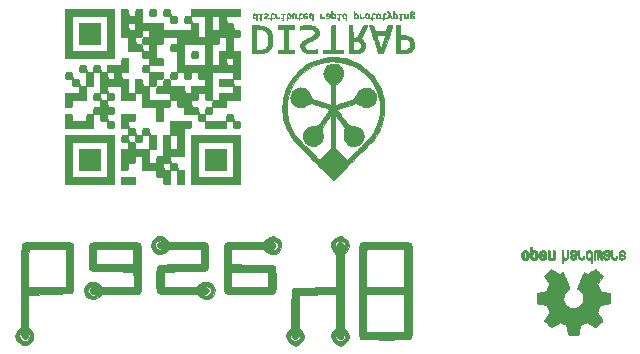
<source format=gbo>
G04 #@! TF.FileFunction,Legend,Bot*
%FSLAX46Y46*%
G04 Gerber Fmt 4.6, Leading zero omitted, Abs format (unit mm)*
G04 Created by KiCad (PCBNEW 4.0.7+dfsg1-1~bpo9+1) date Mon Mar  5 23:37:55 2018*
%MOMM*%
%LPD*%
G01*
G04 APERTURE LIST*
%ADD10C,0.100000*%
%ADD11C,0.010000*%
G04 APERTURE END LIST*
D10*
D11*
G36*
X144308737Y-107378578D02*
X144541578Y-107285197D01*
X144729562Y-107123264D01*
X144852583Y-106905026D01*
X144890534Y-106642734D01*
X144823308Y-106348636D01*
X144821893Y-106345233D01*
X144666192Y-106118282D01*
X144442562Y-105976693D01*
X144179245Y-105922880D01*
X143904481Y-105959256D01*
X143646509Y-106088234D01*
X143493687Y-106231737D01*
X143452223Y-106275373D01*
X143426870Y-106291063D01*
X143954500Y-106291063D01*
X144005625Y-106241629D01*
X144129574Y-106235465D01*
X144282203Y-106266361D01*
X144419370Y-106328112D01*
X144462500Y-106362500D01*
X144574860Y-106553894D01*
X144565939Y-106773712D01*
X144522139Y-106877715D01*
X144400303Y-107005019D01*
X144227424Y-107084020D01*
X144063268Y-107088565D01*
X144050301Y-107084175D01*
X143961094Y-107019199D01*
X143985326Y-106959134D01*
X144105474Y-106934000D01*
X144273628Y-106887530D01*
X144368368Y-106773054D01*
X144387120Y-106627976D01*
X144327310Y-106489697D01*
X144186363Y-106395619D01*
X144143306Y-106384387D01*
X144010601Y-106341712D01*
X143954509Y-106291634D01*
X143954500Y-106291063D01*
X143426870Y-106291063D01*
X143399518Y-106307990D01*
X143318537Y-106330913D01*
X143192247Y-106345468D01*
X143003614Y-106352980D01*
X142735604Y-106354775D01*
X142371183Y-106352178D01*
X142001437Y-106347863D01*
X140620750Y-106330750D01*
X140620750Y-105060750D01*
X142398750Y-105029000D01*
X142864057Y-105018966D01*
X143289553Y-105006497D01*
X143658202Y-104992355D01*
X143952970Y-104977304D01*
X144156823Y-104962104D01*
X144252726Y-104947520D01*
X144256125Y-104945878D01*
X144286342Y-104865004D01*
X144309918Y-104682730D01*
X144326819Y-104424486D01*
X144337010Y-104115700D01*
X144340456Y-103781802D01*
X144337122Y-103448218D01*
X144326974Y-103140380D01*
X144309976Y-102883715D01*
X144286093Y-102703652D01*
X144259300Y-102628701D01*
X144191534Y-102602701D01*
X144040251Y-102582603D01*
X143796189Y-102567981D01*
X143450089Y-102558405D01*
X142992691Y-102553449D01*
X142607880Y-102552500D01*
X141032660Y-102552500D01*
X140890205Y-102387698D01*
X140634423Y-102162558D01*
X140366212Y-102061407D01*
X140090652Y-102085380D01*
X139909457Y-102168930D01*
X139683914Y-102369584D01*
X139553915Y-102619755D01*
X139525971Y-102847909D01*
X139833944Y-102847909D01*
X139869750Y-102659138D01*
X139998758Y-102496329D01*
X140082054Y-102443716D01*
X140253781Y-102384653D01*
X140355366Y-102422310D01*
X140383947Y-102477094D01*
X140353271Y-102537820D01*
X140284566Y-102552500D01*
X140126860Y-102606913D01*
X140036471Y-102746855D01*
X140028500Y-102882380D01*
X140098038Y-103012429D01*
X140255625Y-103089507D01*
X140416154Y-103154903D01*
X140452571Y-103210010D01*
X140367702Y-103240630D01*
X140225870Y-103238959D01*
X140017990Y-103170925D01*
X139885353Y-103029540D01*
X139833944Y-102847909D01*
X139525971Y-102847909D01*
X139520698Y-102890953D01*
X139585499Y-103154690D01*
X139749553Y-103382475D01*
X139853270Y-103463821D01*
X140081739Y-103550380D01*
X140345459Y-103557495D01*
X140602976Y-103493607D01*
X140812837Y-103367159D01*
X140907510Y-103249113D01*
X140935237Y-103207310D01*
X140978577Y-103176091D01*
X141054053Y-103154194D01*
X141178189Y-103140357D01*
X141367508Y-103133317D01*
X141638535Y-103131814D01*
X142007793Y-103134585D01*
X142354017Y-103138645D01*
X143732250Y-103155750D01*
X143732250Y-104425750D01*
X141954250Y-104441458D01*
X141432406Y-104446399D01*
X141022815Y-104451705D01*
X140710732Y-104458544D01*
X140481414Y-104468088D01*
X140320115Y-104481507D01*
X140212091Y-104499970D01*
X140142597Y-104524647D01*
X140096890Y-104556708D01*
X140065125Y-104591367D01*
X140021442Y-104660515D01*
X139990694Y-104759202D01*
X139970740Y-104908581D01*
X139959437Y-105129802D01*
X139954643Y-105444016D01*
X139954000Y-105688656D01*
X139956613Y-106082439D01*
X139965642Y-106369252D01*
X139982874Y-106569043D01*
X140010094Y-106701759D01*
X140049087Y-106787346D01*
X140052850Y-106792871D01*
X140086350Y-106836155D01*
X140129016Y-106869539D01*
X140196353Y-106894309D01*
X140303864Y-106911751D01*
X140467051Y-106923149D01*
X140701417Y-106929788D01*
X141022467Y-106932953D01*
X141445702Y-106933930D01*
X141755470Y-106934000D01*
X143359239Y-106934000D01*
X143542135Y-107124902D01*
X143788908Y-107310680D01*
X144051145Y-107391155D01*
X144308737Y-107378578D01*
X144308737Y-107378578D01*
G37*
X144308737Y-107378578D02*
X144541578Y-107285197D01*
X144729562Y-107123264D01*
X144852583Y-106905026D01*
X144890534Y-106642734D01*
X144823308Y-106348636D01*
X144821893Y-106345233D01*
X144666192Y-106118282D01*
X144442562Y-105976693D01*
X144179245Y-105922880D01*
X143904481Y-105959256D01*
X143646509Y-106088234D01*
X143493687Y-106231737D01*
X143452223Y-106275373D01*
X143426870Y-106291063D01*
X143954500Y-106291063D01*
X144005625Y-106241629D01*
X144129574Y-106235465D01*
X144282203Y-106266361D01*
X144419370Y-106328112D01*
X144462500Y-106362500D01*
X144574860Y-106553894D01*
X144565939Y-106773712D01*
X144522139Y-106877715D01*
X144400303Y-107005019D01*
X144227424Y-107084020D01*
X144063268Y-107088565D01*
X144050301Y-107084175D01*
X143961094Y-107019199D01*
X143985326Y-106959134D01*
X144105474Y-106934000D01*
X144273628Y-106887530D01*
X144368368Y-106773054D01*
X144387120Y-106627976D01*
X144327310Y-106489697D01*
X144186363Y-106395619D01*
X144143306Y-106384387D01*
X144010601Y-106341712D01*
X143954509Y-106291634D01*
X143954500Y-106291063D01*
X143426870Y-106291063D01*
X143399518Y-106307990D01*
X143318537Y-106330913D01*
X143192247Y-106345468D01*
X143003614Y-106352980D01*
X142735604Y-106354775D01*
X142371183Y-106352178D01*
X142001437Y-106347863D01*
X140620750Y-106330750D01*
X140620750Y-105060750D01*
X142398750Y-105029000D01*
X142864057Y-105018966D01*
X143289553Y-105006497D01*
X143658202Y-104992355D01*
X143952970Y-104977304D01*
X144156823Y-104962104D01*
X144252726Y-104947520D01*
X144256125Y-104945878D01*
X144286342Y-104865004D01*
X144309918Y-104682730D01*
X144326819Y-104424486D01*
X144337010Y-104115700D01*
X144340456Y-103781802D01*
X144337122Y-103448218D01*
X144326974Y-103140380D01*
X144309976Y-102883715D01*
X144286093Y-102703652D01*
X144259300Y-102628701D01*
X144191534Y-102602701D01*
X144040251Y-102582603D01*
X143796189Y-102567981D01*
X143450089Y-102558405D01*
X142992691Y-102553449D01*
X142607880Y-102552500D01*
X141032660Y-102552500D01*
X140890205Y-102387698D01*
X140634423Y-102162558D01*
X140366212Y-102061407D01*
X140090652Y-102085380D01*
X139909457Y-102168930D01*
X139683914Y-102369584D01*
X139553915Y-102619755D01*
X139525971Y-102847909D01*
X139833944Y-102847909D01*
X139869750Y-102659138D01*
X139998758Y-102496329D01*
X140082054Y-102443716D01*
X140253781Y-102384653D01*
X140355366Y-102422310D01*
X140383947Y-102477094D01*
X140353271Y-102537820D01*
X140284566Y-102552500D01*
X140126860Y-102606913D01*
X140036471Y-102746855D01*
X140028500Y-102882380D01*
X140098038Y-103012429D01*
X140255625Y-103089507D01*
X140416154Y-103154903D01*
X140452571Y-103210010D01*
X140367702Y-103240630D01*
X140225870Y-103238959D01*
X140017990Y-103170925D01*
X139885353Y-103029540D01*
X139833944Y-102847909D01*
X139525971Y-102847909D01*
X139520698Y-102890953D01*
X139585499Y-103154690D01*
X139749553Y-103382475D01*
X139853270Y-103463821D01*
X140081739Y-103550380D01*
X140345459Y-103557495D01*
X140602976Y-103493607D01*
X140812837Y-103367159D01*
X140907510Y-103249113D01*
X140935237Y-103207310D01*
X140978577Y-103176091D01*
X141054053Y-103154194D01*
X141178189Y-103140357D01*
X141367508Y-103133317D01*
X141638535Y-103131814D01*
X142007793Y-103134585D01*
X142354017Y-103138645D01*
X143732250Y-103155750D01*
X143732250Y-104425750D01*
X141954250Y-104441458D01*
X141432406Y-104446399D01*
X141022815Y-104451705D01*
X140710732Y-104458544D01*
X140481414Y-104468088D01*
X140320115Y-104481507D01*
X140212091Y-104499970D01*
X140142597Y-104524647D01*
X140096890Y-104556708D01*
X140065125Y-104591367D01*
X140021442Y-104660515D01*
X139990694Y-104759202D01*
X139970740Y-104908581D01*
X139959437Y-105129802D01*
X139954643Y-105444016D01*
X139954000Y-105688656D01*
X139956613Y-106082439D01*
X139965642Y-106369252D01*
X139982874Y-106569043D01*
X140010094Y-106701759D01*
X140049087Y-106787346D01*
X140052850Y-106792871D01*
X140086350Y-106836155D01*
X140129016Y-106869539D01*
X140196353Y-106894309D01*
X140303864Y-106911751D01*
X140467051Y-106923149D01*
X140701417Y-106929788D01*
X141022467Y-106932953D01*
X141445702Y-106933930D01*
X141755470Y-106934000D01*
X143359239Y-106934000D01*
X143542135Y-107124902D01*
X143788908Y-107310680D01*
X144051145Y-107391155D01*
X144308737Y-107378578D01*
G36*
X149162377Y-106988487D02*
X149423309Y-106982394D01*
X149613053Y-106971654D01*
X149745555Y-106955727D01*
X149834761Y-106934072D01*
X149894620Y-106906149D01*
X149898829Y-106903451D01*
X149954270Y-106863412D01*
X149994229Y-106814169D01*
X150021240Y-106736176D01*
X150037838Y-106609886D01*
X150046558Y-106415754D01*
X150049933Y-106134234D01*
X150050499Y-105745780D01*
X150050500Y-105733812D01*
X150048953Y-105332524D01*
X150043183Y-105039476D01*
X150031490Y-104835934D01*
X150012178Y-104703162D01*
X149983549Y-104622426D01*
X149945622Y-104576401D01*
X149884491Y-104548849D01*
X149765551Y-104525943D01*
X149576711Y-104506922D01*
X149305881Y-104491024D01*
X148940970Y-104477490D01*
X148469888Y-104465557D01*
X148056497Y-104457500D01*
X146272250Y-104425750D01*
X146253852Y-103827807D01*
X146250131Y-103515878D01*
X146262962Y-103313372D01*
X146293976Y-103203590D01*
X146317352Y-103177905D01*
X146403286Y-103162169D01*
X146595870Y-103148253D01*
X146874756Y-103136932D01*
X147219599Y-103128982D01*
X147610050Y-103125180D01*
X147704994Y-103124973D01*
X149010739Y-103124000D01*
X149193635Y-103314902D01*
X149445700Y-103503219D01*
X149718810Y-103585364D01*
X149988286Y-103567724D01*
X150229448Y-103456685D01*
X150417617Y-103258631D01*
X150528113Y-102979949D01*
X150530222Y-102969074D01*
X150524085Y-102680712D01*
X150406171Y-102419736D01*
X150191685Y-102215665D01*
X150121333Y-102175242D01*
X149920747Y-102082801D01*
X149776056Y-102054927D01*
X149635116Y-102089419D01*
X149510750Y-102149505D01*
X149324841Y-102271097D01*
X149174805Y-102400963D01*
X149097926Y-102481063D01*
X149606000Y-102481063D01*
X149657125Y-102431629D01*
X149781074Y-102425465D01*
X149933703Y-102456361D01*
X150070870Y-102518112D01*
X150114000Y-102552500D01*
X150223989Y-102742011D01*
X150218870Y-102953967D01*
X150129875Y-103119130D01*
X150006334Y-103212794D01*
X149850068Y-103263837D01*
X149707481Y-103264536D01*
X149624977Y-103207171D01*
X149623518Y-103203375D01*
X149652275Y-103140762D01*
X149751683Y-103124000D01*
X149922378Y-103077540D01*
X150019261Y-102963080D01*
X150039398Y-102818002D01*
X149979858Y-102679688D01*
X149837707Y-102585518D01*
X149794806Y-102574387D01*
X149662101Y-102531712D01*
X149606009Y-102481634D01*
X149606000Y-102481063D01*
X149097926Y-102481063D01*
X149029360Y-102552500D01*
X147448965Y-102552500D01*
X146949679Y-102553475D01*
X146562329Y-102556993D01*
X146271865Y-102563950D01*
X146063233Y-102575239D01*
X145921382Y-102591755D01*
X145831260Y-102614391D01*
X145777814Y-102644040D01*
X145768785Y-102652286D01*
X145740696Y-102694064D01*
X145718316Y-102765906D01*
X145701022Y-102881031D01*
X145688192Y-103052656D01*
X145679204Y-103293998D01*
X145673435Y-103618275D01*
X145670263Y-104038705D01*
X145669067Y-104568505D01*
X145669000Y-104771761D01*
X145669570Y-105337291D01*
X145670537Y-105540103D01*
X146248786Y-105540103D01*
X146252229Y-105327856D01*
X146263140Y-105195414D01*
X146267945Y-105176071D01*
X146300206Y-105148867D01*
X146382263Y-105128481D01*
X146527488Y-105114339D01*
X146749255Y-105105869D01*
X147060935Y-105102498D01*
X147475901Y-105103652D01*
X147874059Y-105107263D01*
X149447250Y-105124250D01*
X149447250Y-106330750D01*
X146272250Y-106330750D01*
X146253636Y-105796308D01*
X146248786Y-105540103D01*
X145670537Y-105540103D01*
X145671725Y-105789145D01*
X145676127Y-106140644D01*
X145683439Y-106405111D01*
X145694324Y-106595866D01*
X145709447Y-106726231D01*
X145729470Y-106809526D01*
X145755056Y-106859072D01*
X145773902Y-106878600D01*
X145830680Y-106904691D01*
X145939996Y-106926024D01*
X146113884Y-106943221D01*
X146364378Y-106956906D01*
X146703510Y-106967703D01*
X147143316Y-106976237D01*
X147695827Y-106983129D01*
X147812981Y-106984290D01*
X148371160Y-106988894D01*
X148816309Y-106990473D01*
X149162377Y-106988487D01*
X149162377Y-106988487D01*
G37*
X149162377Y-106988487D02*
X149423309Y-106982394D01*
X149613053Y-106971654D01*
X149745555Y-106955727D01*
X149834761Y-106934072D01*
X149894620Y-106906149D01*
X149898829Y-106903451D01*
X149954270Y-106863412D01*
X149994229Y-106814169D01*
X150021240Y-106736176D01*
X150037838Y-106609886D01*
X150046558Y-106415754D01*
X150049933Y-106134234D01*
X150050499Y-105745780D01*
X150050500Y-105733812D01*
X150048953Y-105332524D01*
X150043183Y-105039476D01*
X150031490Y-104835934D01*
X150012178Y-104703162D01*
X149983549Y-104622426D01*
X149945622Y-104576401D01*
X149884491Y-104548849D01*
X149765551Y-104525943D01*
X149576711Y-104506922D01*
X149305881Y-104491024D01*
X148940970Y-104477490D01*
X148469888Y-104465557D01*
X148056497Y-104457500D01*
X146272250Y-104425750D01*
X146253852Y-103827807D01*
X146250131Y-103515878D01*
X146262962Y-103313372D01*
X146293976Y-103203590D01*
X146317352Y-103177905D01*
X146403286Y-103162169D01*
X146595870Y-103148253D01*
X146874756Y-103136932D01*
X147219599Y-103128982D01*
X147610050Y-103125180D01*
X147704994Y-103124973D01*
X149010739Y-103124000D01*
X149193635Y-103314902D01*
X149445700Y-103503219D01*
X149718810Y-103585364D01*
X149988286Y-103567724D01*
X150229448Y-103456685D01*
X150417617Y-103258631D01*
X150528113Y-102979949D01*
X150530222Y-102969074D01*
X150524085Y-102680712D01*
X150406171Y-102419736D01*
X150191685Y-102215665D01*
X150121333Y-102175242D01*
X149920747Y-102082801D01*
X149776056Y-102054927D01*
X149635116Y-102089419D01*
X149510750Y-102149505D01*
X149324841Y-102271097D01*
X149174805Y-102400963D01*
X149097926Y-102481063D01*
X149606000Y-102481063D01*
X149657125Y-102431629D01*
X149781074Y-102425465D01*
X149933703Y-102456361D01*
X150070870Y-102518112D01*
X150114000Y-102552500D01*
X150223989Y-102742011D01*
X150218870Y-102953967D01*
X150129875Y-103119130D01*
X150006334Y-103212794D01*
X149850068Y-103263837D01*
X149707481Y-103264536D01*
X149624977Y-103207171D01*
X149623518Y-103203375D01*
X149652275Y-103140762D01*
X149751683Y-103124000D01*
X149922378Y-103077540D01*
X150019261Y-102963080D01*
X150039398Y-102818002D01*
X149979858Y-102679688D01*
X149837707Y-102585518D01*
X149794806Y-102574387D01*
X149662101Y-102531712D01*
X149606009Y-102481634D01*
X149606000Y-102481063D01*
X149097926Y-102481063D01*
X149029360Y-102552500D01*
X147448965Y-102552500D01*
X146949679Y-102553475D01*
X146562329Y-102556993D01*
X146271865Y-102563950D01*
X146063233Y-102575239D01*
X145921382Y-102591755D01*
X145831260Y-102614391D01*
X145777814Y-102644040D01*
X145768785Y-102652286D01*
X145740696Y-102694064D01*
X145718316Y-102765906D01*
X145701022Y-102881031D01*
X145688192Y-103052656D01*
X145679204Y-103293998D01*
X145673435Y-103618275D01*
X145670263Y-104038705D01*
X145669067Y-104568505D01*
X145669000Y-104771761D01*
X145669570Y-105337291D01*
X145670537Y-105540103D01*
X146248786Y-105540103D01*
X146252229Y-105327856D01*
X146263140Y-105195414D01*
X146267945Y-105176071D01*
X146300206Y-105148867D01*
X146382263Y-105128481D01*
X146527488Y-105114339D01*
X146749255Y-105105869D01*
X147060935Y-105102498D01*
X147475901Y-105103652D01*
X147874059Y-105107263D01*
X149447250Y-105124250D01*
X149447250Y-106330750D01*
X146272250Y-106330750D01*
X146253636Y-105796308D01*
X146248786Y-105540103D01*
X145670537Y-105540103D01*
X145671725Y-105789145D01*
X145676127Y-106140644D01*
X145683439Y-106405111D01*
X145694324Y-106595866D01*
X145709447Y-106726231D01*
X145729470Y-106809526D01*
X145755056Y-106859072D01*
X145773902Y-106878600D01*
X145830680Y-106904691D01*
X145939996Y-106926024D01*
X146113884Y-106943221D01*
X146364378Y-106956906D01*
X146703510Y-106967703D01*
X147143316Y-106976237D01*
X147695827Y-106983129D01*
X147812981Y-106984290D01*
X148371160Y-106988894D01*
X148816309Y-106990473D01*
X149162377Y-106988487D01*
G36*
X155743367Y-111260790D02*
X155961880Y-111119851D01*
X156135274Y-110925170D01*
X156187212Y-110827595D01*
X156252052Y-110525412D01*
X156197587Y-110238522D01*
X156028685Y-109990900D01*
X156014584Y-109977409D01*
X155829000Y-109804047D01*
X155829000Y-103578270D01*
X156014830Y-103392440D01*
X156189438Y-103140480D01*
X156253963Y-102864880D01*
X156212428Y-102593085D01*
X156068859Y-102352540D01*
X155836333Y-102175242D01*
X155637477Y-102083289D01*
X155491766Y-102056448D01*
X155343306Y-102094719D01*
X155179276Y-102175233D01*
X154926556Y-102367042D01*
X154785318Y-102606572D01*
X154761355Y-102838250D01*
X155067000Y-102838250D01*
X155124237Y-102645545D01*
X155271841Y-102497348D01*
X155473648Y-102427238D01*
X155511500Y-102425500D01*
X155697952Y-102468560D01*
X155829000Y-102552500D01*
X155907185Y-102672342D01*
X155950830Y-102815972D01*
X155952883Y-102938875D01*
X155906297Y-102996533D01*
X155899383Y-102997000D01*
X155843309Y-102943228D01*
X155803384Y-102840083D01*
X155724628Y-102691592D01*
X155637750Y-102615599D01*
X155469853Y-102587124D01*
X155319310Y-102664333D01*
X155223008Y-102827423D01*
X155219615Y-102840083D01*
X155163021Y-102969456D01*
X155104199Y-102984501D01*
X155069064Y-102885529D01*
X155067000Y-102838250D01*
X154761355Y-102838250D01*
X154757277Y-102877666D01*
X154844151Y-103164166D01*
X155044278Y-103446300D01*
X155196538Y-103609849D01*
X155179394Y-105002050D01*
X155162250Y-106394250D01*
X151546394Y-106457750D01*
X151466133Y-106616500D01*
X151437954Y-106715908D01*
X151416312Y-106895933D01*
X151400715Y-107166853D01*
X151390670Y-107538946D01*
X151385686Y-108022487D01*
X151384936Y-108312891D01*
X151384184Y-108794367D01*
X151381769Y-109164395D01*
X151376456Y-109438529D01*
X151367012Y-109632319D01*
X151352206Y-109761318D01*
X151330802Y-109841077D01*
X151301569Y-109887150D01*
X151263272Y-109915088D01*
X151257657Y-109918149D01*
X151111349Y-110054511D01*
X150996670Y-110264190D01*
X150941277Y-110493565D01*
X150940108Y-110524637D01*
X151257000Y-110524637D01*
X151276779Y-110392702D01*
X151330127Y-110378363D01*
X151408057Y-110479558D01*
X151451915Y-110569375D01*
X151571075Y-110735679D01*
X151714068Y-110784521D01*
X151856274Y-110715834D01*
X151955500Y-110570750D01*
X152044843Y-110413715D01*
X152109386Y-110372707D01*
X152142783Y-110449592D01*
X152146000Y-110514716D01*
X152088331Y-110715435D01*
X151938394Y-110881915D01*
X151752320Y-110969625D01*
X151577159Y-110952835D01*
X151411707Y-110845461D01*
X151293149Y-110680907D01*
X151257000Y-110524637D01*
X150940108Y-110524637D01*
X150939737Y-110534472D01*
X150997469Y-110788409D01*
X151149323Y-111022354D01*
X151364302Y-111205059D01*
X151611410Y-111305274D01*
X151714221Y-111315263D01*
X151933367Y-111260790D01*
X152151880Y-111119851D01*
X152325274Y-110925170D01*
X152377212Y-110827595D01*
X152442137Y-110525046D01*
X152387286Y-110237980D01*
X152217417Y-109989710D01*
X152203331Y-109976238D01*
X152016494Y-109801707D01*
X152033622Y-108415479D01*
X152050750Y-107029250D01*
X155194000Y-106995282D01*
X155194000Y-108422907D01*
X155193477Y-108884893D01*
X155190999Y-109236073D01*
X155185197Y-109492638D01*
X155174701Y-109670782D01*
X155158145Y-109786695D01*
X155134160Y-109856571D01*
X155101378Y-109896602D01*
X155067657Y-109918149D01*
X154921349Y-110054511D01*
X154806670Y-110264190D01*
X154751277Y-110493565D01*
X154750481Y-110514716D01*
X155067000Y-110514716D01*
X155091262Y-110389024D01*
X155146430Y-110375754D01*
X155206075Y-110474003D01*
X155219615Y-110519918D01*
X155311054Y-110689912D01*
X155452313Y-110768253D01*
X155606257Y-110754715D01*
X155735748Y-110649069D01*
X155791155Y-110523425D01*
X155842137Y-110403711D01*
X155893709Y-110363000D01*
X155947424Y-110413080D01*
X155951577Y-110534541D01*
X155911447Y-110684216D01*
X155838895Y-110811049D01*
X155672440Y-110932254D01*
X155478459Y-110955272D01*
X155290801Y-110893097D01*
X155143320Y-110758726D01*
X155069865Y-110565155D01*
X155067000Y-110514716D01*
X154750481Y-110514716D01*
X154749737Y-110534472D01*
X154807469Y-110788409D01*
X154959323Y-111022354D01*
X155174302Y-111205059D01*
X155421410Y-111305274D01*
X155524221Y-111315263D01*
X155743367Y-111260790D01*
X155743367Y-111260790D01*
G37*
X155743367Y-111260790D02*
X155961880Y-111119851D01*
X156135274Y-110925170D01*
X156187212Y-110827595D01*
X156252052Y-110525412D01*
X156197587Y-110238522D01*
X156028685Y-109990900D01*
X156014584Y-109977409D01*
X155829000Y-109804047D01*
X155829000Y-103578270D01*
X156014830Y-103392440D01*
X156189438Y-103140480D01*
X156253963Y-102864880D01*
X156212428Y-102593085D01*
X156068859Y-102352540D01*
X155836333Y-102175242D01*
X155637477Y-102083289D01*
X155491766Y-102056448D01*
X155343306Y-102094719D01*
X155179276Y-102175233D01*
X154926556Y-102367042D01*
X154785318Y-102606572D01*
X154761355Y-102838250D01*
X155067000Y-102838250D01*
X155124237Y-102645545D01*
X155271841Y-102497348D01*
X155473648Y-102427238D01*
X155511500Y-102425500D01*
X155697952Y-102468560D01*
X155829000Y-102552500D01*
X155907185Y-102672342D01*
X155950830Y-102815972D01*
X155952883Y-102938875D01*
X155906297Y-102996533D01*
X155899383Y-102997000D01*
X155843309Y-102943228D01*
X155803384Y-102840083D01*
X155724628Y-102691592D01*
X155637750Y-102615599D01*
X155469853Y-102587124D01*
X155319310Y-102664333D01*
X155223008Y-102827423D01*
X155219615Y-102840083D01*
X155163021Y-102969456D01*
X155104199Y-102984501D01*
X155069064Y-102885529D01*
X155067000Y-102838250D01*
X154761355Y-102838250D01*
X154757277Y-102877666D01*
X154844151Y-103164166D01*
X155044278Y-103446300D01*
X155196538Y-103609849D01*
X155179394Y-105002050D01*
X155162250Y-106394250D01*
X151546394Y-106457750D01*
X151466133Y-106616500D01*
X151437954Y-106715908D01*
X151416312Y-106895933D01*
X151400715Y-107166853D01*
X151390670Y-107538946D01*
X151385686Y-108022487D01*
X151384936Y-108312891D01*
X151384184Y-108794367D01*
X151381769Y-109164395D01*
X151376456Y-109438529D01*
X151367012Y-109632319D01*
X151352206Y-109761318D01*
X151330802Y-109841077D01*
X151301569Y-109887150D01*
X151263272Y-109915088D01*
X151257657Y-109918149D01*
X151111349Y-110054511D01*
X150996670Y-110264190D01*
X150941277Y-110493565D01*
X150940108Y-110524637D01*
X151257000Y-110524637D01*
X151276779Y-110392702D01*
X151330127Y-110378363D01*
X151408057Y-110479558D01*
X151451915Y-110569375D01*
X151571075Y-110735679D01*
X151714068Y-110784521D01*
X151856274Y-110715834D01*
X151955500Y-110570750D01*
X152044843Y-110413715D01*
X152109386Y-110372707D01*
X152142783Y-110449592D01*
X152146000Y-110514716D01*
X152088331Y-110715435D01*
X151938394Y-110881915D01*
X151752320Y-110969625D01*
X151577159Y-110952835D01*
X151411707Y-110845461D01*
X151293149Y-110680907D01*
X151257000Y-110524637D01*
X150940108Y-110524637D01*
X150939737Y-110534472D01*
X150997469Y-110788409D01*
X151149323Y-111022354D01*
X151364302Y-111205059D01*
X151611410Y-111305274D01*
X151714221Y-111315263D01*
X151933367Y-111260790D01*
X152151880Y-111119851D01*
X152325274Y-110925170D01*
X152377212Y-110827595D01*
X152442137Y-110525046D01*
X152387286Y-110237980D01*
X152217417Y-109989710D01*
X152203331Y-109976238D01*
X152016494Y-109801707D01*
X152033622Y-108415479D01*
X152050750Y-107029250D01*
X155194000Y-106995282D01*
X155194000Y-108422907D01*
X155193477Y-108884893D01*
X155190999Y-109236073D01*
X155185197Y-109492638D01*
X155174701Y-109670782D01*
X155158145Y-109786695D01*
X155134160Y-109856571D01*
X155101378Y-109896602D01*
X155067657Y-109918149D01*
X154921349Y-110054511D01*
X154806670Y-110264190D01*
X154751277Y-110493565D01*
X154750481Y-110514716D01*
X155067000Y-110514716D01*
X155091262Y-110389024D01*
X155146430Y-110375754D01*
X155206075Y-110474003D01*
X155219615Y-110519918D01*
X155311054Y-110689912D01*
X155452313Y-110768253D01*
X155606257Y-110754715D01*
X155735748Y-110649069D01*
X155791155Y-110523425D01*
X155842137Y-110403711D01*
X155893709Y-110363000D01*
X155947424Y-110413080D01*
X155951577Y-110534541D01*
X155911447Y-110684216D01*
X155838895Y-110811049D01*
X155672440Y-110932254D01*
X155478459Y-110955272D01*
X155290801Y-110893097D01*
X155143320Y-110758726D01*
X155069865Y-110565155D01*
X155067000Y-110514716D01*
X154750481Y-110514716D01*
X154749737Y-110534472D01*
X154807469Y-110788409D01*
X154959323Y-111022354D01*
X155174302Y-111205059D01*
X155421410Y-111305274D01*
X155524221Y-111315263D01*
X155743367Y-111260790D01*
G36*
X128934060Y-111296564D02*
X129164209Y-111173945D01*
X129283326Y-111071333D01*
X129435125Y-110913976D01*
X129511802Y-110783223D01*
X129538055Y-110627159D01*
X129540000Y-110531766D01*
X129524382Y-110329203D01*
X129460835Y-110171439D01*
X129324314Y-109997656D01*
X129316467Y-109988943D01*
X129092934Y-109741519D01*
X129110092Y-108385385D01*
X129127250Y-107029250D01*
X130937000Y-106965750D01*
X131406426Y-106947631D01*
X131836129Y-106927897D01*
X132209250Y-106907573D01*
X132508930Y-106887686D01*
X132718311Y-106869260D01*
X132820534Y-106853319D01*
X132826125Y-106850878D01*
X132848952Y-106774571D01*
X132868273Y-106589769D01*
X132884072Y-106314925D01*
X132896336Y-105968496D01*
X132905051Y-105568937D01*
X132910203Y-105134704D01*
X132911779Y-104684252D01*
X132909764Y-104236038D01*
X132904144Y-103808515D01*
X132894906Y-103420141D01*
X132882036Y-103089370D01*
X132865519Y-102834658D01*
X132845343Y-102674461D01*
X132829300Y-102628701D01*
X132768476Y-102605696D01*
X132630871Y-102587284D01*
X132407550Y-102573139D01*
X132089581Y-102562935D01*
X131668031Y-102556344D01*
X131133966Y-102553041D01*
X130743641Y-102552500D01*
X130182967Y-102552932D01*
X129735621Y-102554728D01*
X129387935Y-102558639D01*
X129126238Y-102565416D01*
X128936861Y-102575808D01*
X128806133Y-102590568D01*
X128720386Y-102610446D01*
X128665950Y-102636191D01*
X128629154Y-102668556D01*
X128629091Y-102668626D01*
X128606231Y-102702988D01*
X128586914Y-102758145D01*
X128570847Y-102844173D01*
X128557736Y-102971153D01*
X128547287Y-103149161D01*
X128539208Y-103388277D01*
X128533204Y-103698580D01*
X128528982Y-104090147D01*
X128527931Y-104275869D01*
X129106456Y-104275869D01*
X129108902Y-103855922D01*
X129117826Y-103546813D01*
X129133509Y-103340529D01*
X129156232Y-103229056D01*
X129166527Y-103210180D01*
X129211653Y-103181752D01*
X129302958Y-103160551D01*
X129454629Y-103145945D01*
X129680855Y-103137302D01*
X129995823Y-103133990D01*
X130413722Y-103135380D01*
X130771070Y-103138766D01*
X132302250Y-103155750D01*
X132302250Y-106330750D01*
X129127250Y-106330750D01*
X129110206Y-104814664D01*
X129106456Y-104275869D01*
X128527931Y-104275869D01*
X128526248Y-104573058D01*
X128524709Y-105157391D01*
X128524072Y-105853225D01*
X128524000Y-106277057D01*
X128524000Y-109769363D01*
X128359216Y-109923307D01*
X128173492Y-110141337D01*
X128051472Y-110374495D01*
X128019042Y-110533867D01*
X128350357Y-110533867D01*
X128356275Y-110458741D01*
X128420899Y-110369743D01*
X128488453Y-110398278D01*
X128542633Y-110536347D01*
X128545886Y-110551807D01*
X128624899Y-110711323D01*
X128756511Y-110789124D01*
X128903319Y-110787785D01*
X129027921Y-110709880D01*
X129092914Y-110557983D01*
X129095500Y-110513975D01*
X129119681Y-110398435D01*
X129163023Y-110363000D01*
X129219687Y-110410515D01*
X129219724Y-110527515D01*
X129173650Y-110675685D01*
X129091979Y-110816708D01*
X129017959Y-110891626D01*
X128876701Y-110975073D01*
X128757113Y-110975163D01*
X128687943Y-110948421D01*
X128532374Y-110838866D01*
X128410341Y-110686651D01*
X128350357Y-110533867D01*
X128019042Y-110533867D01*
X128016000Y-110548812D01*
X128065885Y-110741604D01*
X128194953Y-110952379D01*
X128372322Y-111135763D01*
X128455681Y-111194854D01*
X128705533Y-111302392D01*
X128934060Y-111296564D01*
X128934060Y-111296564D01*
G37*
X128934060Y-111296564D02*
X129164209Y-111173945D01*
X129283326Y-111071333D01*
X129435125Y-110913976D01*
X129511802Y-110783223D01*
X129538055Y-110627159D01*
X129540000Y-110531766D01*
X129524382Y-110329203D01*
X129460835Y-110171439D01*
X129324314Y-109997656D01*
X129316467Y-109988943D01*
X129092934Y-109741519D01*
X129110092Y-108385385D01*
X129127250Y-107029250D01*
X130937000Y-106965750D01*
X131406426Y-106947631D01*
X131836129Y-106927897D01*
X132209250Y-106907573D01*
X132508930Y-106887686D01*
X132718311Y-106869260D01*
X132820534Y-106853319D01*
X132826125Y-106850878D01*
X132848952Y-106774571D01*
X132868273Y-106589769D01*
X132884072Y-106314925D01*
X132896336Y-105968496D01*
X132905051Y-105568937D01*
X132910203Y-105134704D01*
X132911779Y-104684252D01*
X132909764Y-104236038D01*
X132904144Y-103808515D01*
X132894906Y-103420141D01*
X132882036Y-103089370D01*
X132865519Y-102834658D01*
X132845343Y-102674461D01*
X132829300Y-102628701D01*
X132768476Y-102605696D01*
X132630871Y-102587284D01*
X132407550Y-102573139D01*
X132089581Y-102562935D01*
X131668031Y-102556344D01*
X131133966Y-102553041D01*
X130743641Y-102552500D01*
X130182967Y-102552932D01*
X129735621Y-102554728D01*
X129387935Y-102558639D01*
X129126238Y-102565416D01*
X128936861Y-102575808D01*
X128806133Y-102590568D01*
X128720386Y-102610446D01*
X128665950Y-102636191D01*
X128629154Y-102668556D01*
X128629091Y-102668626D01*
X128606231Y-102702988D01*
X128586914Y-102758145D01*
X128570847Y-102844173D01*
X128557736Y-102971153D01*
X128547287Y-103149161D01*
X128539208Y-103388277D01*
X128533204Y-103698580D01*
X128528982Y-104090147D01*
X128527931Y-104275869D01*
X129106456Y-104275869D01*
X129108902Y-103855922D01*
X129117826Y-103546813D01*
X129133509Y-103340529D01*
X129156232Y-103229056D01*
X129166527Y-103210180D01*
X129211653Y-103181752D01*
X129302958Y-103160551D01*
X129454629Y-103145945D01*
X129680855Y-103137302D01*
X129995823Y-103133990D01*
X130413722Y-103135380D01*
X130771070Y-103138766D01*
X132302250Y-103155750D01*
X132302250Y-106330750D01*
X129127250Y-106330750D01*
X129110206Y-104814664D01*
X129106456Y-104275869D01*
X128527931Y-104275869D01*
X128526248Y-104573058D01*
X128524709Y-105157391D01*
X128524072Y-105853225D01*
X128524000Y-106277057D01*
X128524000Y-109769363D01*
X128359216Y-109923307D01*
X128173492Y-110141337D01*
X128051472Y-110374495D01*
X128019042Y-110533867D01*
X128350357Y-110533867D01*
X128356275Y-110458741D01*
X128420899Y-110369743D01*
X128488453Y-110398278D01*
X128542633Y-110536347D01*
X128545886Y-110551807D01*
X128624899Y-110711323D01*
X128756511Y-110789124D01*
X128903319Y-110787785D01*
X129027921Y-110709880D01*
X129092914Y-110557983D01*
X129095500Y-110513975D01*
X129119681Y-110398435D01*
X129163023Y-110363000D01*
X129219687Y-110410515D01*
X129219724Y-110527515D01*
X129173650Y-110675685D01*
X129091979Y-110816708D01*
X129017959Y-110891626D01*
X128876701Y-110975073D01*
X128757113Y-110975163D01*
X128687943Y-110948421D01*
X128532374Y-110838866D01*
X128410341Y-110686651D01*
X128350357Y-110533867D01*
X128019042Y-110533867D01*
X128016000Y-110548812D01*
X128065885Y-110741604D01*
X128194953Y-110952379D01*
X128372322Y-111135763D01*
X128455681Y-111194854D01*
X128705533Y-111302392D01*
X128934060Y-111296564D01*
G36*
X134778404Y-107369133D02*
X135043210Y-107229454D01*
X135158140Y-107126180D01*
X135342260Y-106934000D01*
X138490572Y-106934000D01*
X138589950Y-106782330D01*
X138618335Y-106724541D01*
X138640452Y-106638663D01*
X138656838Y-106510810D01*
X138668025Y-106327094D01*
X138674550Y-106073629D01*
X138676945Y-105736527D01*
X138675745Y-105301902D01*
X138671486Y-104755866D01*
X138670789Y-104681644D01*
X138665179Y-104131678D01*
X138659334Y-103694878D01*
X138652293Y-103357414D01*
X138643093Y-103105452D01*
X138630774Y-102925162D01*
X138614372Y-102802712D01*
X138592926Y-102724271D01*
X138565475Y-102676006D01*
X138531055Y-102644087D01*
X138528988Y-102642565D01*
X138471527Y-102616287D01*
X138370457Y-102595414D01*
X138212993Y-102579393D01*
X137986355Y-102567671D01*
X137677760Y-102559694D01*
X137274425Y-102554907D01*
X136763569Y-102552759D01*
X136449363Y-102552500D01*
X135898468Y-102552840D01*
X135460485Y-102554429D01*
X135121329Y-102558128D01*
X134866913Y-102564794D01*
X134683150Y-102575288D01*
X134555954Y-102590466D01*
X134471239Y-102611189D01*
X134414917Y-102638314D01*
X134372902Y-102672701D01*
X134366000Y-102679500D01*
X134317765Y-102737325D01*
X134283538Y-102812710D01*
X134260980Y-102926576D01*
X134247751Y-103099844D01*
X134241512Y-103353435D01*
X134240704Y-103534181D01*
X134822791Y-103534181D01*
X134844085Y-103311277D01*
X134880131Y-103211862D01*
X134924250Y-103182982D01*
X135011855Y-103161407D01*
X135157366Y-103146482D01*
X135375204Y-103137551D01*
X135679789Y-103133956D01*
X136085540Y-103135042D01*
X136486070Y-103138766D01*
X138017250Y-103155750D01*
X138017250Y-104425750D01*
X134842250Y-104425750D01*
X134823811Y-103863846D01*
X134822791Y-103534181D01*
X134240704Y-103534181D01*
X134239925Y-103708270D01*
X134239972Y-103806625D01*
X134243985Y-104156060D01*
X134254420Y-104464795D01*
X134269925Y-104708609D01*
X134289148Y-104863277D01*
X134301083Y-104902000D01*
X134336389Y-104930544D01*
X134411381Y-104953839D01*
X134539268Y-104972775D01*
X134733259Y-104988238D01*
X135006562Y-105001119D01*
X135372386Y-105012304D01*
X135843941Y-105022684D01*
X136189236Y-105029000D01*
X138017250Y-105060750D01*
X138049000Y-105649518D01*
X138060771Y-105914210D01*
X138065803Y-106131865D01*
X138063577Y-106270596D01*
X138059583Y-106300393D01*
X137990216Y-106321592D01*
X137805491Y-106338933D01*
X137517007Y-106351883D01*
X137136362Y-106359913D01*
X136702029Y-106362500D01*
X135365642Y-106362500D01*
X135119638Y-106140250D01*
X134941657Y-105999330D01*
X134781483Y-105933634D01*
X134589068Y-105918000D01*
X134295641Y-105973481D01*
X134063732Y-106124515D01*
X133909612Y-106347990D01*
X133849551Y-106620793D01*
X133856023Y-106661699D01*
X134112000Y-106661699D01*
X134166503Y-106498629D01*
X134300848Y-106347851D01*
X134471284Y-106250881D01*
X134561108Y-106235500D01*
X134692893Y-106251972D01*
X134747000Y-106291063D01*
X134692299Y-106341575D01*
X134564518Y-106383122D01*
X134397440Y-106463930D01*
X134320397Y-106596191D01*
X134333417Y-106741904D01*
X134436534Y-106863073D01*
X134564087Y-106913293D01*
X134694671Y-106968807D01*
X134720877Y-107042473D01*
X134637397Y-107103583D01*
X134598671Y-107113318D01*
X134489222Y-107082238D01*
X134348032Y-106981865D01*
X134214093Y-106848384D01*
X134126398Y-106717980D01*
X134112000Y-106661699D01*
X133856023Y-106661699D01*
X133894472Y-106904707D01*
X134040854Y-107165818D01*
X134253073Y-107333082D01*
X134506974Y-107402264D01*
X134778404Y-107369133D01*
X134778404Y-107369133D01*
G37*
X134778404Y-107369133D02*
X135043210Y-107229454D01*
X135158140Y-107126180D01*
X135342260Y-106934000D01*
X138490572Y-106934000D01*
X138589950Y-106782330D01*
X138618335Y-106724541D01*
X138640452Y-106638663D01*
X138656838Y-106510810D01*
X138668025Y-106327094D01*
X138674550Y-106073629D01*
X138676945Y-105736527D01*
X138675745Y-105301902D01*
X138671486Y-104755866D01*
X138670789Y-104681644D01*
X138665179Y-104131678D01*
X138659334Y-103694878D01*
X138652293Y-103357414D01*
X138643093Y-103105452D01*
X138630774Y-102925162D01*
X138614372Y-102802712D01*
X138592926Y-102724271D01*
X138565475Y-102676006D01*
X138531055Y-102644087D01*
X138528988Y-102642565D01*
X138471527Y-102616287D01*
X138370457Y-102595414D01*
X138212993Y-102579393D01*
X137986355Y-102567671D01*
X137677760Y-102559694D01*
X137274425Y-102554907D01*
X136763569Y-102552759D01*
X136449363Y-102552500D01*
X135898468Y-102552840D01*
X135460485Y-102554429D01*
X135121329Y-102558128D01*
X134866913Y-102564794D01*
X134683150Y-102575288D01*
X134555954Y-102590466D01*
X134471239Y-102611189D01*
X134414917Y-102638314D01*
X134372902Y-102672701D01*
X134366000Y-102679500D01*
X134317765Y-102737325D01*
X134283538Y-102812710D01*
X134260980Y-102926576D01*
X134247751Y-103099844D01*
X134241512Y-103353435D01*
X134240704Y-103534181D01*
X134822791Y-103534181D01*
X134844085Y-103311277D01*
X134880131Y-103211862D01*
X134924250Y-103182982D01*
X135011855Y-103161407D01*
X135157366Y-103146482D01*
X135375204Y-103137551D01*
X135679789Y-103133956D01*
X136085540Y-103135042D01*
X136486070Y-103138766D01*
X138017250Y-103155750D01*
X138017250Y-104425750D01*
X134842250Y-104425750D01*
X134823811Y-103863846D01*
X134822791Y-103534181D01*
X134240704Y-103534181D01*
X134239925Y-103708270D01*
X134239972Y-103806625D01*
X134243985Y-104156060D01*
X134254420Y-104464795D01*
X134269925Y-104708609D01*
X134289148Y-104863277D01*
X134301083Y-104902000D01*
X134336389Y-104930544D01*
X134411381Y-104953839D01*
X134539268Y-104972775D01*
X134733259Y-104988238D01*
X135006562Y-105001119D01*
X135372386Y-105012304D01*
X135843941Y-105022684D01*
X136189236Y-105029000D01*
X138017250Y-105060750D01*
X138049000Y-105649518D01*
X138060771Y-105914210D01*
X138065803Y-106131865D01*
X138063577Y-106270596D01*
X138059583Y-106300393D01*
X137990216Y-106321592D01*
X137805491Y-106338933D01*
X137517007Y-106351883D01*
X137136362Y-106359913D01*
X136702029Y-106362500D01*
X135365642Y-106362500D01*
X135119638Y-106140250D01*
X134941657Y-105999330D01*
X134781483Y-105933634D01*
X134589068Y-105918000D01*
X134295641Y-105973481D01*
X134063732Y-106124515D01*
X133909612Y-106347990D01*
X133849551Y-106620793D01*
X133856023Y-106661699D01*
X134112000Y-106661699D01*
X134166503Y-106498629D01*
X134300848Y-106347851D01*
X134471284Y-106250881D01*
X134561108Y-106235500D01*
X134692893Y-106251972D01*
X134747000Y-106291063D01*
X134692299Y-106341575D01*
X134564518Y-106383122D01*
X134397440Y-106463930D01*
X134320397Y-106596191D01*
X134333417Y-106741904D01*
X134436534Y-106863073D01*
X134564087Y-106913293D01*
X134694671Y-106968807D01*
X134720877Y-107042473D01*
X134637397Y-107103583D01*
X134598671Y-107113318D01*
X134489222Y-107082238D01*
X134348032Y-106981865D01*
X134214093Y-106848384D01*
X134126398Y-106717980D01*
X134112000Y-106661699D01*
X133856023Y-106661699D01*
X133894472Y-106904707D01*
X134040854Y-107165818D01*
X134253073Y-107333082D01*
X134506974Y-107402264D01*
X134778404Y-107369133D01*
G36*
X159914652Y-110807082D02*
X160367885Y-110805341D01*
X160721167Y-110801548D01*
X160988019Y-110794975D01*
X161181967Y-110784893D01*
X161316533Y-110770572D01*
X161405240Y-110751284D01*
X161461612Y-110726300D01*
X161499172Y-110694891D01*
X161502408Y-110691375D01*
X161524103Y-110658652D01*
X161542618Y-110605791D01*
X161558202Y-110523289D01*
X161571102Y-110401645D01*
X161581567Y-110231358D01*
X161589845Y-110002925D01*
X161596184Y-109706845D01*
X161600832Y-109333616D01*
X161604039Y-108873736D01*
X161606051Y-108317704D01*
X161607118Y-107656017D01*
X161607487Y-106879174D01*
X161607500Y-106668967D01*
X161607344Y-105866266D01*
X161606692Y-105180988D01*
X161605267Y-104603558D01*
X161602792Y-104124400D01*
X161598989Y-103733937D01*
X161593581Y-103422595D01*
X161586292Y-103180796D01*
X161576842Y-102998965D01*
X161564957Y-102867526D01*
X161550357Y-102776902D01*
X161532767Y-102717518D01*
X161511908Y-102679798D01*
X161491374Y-102657592D01*
X161447478Y-102628262D01*
X161378697Y-102604877D01*
X161271591Y-102586780D01*
X161112719Y-102573318D01*
X160888643Y-102563833D01*
X160585920Y-102557671D01*
X160191111Y-102554178D01*
X159690775Y-102552696D01*
X159335975Y-102552500D01*
X158773900Y-102552658D01*
X158325258Y-102553729D01*
X157976480Y-102556607D01*
X157713999Y-102562189D01*
X157524246Y-102571370D01*
X157393655Y-102585047D01*
X157308657Y-102604113D01*
X157255685Y-102629465D01*
X157221171Y-102661999D01*
X157197850Y-102693630D01*
X157177275Y-102734762D01*
X157159717Y-102801183D01*
X157144943Y-102902348D01*
X157132722Y-103047712D01*
X157122823Y-103246728D01*
X157115011Y-103508853D01*
X157109057Y-103843540D01*
X157104727Y-104260244D01*
X157101790Y-104768420D01*
X157100014Y-105377524D01*
X157099779Y-105577617D01*
X157673345Y-105577617D01*
X157674668Y-105232795D01*
X157679568Y-104856674D01*
X157687573Y-104471720D01*
X157698214Y-104100395D01*
X157711018Y-103765164D01*
X157725514Y-103488489D01*
X157741231Y-103292836D01*
X157757699Y-103200666D01*
X157758480Y-103199262D01*
X157807639Y-103173921D01*
X157926974Y-103155211D01*
X158127664Y-103142713D01*
X158420888Y-103136010D01*
X158817825Y-103134681D01*
X159329654Y-103138309D01*
X159373552Y-103138776D01*
X160940750Y-103155750D01*
X160940750Y-106330750D01*
X159338857Y-106347713D01*
X157736965Y-106364675D01*
X157695549Y-106199663D01*
X157683314Y-106083515D01*
X157676070Y-105868679D01*
X157673345Y-105577617D01*
X157099779Y-105577617D01*
X157099166Y-106097008D01*
X157099000Y-106721344D01*
X157099277Y-107528517D01*
X157100113Y-108112034D01*
X157681484Y-108112034D01*
X157683777Y-107686559D01*
X157692381Y-107371973D01*
X157707570Y-107160285D01*
X157729621Y-107043506D01*
X157741533Y-107020174D01*
X157786303Y-106992022D01*
X157877033Y-106970948D01*
X158027762Y-106956338D01*
X158252528Y-106947580D01*
X158565370Y-106944061D01*
X158980325Y-106945169D01*
X159377805Y-106948785D01*
X160940750Y-106965750D01*
X160940750Y-110204250D01*
X157702250Y-110204250D01*
X157685227Y-108656389D01*
X157681484Y-108112034D01*
X157100113Y-108112034D01*
X157100265Y-108218077D01*
X157102199Y-108799409D01*
X157105315Y-109281899D01*
X157109846Y-109674932D01*
X157116028Y-109987895D01*
X157124096Y-110230174D01*
X157134284Y-110411152D01*
X157146829Y-110540218D01*
X157161963Y-110626755D01*
X157179924Y-110680151D01*
X157198785Y-110707715D01*
X157240285Y-110735615D01*
X157311693Y-110757886D01*
X157426124Y-110775137D01*
X157596696Y-110787976D01*
X157836524Y-110797014D01*
X158158724Y-110802858D01*
X158576412Y-110806118D01*
X159102704Y-110807403D01*
X159347944Y-110807501D01*
X159914652Y-110807082D01*
X159914652Y-110807082D01*
G37*
X159914652Y-110807082D02*
X160367885Y-110805341D01*
X160721167Y-110801548D01*
X160988019Y-110794975D01*
X161181967Y-110784893D01*
X161316533Y-110770572D01*
X161405240Y-110751284D01*
X161461612Y-110726300D01*
X161499172Y-110694891D01*
X161502408Y-110691375D01*
X161524103Y-110658652D01*
X161542618Y-110605791D01*
X161558202Y-110523289D01*
X161571102Y-110401645D01*
X161581567Y-110231358D01*
X161589845Y-110002925D01*
X161596184Y-109706845D01*
X161600832Y-109333616D01*
X161604039Y-108873736D01*
X161606051Y-108317704D01*
X161607118Y-107656017D01*
X161607487Y-106879174D01*
X161607500Y-106668967D01*
X161607344Y-105866266D01*
X161606692Y-105180988D01*
X161605267Y-104603558D01*
X161602792Y-104124400D01*
X161598989Y-103733937D01*
X161593581Y-103422595D01*
X161586292Y-103180796D01*
X161576842Y-102998965D01*
X161564957Y-102867526D01*
X161550357Y-102776902D01*
X161532767Y-102717518D01*
X161511908Y-102679798D01*
X161491374Y-102657592D01*
X161447478Y-102628262D01*
X161378697Y-102604877D01*
X161271591Y-102586780D01*
X161112719Y-102573318D01*
X160888643Y-102563833D01*
X160585920Y-102557671D01*
X160191111Y-102554178D01*
X159690775Y-102552696D01*
X159335975Y-102552500D01*
X158773900Y-102552658D01*
X158325258Y-102553729D01*
X157976480Y-102556607D01*
X157713999Y-102562189D01*
X157524246Y-102571370D01*
X157393655Y-102585047D01*
X157308657Y-102604113D01*
X157255685Y-102629465D01*
X157221171Y-102661999D01*
X157197850Y-102693630D01*
X157177275Y-102734762D01*
X157159717Y-102801183D01*
X157144943Y-102902348D01*
X157132722Y-103047712D01*
X157122823Y-103246728D01*
X157115011Y-103508853D01*
X157109057Y-103843540D01*
X157104727Y-104260244D01*
X157101790Y-104768420D01*
X157100014Y-105377524D01*
X157099779Y-105577617D01*
X157673345Y-105577617D01*
X157674668Y-105232795D01*
X157679568Y-104856674D01*
X157687573Y-104471720D01*
X157698214Y-104100395D01*
X157711018Y-103765164D01*
X157725514Y-103488489D01*
X157741231Y-103292836D01*
X157757699Y-103200666D01*
X157758480Y-103199262D01*
X157807639Y-103173921D01*
X157926974Y-103155211D01*
X158127664Y-103142713D01*
X158420888Y-103136010D01*
X158817825Y-103134681D01*
X159329654Y-103138309D01*
X159373552Y-103138776D01*
X160940750Y-103155750D01*
X160940750Y-106330750D01*
X159338857Y-106347713D01*
X157736965Y-106364675D01*
X157695549Y-106199663D01*
X157683314Y-106083515D01*
X157676070Y-105868679D01*
X157673345Y-105577617D01*
X157099779Y-105577617D01*
X157099166Y-106097008D01*
X157099000Y-106721344D01*
X157099277Y-107528517D01*
X157100113Y-108112034D01*
X157681484Y-108112034D01*
X157683777Y-107686559D01*
X157692381Y-107371973D01*
X157707570Y-107160285D01*
X157729621Y-107043506D01*
X157741533Y-107020174D01*
X157786303Y-106992022D01*
X157877033Y-106970948D01*
X158027762Y-106956338D01*
X158252528Y-106947580D01*
X158565370Y-106944061D01*
X158980325Y-106945169D01*
X159377805Y-106948785D01*
X160940750Y-106965750D01*
X160940750Y-110204250D01*
X157702250Y-110204250D01*
X157685227Y-108656389D01*
X157681484Y-108112034D01*
X157100113Y-108112034D01*
X157100265Y-108218077D01*
X157102199Y-108799409D01*
X157105315Y-109281899D01*
X157109846Y-109674932D01*
X157116028Y-109987895D01*
X157124096Y-110230174D01*
X157134284Y-110411152D01*
X157146829Y-110540218D01*
X157161963Y-110626755D01*
X157179924Y-110680151D01*
X157198785Y-110707715D01*
X157240285Y-110735615D01*
X157311693Y-110757886D01*
X157426124Y-110775137D01*
X157596696Y-110787976D01*
X157836524Y-110797014D01*
X158158724Y-110802858D01*
X158576412Y-110806118D01*
X159102704Y-110807403D01*
X159347944Y-110807501D01*
X159914652Y-110807082D01*
G36*
X172028886Y-104095495D02*
X172103539Y-104058273D01*
X172169431Y-103989739D01*
X172187577Y-103964352D01*
X172207345Y-103931134D01*
X172220172Y-103895055D01*
X172227510Y-103846902D01*
X172230813Y-103777464D01*
X172231538Y-103685794D01*
X172228263Y-103560170D01*
X172216877Y-103465846D01*
X172195041Y-103395477D01*
X172160419Y-103341714D01*
X172110670Y-103297212D01*
X172107014Y-103294577D01*
X172057985Y-103267623D01*
X171998945Y-103254288D01*
X171923859Y-103251000D01*
X171801795Y-103251000D01*
X171801744Y-103132503D01*
X171800608Y-103066508D01*
X171793686Y-103027798D01*
X171775598Y-103004581D01*
X171740962Y-102985067D01*
X171732645Y-102981080D01*
X171693720Y-102962397D01*
X171663583Y-102950597D01*
X171641174Y-102949578D01*
X171625433Y-102963239D01*
X171615302Y-102995478D01*
X171609723Y-103050196D01*
X171607635Y-103131289D01*
X171607981Y-103242656D01*
X171609700Y-103388198D01*
X171610237Y-103431731D01*
X171612172Y-103581795D01*
X171613904Y-103679958D01*
X171801692Y-103679958D01*
X171802748Y-103596636D01*
X171807438Y-103542120D01*
X171818051Y-103506163D01*
X171836872Y-103478518D01*
X171849650Y-103465035D01*
X171901890Y-103425583D01*
X171948142Y-103422372D01*
X171995867Y-103454951D01*
X171997077Y-103456154D01*
X172016494Y-103481332D01*
X172028307Y-103515553D01*
X172034265Y-103568252D01*
X172036120Y-103648869D01*
X172036154Y-103666729D01*
X172031670Y-103777825D01*
X172017074Y-103854839D01*
X171990650Y-103901853D01*
X171950683Y-103922950D01*
X171927584Y-103925077D01*
X171872762Y-103915100D01*
X171835158Y-103882248D01*
X171812523Y-103822143D01*
X171802606Y-103730402D01*
X171801692Y-103679958D01*
X171613904Y-103679958D01*
X171614222Y-103697940D01*
X171616873Y-103785321D01*
X171620606Y-103849095D01*
X171625907Y-103894418D01*
X171633258Y-103926445D01*
X171643143Y-103950332D01*
X171656046Y-103971236D01*
X171661579Y-103979102D01*
X171734969Y-104053405D01*
X171827760Y-104095533D01*
X171935096Y-104107278D01*
X172028886Y-104095495D01*
X172028886Y-104095495D01*
G37*
X172028886Y-104095495D02*
X172103539Y-104058273D01*
X172169431Y-103989739D01*
X172187577Y-103964352D01*
X172207345Y-103931134D01*
X172220172Y-103895055D01*
X172227510Y-103846902D01*
X172230813Y-103777464D01*
X172231538Y-103685794D01*
X172228263Y-103560170D01*
X172216877Y-103465846D01*
X172195041Y-103395477D01*
X172160419Y-103341714D01*
X172110670Y-103297212D01*
X172107014Y-103294577D01*
X172057985Y-103267623D01*
X171998945Y-103254288D01*
X171923859Y-103251000D01*
X171801795Y-103251000D01*
X171801744Y-103132503D01*
X171800608Y-103066508D01*
X171793686Y-103027798D01*
X171775598Y-103004581D01*
X171740962Y-102985067D01*
X171732645Y-102981080D01*
X171693720Y-102962397D01*
X171663583Y-102950597D01*
X171641174Y-102949578D01*
X171625433Y-102963239D01*
X171615302Y-102995478D01*
X171609723Y-103050196D01*
X171607635Y-103131289D01*
X171607981Y-103242656D01*
X171609700Y-103388198D01*
X171610237Y-103431731D01*
X171612172Y-103581795D01*
X171613904Y-103679958D01*
X171801692Y-103679958D01*
X171802748Y-103596636D01*
X171807438Y-103542120D01*
X171818051Y-103506163D01*
X171836872Y-103478518D01*
X171849650Y-103465035D01*
X171901890Y-103425583D01*
X171948142Y-103422372D01*
X171995867Y-103454951D01*
X171997077Y-103456154D01*
X172016494Y-103481332D01*
X172028307Y-103515553D01*
X172034265Y-103568252D01*
X172036120Y-103648869D01*
X172036154Y-103666729D01*
X172031670Y-103777825D01*
X172017074Y-103854839D01*
X171990650Y-103901853D01*
X171950683Y-103922950D01*
X171927584Y-103925077D01*
X171872762Y-103915100D01*
X171835158Y-103882248D01*
X171812523Y-103822143D01*
X171802606Y-103730402D01*
X171801692Y-103679958D01*
X171613904Y-103679958D01*
X171614222Y-103697940D01*
X171616873Y-103785321D01*
X171620606Y-103849095D01*
X171625907Y-103894418D01*
X171633258Y-103926445D01*
X171643143Y-103950332D01*
X171656046Y-103971236D01*
X171661579Y-103979102D01*
X171734969Y-104053405D01*
X171827760Y-104095533D01*
X171935096Y-104107278D01*
X172028886Y-104095495D01*
G36*
X173531664Y-104084911D02*
X173594367Y-104048642D01*
X173637961Y-104012642D01*
X173669845Y-103974925D01*
X173691810Y-103928801D01*
X173705649Y-103867579D01*
X173713153Y-103784569D01*
X173716117Y-103673081D01*
X173716461Y-103592938D01*
X173716461Y-103297935D01*
X173550385Y-103223485D01*
X173540615Y-103546598D01*
X173536579Y-103667271D01*
X173532344Y-103754859D01*
X173527097Y-103815350D01*
X173520025Y-103854732D01*
X173510311Y-103878993D01*
X173497144Y-103894120D01*
X173492919Y-103897394D01*
X173428909Y-103922966D01*
X173364208Y-103912847D01*
X173325692Y-103886000D01*
X173310025Y-103866976D01*
X173299180Y-103842012D01*
X173292288Y-103804166D01*
X173288479Y-103746498D01*
X173286883Y-103662065D01*
X173286615Y-103574072D01*
X173286563Y-103463677D01*
X173284672Y-103385537D01*
X173278345Y-103332835D01*
X173264983Y-103298758D01*
X173241985Y-103276489D01*
X173206754Y-103259213D01*
X173159697Y-103241262D01*
X173108303Y-103221722D01*
X173114421Y-103568515D01*
X173116884Y-103693532D01*
X173119767Y-103785918D01*
X173123898Y-103852119D01*
X173130107Y-103898580D01*
X173139226Y-103931744D01*
X173152083Y-103958056D01*
X173167584Y-103981271D01*
X173242371Y-104055431D01*
X173333628Y-104098316D01*
X173432883Y-104108588D01*
X173531664Y-104084911D01*
X173531664Y-104084911D01*
G37*
X173531664Y-104084911D02*
X173594367Y-104048642D01*
X173637961Y-104012642D01*
X173669845Y-103974925D01*
X173691810Y-103928801D01*
X173705649Y-103867579D01*
X173713153Y-103784569D01*
X173716117Y-103673081D01*
X173716461Y-103592938D01*
X173716461Y-103297935D01*
X173550385Y-103223485D01*
X173540615Y-103546598D01*
X173536579Y-103667271D01*
X173532344Y-103754859D01*
X173527097Y-103815350D01*
X173520025Y-103854732D01*
X173510311Y-103878993D01*
X173497144Y-103894120D01*
X173492919Y-103897394D01*
X173428909Y-103922966D01*
X173364208Y-103912847D01*
X173325692Y-103886000D01*
X173310025Y-103866976D01*
X173299180Y-103842012D01*
X173292288Y-103804166D01*
X173288479Y-103746498D01*
X173286883Y-103662065D01*
X173286615Y-103574072D01*
X173286563Y-103463677D01*
X173284672Y-103385537D01*
X173278345Y-103332835D01*
X173264983Y-103298758D01*
X173241985Y-103276489D01*
X173206754Y-103259213D01*
X173159697Y-103241262D01*
X173108303Y-103221722D01*
X173114421Y-103568515D01*
X173116884Y-103693532D01*
X173119767Y-103785918D01*
X173123898Y-103852119D01*
X173130107Y-103898580D01*
X173139226Y-103931744D01*
X173152083Y-103958056D01*
X173167584Y-103981271D01*
X173242371Y-104055431D01*
X173333628Y-104098316D01*
X173432883Y-104108588D01*
X173531664Y-104084911D01*
G36*
X171276886Y-104092744D02*
X171368464Y-104044591D01*
X171436049Y-103967095D01*
X171460057Y-103917273D01*
X171478738Y-103842467D01*
X171488301Y-103747948D01*
X171489208Y-103644790D01*
X171481921Y-103544065D01*
X171466903Y-103456847D01*
X171444615Y-103394209D01*
X171437765Y-103383421D01*
X171356632Y-103302895D01*
X171260266Y-103254664D01*
X171155701Y-103240550D01*
X171049968Y-103262371D01*
X171020543Y-103275453D01*
X170963241Y-103315769D01*
X170912950Y-103369225D01*
X170908197Y-103376005D01*
X170888878Y-103408679D01*
X170876108Y-103443606D01*
X170868564Y-103489586D01*
X170864924Y-103555416D01*
X170863865Y-103649895D01*
X170863846Y-103671077D01*
X170863894Y-103677818D01*
X171059231Y-103677818D01*
X171060368Y-103588651D01*
X171064841Y-103529480D01*
X171074246Y-103491259D01*
X171090176Y-103464947D01*
X171098308Y-103456154D01*
X171145058Y-103422739D01*
X171190447Y-103424263D01*
X171236340Y-103453248D01*
X171263712Y-103484191D01*
X171279923Y-103529357D01*
X171289026Y-103600580D01*
X171289651Y-103608886D01*
X171291204Y-103737963D01*
X171274965Y-103833828D01*
X171241152Y-103895893D01*
X171189984Y-103923568D01*
X171171720Y-103925077D01*
X171123760Y-103917487D01*
X171090953Y-103891192D01*
X171070895Y-103840905D01*
X171061178Y-103761336D01*
X171059231Y-103677818D01*
X170863894Y-103677818D01*
X170864574Y-103771751D01*
X170867629Y-103842094D01*
X170874322Y-103890837D01*
X170885960Y-103926712D01*
X170903853Y-103958452D01*
X170907808Y-103964352D01*
X170974267Y-104043896D01*
X171046685Y-104090071D01*
X171134849Y-104108401D01*
X171164787Y-104109297D01*
X171276886Y-104092744D01*
X171276886Y-104092744D01*
G37*
X171276886Y-104092744D02*
X171368464Y-104044591D01*
X171436049Y-103967095D01*
X171460057Y-103917273D01*
X171478738Y-103842467D01*
X171488301Y-103747948D01*
X171489208Y-103644790D01*
X171481921Y-103544065D01*
X171466903Y-103456847D01*
X171444615Y-103394209D01*
X171437765Y-103383421D01*
X171356632Y-103302895D01*
X171260266Y-103254664D01*
X171155701Y-103240550D01*
X171049968Y-103262371D01*
X171020543Y-103275453D01*
X170963241Y-103315769D01*
X170912950Y-103369225D01*
X170908197Y-103376005D01*
X170888878Y-103408679D01*
X170876108Y-103443606D01*
X170868564Y-103489586D01*
X170864924Y-103555416D01*
X170863865Y-103649895D01*
X170863846Y-103671077D01*
X170863894Y-103677818D01*
X171059231Y-103677818D01*
X171060368Y-103588651D01*
X171064841Y-103529480D01*
X171074246Y-103491259D01*
X171090176Y-103464947D01*
X171098308Y-103456154D01*
X171145058Y-103422739D01*
X171190447Y-103424263D01*
X171236340Y-103453248D01*
X171263712Y-103484191D01*
X171279923Y-103529357D01*
X171289026Y-103600580D01*
X171289651Y-103608886D01*
X171291204Y-103737963D01*
X171274965Y-103833828D01*
X171241152Y-103895893D01*
X171189984Y-103923568D01*
X171171720Y-103925077D01*
X171123760Y-103917487D01*
X171090953Y-103891192D01*
X171070895Y-103840905D01*
X171061178Y-103761336D01*
X171059231Y-103677818D01*
X170863894Y-103677818D01*
X170864574Y-103771751D01*
X170867629Y-103842094D01*
X170874322Y-103890837D01*
X170885960Y-103926712D01*
X170903853Y-103958452D01*
X170907808Y-103964352D01*
X170974267Y-104043896D01*
X171046685Y-104090071D01*
X171134849Y-104108401D01*
X171164787Y-104109297D01*
X171276886Y-104092744D01*
G36*
X172794254Y-104080255D02*
X172871286Y-104028433D01*
X172930816Y-103953588D01*
X172966378Y-103858346D01*
X172973571Y-103788244D01*
X172972754Y-103758991D01*
X172965914Y-103736593D01*
X172947112Y-103716526D01*
X172910408Y-103694267D01*
X172849862Y-103665291D01*
X172759534Y-103625073D01*
X172759077Y-103624871D01*
X172675933Y-103586790D01*
X172607753Y-103552975D01*
X172561505Y-103527067D01*
X172544158Y-103512705D01*
X172544154Y-103512589D01*
X172559443Y-103481315D01*
X172595196Y-103446843D01*
X172636242Y-103422010D01*
X172657037Y-103417077D01*
X172713770Y-103434138D01*
X172762627Y-103476867D01*
X172786465Y-103523845D01*
X172809397Y-103558478D01*
X172854318Y-103597919D01*
X172907123Y-103631991D01*
X172953710Y-103650520D01*
X172963452Y-103651538D01*
X172974418Y-103634785D01*
X172975079Y-103591961D01*
X172967020Y-103534219D01*
X172951827Y-103472711D01*
X172931086Y-103418591D01*
X172930038Y-103416490D01*
X172867621Y-103329340D01*
X172786726Y-103270061D01*
X172694856Y-103240966D01*
X172599513Y-103244366D01*
X172508198Y-103282572D01*
X172504138Y-103285259D01*
X172432306Y-103350358D01*
X172385073Y-103435295D01*
X172358934Y-103546979D01*
X172355426Y-103578357D01*
X172349213Y-103726464D01*
X172356661Y-103795532D01*
X172544154Y-103795532D01*
X172546590Y-103752448D01*
X172559914Y-103739874D01*
X172593132Y-103749281D01*
X172645494Y-103771517D01*
X172704024Y-103799390D01*
X172705479Y-103800128D01*
X172755089Y-103826223D01*
X172775000Y-103843637D01*
X172770090Y-103861893D01*
X172749416Y-103885880D01*
X172696819Y-103920594D01*
X172640177Y-103923144D01*
X172589369Y-103897881D01*
X172554276Y-103849153D01*
X172544154Y-103795532D01*
X172356661Y-103795532D01*
X172361992Y-103844964D01*
X172394778Y-103938945D01*
X172440421Y-104004785D01*
X172522802Y-104071319D01*
X172613546Y-104104324D01*
X172706185Y-104106427D01*
X172794254Y-104080255D01*
X172794254Y-104080255D01*
G37*
X172794254Y-104080255D02*
X172871286Y-104028433D01*
X172930816Y-103953588D01*
X172966378Y-103858346D01*
X172973571Y-103788244D01*
X172972754Y-103758991D01*
X172965914Y-103736593D01*
X172947112Y-103716526D01*
X172910408Y-103694267D01*
X172849862Y-103665291D01*
X172759534Y-103625073D01*
X172759077Y-103624871D01*
X172675933Y-103586790D01*
X172607753Y-103552975D01*
X172561505Y-103527067D01*
X172544158Y-103512705D01*
X172544154Y-103512589D01*
X172559443Y-103481315D01*
X172595196Y-103446843D01*
X172636242Y-103422010D01*
X172657037Y-103417077D01*
X172713770Y-103434138D01*
X172762627Y-103476867D01*
X172786465Y-103523845D01*
X172809397Y-103558478D01*
X172854318Y-103597919D01*
X172907123Y-103631991D01*
X172953710Y-103650520D01*
X172963452Y-103651538D01*
X172974418Y-103634785D01*
X172975079Y-103591961D01*
X172967020Y-103534219D01*
X172951827Y-103472711D01*
X172931086Y-103418591D01*
X172930038Y-103416490D01*
X172867621Y-103329340D01*
X172786726Y-103270061D01*
X172694856Y-103240966D01*
X172599513Y-103244366D01*
X172508198Y-103282572D01*
X172504138Y-103285259D01*
X172432306Y-103350358D01*
X172385073Y-103435295D01*
X172358934Y-103546979D01*
X172355426Y-103578357D01*
X172349213Y-103726464D01*
X172356661Y-103795532D01*
X172544154Y-103795532D01*
X172546590Y-103752448D01*
X172559914Y-103739874D01*
X172593132Y-103749281D01*
X172645494Y-103771517D01*
X172704024Y-103799390D01*
X172705479Y-103800128D01*
X172755089Y-103826223D01*
X172775000Y-103843637D01*
X172770090Y-103861893D01*
X172749416Y-103885880D01*
X172696819Y-103920594D01*
X172640177Y-103923144D01*
X172589369Y-103897881D01*
X172554276Y-103849153D01*
X172544154Y-103795532D01*
X172356661Y-103795532D01*
X172361992Y-103844964D01*
X172394778Y-103938945D01*
X172440421Y-104004785D01*
X172522802Y-104071319D01*
X172613546Y-104104324D01*
X172706185Y-104106427D01*
X172794254Y-104080255D01*
G36*
X174419846Y-104187880D02*
X174425572Y-104108020D01*
X174432149Y-104060961D01*
X174441262Y-104040434D01*
X174454598Y-104040171D01*
X174458923Y-104042622D01*
X174516444Y-104060364D01*
X174591268Y-104059328D01*
X174667339Y-104041090D01*
X174714918Y-104017495D01*
X174763702Y-103979802D01*
X174799364Y-103937145D01*
X174823845Y-103882943D01*
X174839087Y-103810616D01*
X174847030Y-103713581D01*
X174849616Y-103585258D01*
X174849662Y-103560642D01*
X174849692Y-103284130D01*
X174788161Y-103262680D01*
X174744459Y-103248088D01*
X174720482Y-103241294D01*
X174719777Y-103241231D01*
X174717415Y-103259655D01*
X174715406Y-103310474D01*
X174713901Y-103387007D01*
X174713053Y-103482570D01*
X174712923Y-103540671D01*
X174712651Y-103655229D01*
X174711252Y-103737333D01*
X174707849Y-103793607D01*
X174701567Y-103830674D01*
X174691529Y-103855156D01*
X174676861Y-103873675D01*
X174667702Y-103882594D01*
X174604789Y-103918534D01*
X174536136Y-103921225D01*
X174473848Y-103890830D01*
X174462329Y-103879856D01*
X174445433Y-103859221D01*
X174433714Y-103834744D01*
X174426233Y-103799353D01*
X174422054Y-103745974D01*
X174420237Y-103667534D01*
X174419846Y-103559383D01*
X174419846Y-103284130D01*
X174358315Y-103262680D01*
X174314613Y-103248088D01*
X174290636Y-103241294D01*
X174289930Y-103241231D01*
X174288126Y-103259931D01*
X174286500Y-103312678D01*
X174285117Y-103394443D01*
X174284042Y-103500195D01*
X174283340Y-103624906D01*
X174283077Y-103763545D01*
X174283077Y-104298194D01*
X174410077Y-104351764D01*
X174419846Y-104187880D01*
X174419846Y-104187880D01*
G37*
X174419846Y-104187880D02*
X174425572Y-104108020D01*
X174432149Y-104060961D01*
X174441262Y-104040434D01*
X174454598Y-104040171D01*
X174458923Y-104042622D01*
X174516444Y-104060364D01*
X174591268Y-104059328D01*
X174667339Y-104041090D01*
X174714918Y-104017495D01*
X174763702Y-103979802D01*
X174799364Y-103937145D01*
X174823845Y-103882943D01*
X174839087Y-103810616D01*
X174847030Y-103713581D01*
X174849616Y-103585258D01*
X174849662Y-103560642D01*
X174849692Y-103284130D01*
X174788161Y-103262680D01*
X174744459Y-103248088D01*
X174720482Y-103241294D01*
X174719777Y-103241231D01*
X174717415Y-103259655D01*
X174715406Y-103310474D01*
X174713901Y-103387007D01*
X174713053Y-103482570D01*
X174712923Y-103540671D01*
X174712651Y-103655229D01*
X174711252Y-103737333D01*
X174707849Y-103793607D01*
X174701567Y-103830674D01*
X174691529Y-103855156D01*
X174676861Y-103873675D01*
X174667702Y-103882594D01*
X174604789Y-103918534D01*
X174536136Y-103921225D01*
X174473848Y-103890830D01*
X174462329Y-103879856D01*
X174445433Y-103859221D01*
X174433714Y-103834744D01*
X174426233Y-103799353D01*
X174422054Y-103745974D01*
X174420237Y-103667534D01*
X174419846Y-103559383D01*
X174419846Y-103284130D01*
X174358315Y-103262680D01*
X174314613Y-103248088D01*
X174290636Y-103241294D01*
X174289930Y-103241231D01*
X174288126Y-103259931D01*
X174286500Y-103312678D01*
X174285117Y-103394443D01*
X174284042Y-103500195D01*
X174283340Y-103624906D01*
X174283077Y-103763545D01*
X174283077Y-104298194D01*
X174410077Y-104351764D01*
X174419846Y-104187880D01*
G36*
X175313501Y-104053697D02*
X175390060Y-104025267D01*
X175390936Y-104024721D01*
X175438285Y-103989873D01*
X175473241Y-103949148D01*
X175497825Y-103896075D01*
X175514062Y-103824186D01*
X175523975Y-103727008D01*
X175529586Y-103598072D01*
X175530077Y-103579702D01*
X175537141Y-103302713D01*
X175477695Y-103271972D01*
X175434681Y-103251198D01*
X175408710Y-103241354D01*
X175407509Y-103241231D01*
X175403014Y-103259394D01*
X175399444Y-103308388D01*
X175397248Y-103379969D01*
X175396769Y-103437932D01*
X175396758Y-103531830D01*
X175392466Y-103590797D01*
X175377503Y-103618921D01*
X175345482Y-103620294D01*
X175290014Y-103599002D01*
X175206269Y-103559864D01*
X175144689Y-103527357D01*
X175113017Y-103499155D01*
X175103706Y-103468418D01*
X175103692Y-103466896D01*
X175119057Y-103413946D01*
X175164547Y-103385340D01*
X175234166Y-103381197D01*
X175284313Y-103381916D01*
X175310754Y-103367473D01*
X175327243Y-103332782D01*
X175336733Y-103288584D01*
X175323057Y-103263507D01*
X175317907Y-103259918D01*
X175269425Y-103245504D01*
X175201531Y-103243463D01*
X175131612Y-103253017D01*
X175082068Y-103270478D01*
X175013570Y-103328636D01*
X174974634Y-103409592D01*
X174966923Y-103472840D01*
X174972807Y-103529889D01*
X174994101Y-103576458D01*
X175036265Y-103617819D01*
X175104759Y-103659245D01*
X175205044Y-103706007D01*
X175211154Y-103708650D01*
X175301490Y-103750383D01*
X175357235Y-103784609D01*
X175381129Y-103815365D01*
X175375913Y-103846689D01*
X175344328Y-103882617D01*
X175334883Y-103890884D01*
X175271617Y-103922942D01*
X175206064Y-103921593D01*
X175148972Y-103890162D01*
X175111093Y-103831976D01*
X175107574Y-103820554D01*
X175073300Y-103765163D01*
X175029809Y-103738482D01*
X174966923Y-103712040D01*
X174966923Y-103780452D01*
X174986052Y-103879890D01*
X175042831Y-103971098D01*
X175072378Y-104001611D01*
X175139542Y-104040772D01*
X175224956Y-104058500D01*
X175313501Y-104053697D01*
X175313501Y-104053697D01*
G37*
X175313501Y-104053697D02*
X175390060Y-104025267D01*
X175390936Y-104024721D01*
X175438285Y-103989873D01*
X175473241Y-103949148D01*
X175497825Y-103896075D01*
X175514062Y-103824186D01*
X175523975Y-103727008D01*
X175529586Y-103598072D01*
X175530077Y-103579702D01*
X175537141Y-103302713D01*
X175477695Y-103271972D01*
X175434681Y-103251198D01*
X175408710Y-103241354D01*
X175407509Y-103241231D01*
X175403014Y-103259394D01*
X175399444Y-103308388D01*
X175397248Y-103379969D01*
X175396769Y-103437932D01*
X175396758Y-103531830D01*
X175392466Y-103590797D01*
X175377503Y-103618921D01*
X175345482Y-103620294D01*
X175290014Y-103599002D01*
X175206269Y-103559864D01*
X175144689Y-103527357D01*
X175113017Y-103499155D01*
X175103706Y-103468418D01*
X175103692Y-103466896D01*
X175119057Y-103413946D01*
X175164547Y-103385340D01*
X175234166Y-103381197D01*
X175284313Y-103381916D01*
X175310754Y-103367473D01*
X175327243Y-103332782D01*
X175336733Y-103288584D01*
X175323057Y-103263507D01*
X175317907Y-103259918D01*
X175269425Y-103245504D01*
X175201531Y-103243463D01*
X175131612Y-103253017D01*
X175082068Y-103270478D01*
X175013570Y-103328636D01*
X174974634Y-103409592D01*
X174966923Y-103472840D01*
X174972807Y-103529889D01*
X174994101Y-103576458D01*
X175036265Y-103617819D01*
X175104759Y-103659245D01*
X175205044Y-103706007D01*
X175211154Y-103708650D01*
X175301490Y-103750383D01*
X175357235Y-103784609D01*
X175381129Y-103815365D01*
X175375913Y-103846689D01*
X175344328Y-103882617D01*
X175334883Y-103890884D01*
X175271617Y-103922942D01*
X175206064Y-103921593D01*
X175148972Y-103890162D01*
X175111093Y-103831976D01*
X175107574Y-103820554D01*
X175073300Y-103765163D01*
X175029809Y-103738482D01*
X174966923Y-103712040D01*
X174966923Y-103780452D01*
X174986052Y-103879890D01*
X175042831Y-103971098D01*
X175072378Y-104001611D01*
X175139542Y-104040772D01*
X175224956Y-104058500D01*
X175313501Y-104053697D01*
G36*
X175973362Y-104055330D02*
X176062117Y-104022579D01*
X176134022Y-103964650D01*
X176162144Y-103923872D01*
X176192802Y-103849046D01*
X176192165Y-103794942D01*
X176159987Y-103758554D01*
X176148081Y-103752367D01*
X176096675Y-103733075D01*
X176070422Y-103738018D01*
X176061530Y-103770413D01*
X176061077Y-103788308D01*
X176044797Y-103854141D01*
X176002365Y-103900193D01*
X175943388Y-103922436D01*
X175877475Y-103916839D01*
X175823895Y-103887771D01*
X175805798Y-103871190D01*
X175792971Y-103851075D01*
X175784306Y-103820668D01*
X175778696Y-103773212D01*
X175775035Y-103701950D01*
X175772215Y-103600125D01*
X175771484Y-103567885D01*
X175768820Y-103457590D01*
X175765792Y-103379964D01*
X175761250Y-103328604D01*
X175754046Y-103297110D01*
X175743033Y-103279080D01*
X175727060Y-103268112D01*
X175716834Y-103263267D01*
X175673406Y-103246699D01*
X175647842Y-103241231D01*
X175639395Y-103259493D01*
X175634239Y-103314704D01*
X175632346Y-103407501D01*
X175633689Y-103538522D01*
X175634107Y-103558731D01*
X175637058Y-103678267D01*
X175640548Y-103765551D01*
X175645514Y-103827409D01*
X175652893Y-103870664D01*
X175663624Y-103902140D01*
X175678645Y-103928661D01*
X175686502Y-103940025D01*
X175731553Y-103990308D01*
X175781940Y-104029419D01*
X175788108Y-104032833D01*
X175878458Y-104059788D01*
X175973362Y-104055330D01*
X175973362Y-104055330D01*
G37*
X175973362Y-104055330D02*
X176062117Y-104022579D01*
X176134022Y-103964650D01*
X176162144Y-103923872D01*
X176192802Y-103849046D01*
X176192165Y-103794942D01*
X176159987Y-103758554D01*
X176148081Y-103752367D01*
X176096675Y-103733075D01*
X176070422Y-103738018D01*
X176061530Y-103770413D01*
X176061077Y-103788308D01*
X176044797Y-103854141D01*
X176002365Y-103900193D01*
X175943388Y-103922436D01*
X175877475Y-103916839D01*
X175823895Y-103887771D01*
X175805798Y-103871190D01*
X175792971Y-103851075D01*
X175784306Y-103820668D01*
X175778696Y-103773212D01*
X175775035Y-103701950D01*
X175772215Y-103600125D01*
X175771484Y-103567885D01*
X175768820Y-103457590D01*
X175765792Y-103379964D01*
X175761250Y-103328604D01*
X175754046Y-103297110D01*
X175743033Y-103279080D01*
X175727060Y-103268112D01*
X175716834Y-103263267D01*
X175673406Y-103246699D01*
X175647842Y-103241231D01*
X175639395Y-103259493D01*
X175634239Y-103314704D01*
X175632346Y-103407501D01*
X175633689Y-103538522D01*
X175634107Y-103558731D01*
X175637058Y-103678267D01*
X175640548Y-103765551D01*
X175645514Y-103827409D01*
X175652893Y-103870664D01*
X175663624Y-103902140D01*
X175678645Y-103928661D01*
X175686502Y-103940025D01*
X175731553Y-103990308D01*
X175781940Y-104029419D01*
X175788108Y-104032833D01*
X175878458Y-104059788D01*
X175973362Y-104055330D01*
G36*
X176862081Y-103899711D02*
X176861833Y-103753680D01*
X176860872Y-103641345D01*
X176858794Y-103557322D01*
X176855193Y-103496231D01*
X176849665Y-103452691D01*
X176841804Y-103421321D01*
X176831207Y-103396738D01*
X176823182Y-103382706D01*
X176756728Y-103306612D01*
X176672470Y-103258916D01*
X176579249Y-103241801D01*
X176485900Y-103257454D01*
X176430312Y-103285582D01*
X176371957Y-103334240D01*
X176332186Y-103393667D01*
X176308190Y-103471493D01*
X176297161Y-103575348D01*
X176295599Y-103651538D01*
X176295809Y-103657014D01*
X176432308Y-103657014D01*
X176433141Y-103569645D01*
X176436961Y-103511808D01*
X176445746Y-103473971D01*
X176461474Y-103446602D01*
X176480266Y-103425958D01*
X176543375Y-103386110D01*
X176611137Y-103382705D01*
X176675179Y-103415975D01*
X176680164Y-103420483D01*
X176701439Y-103443933D01*
X176714779Y-103471834D01*
X176722001Y-103513359D01*
X176724923Y-103577684D01*
X176725385Y-103648800D01*
X176724383Y-103738142D01*
X176720238Y-103797742D01*
X176711236Y-103836911D01*
X176695667Y-103864960D01*
X176682902Y-103879856D01*
X176623600Y-103917425D01*
X176555301Y-103921943D01*
X176490110Y-103893247D01*
X176477528Y-103882594D01*
X176456111Y-103858937D01*
X176442744Y-103830749D01*
X176435566Y-103788755D01*
X176432719Y-103723681D01*
X176432308Y-103657014D01*
X176295809Y-103657014D01*
X176300322Y-103774235D01*
X176316362Y-103866423D01*
X176346528Y-103935731D01*
X176393629Y-103989789D01*
X176430312Y-104017495D01*
X176496990Y-104047428D01*
X176574272Y-104061322D01*
X176646110Y-104057603D01*
X176686308Y-104042600D01*
X176702082Y-104038330D01*
X176712550Y-104054250D01*
X176719856Y-104096911D01*
X176725385Y-104161894D01*
X176731437Y-104234268D01*
X176739844Y-104277813D01*
X176755141Y-104302713D01*
X176781864Y-104319155D01*
X176798654Y-104326436D01*
X176862154Y-104353037D01*
X176862081Y-103899711D01*
X176862081Y-103899711D01*
G37*
X176862081Y-103899711D02*
X176861833Y-103753680D01*
X176860872Y-103641345D01*
X176858794Y-103557322D01*
X176855193Y-103496231D01*
X176849665Y-103452691D01*
X176841804Y-103421321D01*
X176831207Y-103396738D01*
X176823182Y-103382706D01*
X176756728Y-103306612D01*
X176672470Y-103258916D01*
X176579249Y-103241801D01*
X176485900Y-103257454D01*
X176430312Y-103285582D01*
X176371957Y-103334240D01*
X176332186Y-103393667D01*
X176308190Y-103471493D01*
X176297161Y-103575348D01*
X176295599Y-103651538D01*
X176295809Y-103657014D01*
X176432308Y-103657014D01*
X176433141Y-103569645D01*
X176436961Y-103511808D01*
X176445746Y-103473971D01*
X176461474Y-103446602D01*
X176480266Y-103425958D01*
X176543375Y-103386110D01*
X176611137Y-103382705D01*
X176675179Y-103415975D01*
X176680164Y-103420483D01*
X176701439Y-103443933D01*
X176714779Y-103471834D01*
X176722001Y-103513359D01*
X176724923Y-103577684D01*
X176725385Y-103648800D01*
X176724383Y-103738142D01*
X176720238Y-103797742D01*
X176711236Y-103836911D01*
X176695667Y-103864960D01*
X176682902Y-103879856D01*
X176623600Y-103917425D01*
X176555301Y-103921943D01*
X176490110Y-103893247D01*
X176477528Y-103882594D01*
X176456111Y-103858937D01*
X176442744Y-103830749D01*
X176435566Y-103788755D01*
X176432719Y-103723681D01*
X176432308Y-103657014D01*
X176295809Y-103657014D01*
X176300322Y-103774235D01*
X176316362Y-103866423D01*
X176346528Y-103935731D01*
X176393629Y-103989789D01*
X176430312Y-104017495D01*
X176496990Y-104047428D01*
X176574272Y-104061322D01*
X176646110Y-104057603D01*
X176686308Y-104042600D01*
X176702082Y-104038330D01*
X176712550Y-104054250D01*
X176719856Y-104096911D01*
X176725385Y-104161894D01*
X176731437Y-104234268D01*
X176739844Y-104277813D01*
X176755141Y-104302713D01*
X176781864Y-104319155D01*
X176798654Y-104326436D01*
X176862154Y-104353037D01*
X176862081Y-103899711D01*
G36*
X177655929Y-104043338D02*
X177658911Y-103991932D01*
X177661247Y-103913808D01*
X177662749Y-103815143D01*
X177663231Y-103711657D01*
X177663231Y-103361467D01*
X177601401Y-103299637D01*
X177558793Y-103261538D01*
X177521390Y-103246105D01*
X177470270Y-103247082D01*
X177449978Y-103249567D01*
X177386554Y-103256800D01*
X177334095Y-103260945D01*
X177321308Y-103261328D01*
X177278199Y-103258824D01*
X177216544Y-103252538D01*
X177192638Y-103249567D01*
X177133922Y-103244972D01*
X177094464Y-103254954D01*
X177055338Y-103285772D01*
X177041215Y-103299637D01*
X176979385Y-103361467D01*
X176979385Y-104016497D01*
X177029150Y-104039171D01*
X177072002Y-104055966D01*
X177097073Y-104061846D01*
X177103501Y-104043264D01*
X177109509Y-103991345D01*
X177114697Y-103911828D01*
X177118664Y-103810454D01*
X177120577Y-103724808D01*
X177125923Y-103387769D01*
X177172560Y-103381175D01*
X177214976Y-103385786D01*
X177235760Y-103400713D01*
X177241570Y-103428623D01*
X177246530Y-103488075D01*
X177250246Y-103571534D01*
X177252324Y-103671468D01*
X177252624Y-103722896D01*
X177252923Y-104018946D01*
X177314454Y-104040396D01*
X177358004Y-104054980D01*
X177381694Y-104061781D01*
X177382377Y-104061846D01*
X177384754Y-104043358D01*
X177387366Y-103992094D01*
X177389995Y-103914351D01*
X177392421Y-103816426D01*
X177394115Y-103724808D01*
X177399461Y-103387769D01*
X177516692Y-103387769D01*
X177522072Y-103695254D01*
X177527451Y-104002739D01*
X177584601Y-104032293D01*
X177626797Y-104052587D01*
X177651770Y-104061796D01*
X177652491Y-104061846D01*
X177655929Y-104043338D01*
X177655929Y-104043338D01*
G37*
X177655929Y-104043338D02*
X177658911Y-103991932D01*
X177661247Y-103913808D01*
X177662749Y-103815143D01*
X177663231Y-103711657D01*
X177663231Y-103361467D01*
X177601401Y-103299637D01*
X177558793Y-103261538D01*
X177521390Y-103246105D01*
X177470270Y-103247082D01*
X177449978Y-103249567D01*
X177386554Y-103256800D01*
X177334095Y-103260945D01*
X177321308Y-103261328D01*
X177278199Y-103258824D01*
X177216544Y-103252538D01*
X177192638Y-103249567D01*
X177133922Y-103244972D01*
X177094464Y-103254954D01*
X177055338Y-103285772D01*
X177041215Y-103299637D01*
X176979385Y-103361467D01*
X176979385Y-104016497D01*
X177029150Y-104039171D01*
X177072002Y-104055966D01*
X177097073Y-104061846D01*
X177103501Y-104043264D01*
X177109509Y-103991345D01*
X177114697Y-103911828D01*
X177118664Y-103810454D01*
X177120577Y-103724808D01*
X177125923Y-103387769D01*
X177172560Y-103381175D01*
X177214976Y-103385786D01*
X177235760Y-103400713D01*
X177241570Y-103428623D01*
X177246530Y-103488075D01*
X177250246Y-103571534D01*
X177252324Y-103671468D01*
X177252624Y-103722896D01*
X177252923Y-104018946D01*
X177314454Y-104040396D01*
X177358004Y-104054980D01*
X177381694Y-104061781D01*
X177382377Y-104061846D01*
X177384754Y-104043358D01*
X177387366Y-103992094D01*
X177389995Y-103914351D01*
X177392421Y-103816426D01*
X177394115Y-103724808D01*
X177399461Y-103387769D01*
X177516692Y-103387769D01*
X177522072Y-103695254D01*
X177527451Y-104002739D01*
X177584601Y-104032293D01*
X177626797Y-104052587D01*
X177651770Y-104061796D01*
X177652491Y-104061846D01*
X177655929Y-104043338D01*
G36*
X178147333Y-104046472D02*
X178203590Y-104020883D01*
X178247747Y-103989876D01*
X178280101Y-103955205D01*
X178302438Y-103910480D01*
X178316546Y-103849308D01*
X178324211Y-103765299D01*
X178327220Y-103652060D01*
X178327538Y-103577491D01*
X178327538Y-103286580D01*
X178277773Y-103263905D01*
X178238576Y-103247333D01*
X178219157Y-103241231D01*
X178215442Y-103259390D01*
X178212495Y-103308352D01*
X178210691Y-103379847D01*
X178210308Y-103436615D01*
X178208661Y-103518629D01*
X178204222Y-103583691D01*
X178197740Y-103623533D01*
X178192590Y-103632000D01*
X178157977Y-103623354D01*
X178103640Y-103601177D01*
X178040722Y-103571114D01*
X177980368Y-103538808D01*
X177933721Y-103509902D01*
X177911926Y-103490039D01*
X177911839Y-103489825D01*
X177913714Y-103453065D01*
X177930525Y-103417974D01*
X177960039Y-103389472D01*
X178003116Y-103379939D01*
X178039932Y-103381050D01*
X178092074Y-103381867D01*
X178119444Y-103369651D01*
X178135882Y-103337376D01*
X178137955Y-103331290D01*
X178145081Y-103285261D01*
X178126024Y-103257313D01*
X178076353Y-103243993D01*
X178022697Y-103241530D01*
X177926142Y-103259790D01*
X177876159Y-103285869D01*
X177814429Y-103347132D01*
X177781690Y-103422330D01*
X177778753Y-103501789D01*
X177806424Y-103575833D01*
X177848047Y-103622231D01*
X177889604Y-103648207D01*
X177954922Y-103681093D01*
X178031038Y-103714443D01*
X178043726Y-103719539D01*
X178127333Y-103756435D01*
X178175530Y-103788954D01*
X178191030Y-103821282D01*
X178176550Y-103857606D01*
X178151692Y-103886000D01*
X178092939Y-103920961D01*
X178028293Y-103923583D01*
X177969008Y-103896642D01*
X177926339Y-103842912D01*
X177920739Y-103829050D01*
X177888133Y-103778064D01*
X177840530Y-103740213D01*
X177780461Y-103709150D01*
X177780461Y-103797232D01*
X177783997Y-103851049D01*
X177799156Y-103893466D01*
X177832768Y-103938721D01*
X177865035Y-103973580D01*
X177915209Y-104022938D01*
X177954193Y-104049453D01*
X177996064Y-104060089D01*
X178043460Y-104061846D01*
X178147333Y-104046472D01*
X178147333Y-104046472D01*
G37*
X178147333Y-104046472D02*
X178203590Y-104020883D01*
X178247747Y-103989876D01*
X178280101Y-103955205D01*
X178302438Y-103910480D01*
X178316546Y-103849308D01*
X178324211Y-103765299D01*
X178327220Y-103652060D01*
X178327538Y-103577491D01*
X178327538Y-103286580D01*
X178277773Y-103263905D01*
X178238576Y-103247333D01*
X178219157Y-103241231D01*
X178215442Y-103259390D01*
X178212495Y-103308352D01*
X178210691Y-103379847D01*
X178210308Y-103436615D01*
X178208661Y-103518629D01*
X178204222Y-103583691D01*
X178197740Y-103623533D01*
X178192590Y-103632000D01*
X178157977Y-103623354D01*
X178103640Y-103601177D01*
X178040722Y-103571114D01*
X177980368Y-103538808D01*
X177933721Y-103509902D01*
X177911926Y-103490039D01*
X177911839Y-103489825D01*
X177913714Y-103453065D01*
X177930525Y-103417974D01*
X177960039Y-103389472D01*
X178003116Y-103379939D01*
X178039932Y-103381050D01*
X178092074Y-103381867D01*
X178119444Y-103369651D01*
X178135882Y-103337376D01*
X178137955Y-103331290D01*
X178145081Y-103285261D01*
X178126024Y-103257313D01*
X178076353Y-103243993D01*
X178022697Y-103241530D01*
X177926142Y-103259790D01*
X177876159Y-103285869D01*
X177814429Y-103347132D01*
X177781690Y-103422330D01*
X177778753Y-103501789D01*
X177806424Y-103575833D01*
X177848047Y-103622231D01*
X177889604Y-103648207D01*
X177954922Y-103681093D01*
X178031038Y-103714443D01*
X178043726Y-103719539D01*
X178127333Y-103756435D01*
X178175530Y-103788954D01*
X178191030Y-103821282D01*
X178176550Y-103857606D01*
X178151692Y-103886000D01*
X178092939Y-103920961D01*
X178028293Y-103923583D01*
X177969008Y-103896642D01*
X177926339Y-103842912D01*
X177920739Y-103829050D01*
X177888133Y-103778064D01*
X177840530Y-103740213D01*
X177780461Y-103709150D01*
X177780461Y-103797232D01*
X177783997Y-103851049D01*
X177799156Y-103893466D01*
X177832768Y-103938721D01*
X177865035Y-103973580D01*
X177915209Y-104022938D01*
X177954193Y-104049453D01*
X177996064Y-104060089D01*
X178043460Y-104061846D01*
X178147333Y-104046472D01*
G36*
X178830807Y-104043218D02*
X178854161Y-104033012D01*
X178909902Y-103988866D01*
X178957569Y-103925033D01*
X178987048Y-103856913D01*
X178991846Y-103823330D01*
X178975760Y-103776444D01*
X178940475Y-103751635D01*
X178902644Y-103736613D01*
X178885321Y-103733845D01*
X178876886Y-103753934D01*
X178860230Y-103797649D01*
X178852923Y-103817402D01*
X178811948Y-103885729D01*
X178752622Y-103919809D01*
X178676552Y-103918761D01*
X178670918Y-103917419D01*
X178630305Y-103898164D01*
X178600448Y-103860625D01*
X178580055Y-103800191D01*
X178567836Y-103712249D01*
X178562500Y-103592187D01*
X178562000Y-103528302D01*
X178561752Y-103427597D01*
X178560126Y-103358946D01*
X178555801Y-103315327D01*
X178547454Y-103289718D01*
X178533765Y-103275097D01*
X178513411Y-103264442D01*
X178512234Y-103263905D01*
X178473038Y-103247333D01*
X178453619Y-103241231D01*
X178450635Y-103259681D01*
X178448081Y-103310677D01*
X178446140Y-103387692D01*
X178444997Y-103484195D01*
X178444769Y-103554816D01*
X178445932Y-103691475D01*
X178450479Y-103795149D01*
X178459999Y-103871892D01*
X178476081Y-103927754D01*
X178500313Y-103968788D01*
X178534286Y-104001046D01*
X178567833Y-104023560D01*
X178648499Y-104053524D01*
X178742381Y-104060282D01*
X178830807Y-104043218D01*
X178830807Y-104043218D01*
G37*
X178830807Y-104043218D02*
X178854161Y-104033012D01*
X178909902Y-103988866D01*
X178957569Y-103925033D01*
X178987048Y-103856913D01*
X178991846Y-103823330D01*
X178975760Y-103776444D01*
X178940475Y-103751635D01*
X178902644Y-103736613D01*
X178885321Y-103733845D01*
X178876886Y-103753934D01*
X178860230Y-103797649D01*
X178852923Y-103817402D01*
X178811948Y-103885729D01*
X178752622Y-103919809D01*
X178676552Y-103918761D01*
X178670918Y-103917419D01*
X178630305Y-103898164D01*
X178600448Y-103860625D01*
X178580055Y-103800191D01*
X178567836Y-103712249D01*
X178562500Y-103592187D01*
X178562000Y-103528302D01*
X178561752Y-103427597D01*
X178560126Y-103358946D01*
X178555801Y-103315327D01*
X178547454Y-103289718D01*
X178533765Y-103275097D01*
X178513411Y-103264442D01*
X178512234Y-103263905D01*
X178473038Y-103247333D01*
X178453619Y-103241231D01*
X178450635Y-103259681D01*
X178448081Y-103310677D01*
X178446140Y-103387692D01*
X178444997Y-103484195D01*
X178444769Y-103554816D01*
X178445932Y-103691475D01*
X178450479Y-103795149D01*
X178459999Y-103871892D01*
X178476081Y-103927754D01*
X178500313Y-103968788D01*
X178534286Y-104001046D01*
X178567833Y-104023560D01*
X178648499Y-104053524D01*
X178742381Y-104060282D01*
X178830807Y-104043218D01*
G36*
X179505224Y-104032162D02*
X179582528Y-103981639D01*
X179619814Y-103936410D01*
X179649353Y-103854337D01*
X179651699Y-103789393D01*
X179646385Y-103702555D01*
X179446115Y-103614897D01*
X179348739Y-103570113D01*
X179285113Y-103534087D01*
X179252029Y-103502883D01*
X179246280Y-103472564D01*
X179264658Y-103439195D01*
X179284923Y-103417077D01*
X179343889Y-103381607D01*
X179408024Y-103379121D01*
X179466926Y-103406765D01*
X179510197Y-103461680D01*
X179517936Y-103481072D01*
X179555006Y-103541636D01*
X179597654Y-103567448D01*
X179656154Y-103589529D01*
X179656154Y-103505816D01*
X179650982Y-103448850D01*
X179630723Y-103400811D01*
X179588262Y-103345654D01*
X179581951Y-103338486D01*
X179534720Y-103289415D01*
X179494121Y-103263080D01*
X179443328Y-103250965D01*
X179401220Y-103246997D01*
X179325902Y-103246009D01*
X179272286Y-103258534D01*
X179238838Y-103277131D01*
X179186268Y-103318025D01*
X179149879Y-103362252D01*
X179126850Y-103417874D01*
X179114359Y-103492953D01*
X179109587Y-103595551D01*
X179109206Y-103647624D01*
X179110501Y-103710052D01*
X179228471Y-103710052D01*
X179229839Y-103676562D01*
X179233249Y-103671077D01*
X179255753Y-103678528D01*
X179304182Y-103698247D01*
X179368908Y-103726282D01*
X179382443Y-103732308D01*
X179464244Y-103773904D01*
X179509312Y-103810462D01*
X179519217Y-103844704D01*
X179495526Y-103879352D01*
X179475960Y-103894661D01*
X179405360Y-103925279D01*
X179339280Y-103920220D01*
X179283959Y-103882849D01*
X179245636Y-103816527D01*
X179233349Y-103763884D01*
X179228471Y-103710052D01*
X179110501Y-103710052D01*
X179111730Y-103769280D01*
X179121032Y-103859290D01*
X179139460Y-103924833D01*
X179169360Y-103973088D01*
X179213080Y-104011233D01*
X179232141Y-104023560D01*
X179318726Y-104055664D01*
X179413522Y-104057684D01*
X179505224Y-104032162D01*
X179505224Y-104032162D01*
G37*
X179505224Y-104032162D02*
X179582528Y-103981639D01*
X179619814Y-103936410D01*
X179649353Y-103854337D01*
X179651699Y-103789393D01*
X179646385Y-103702555D01*
X179446115Y-103614897D01*
X179348739Y-103570113D01*
X179285113Y-103534087D01*
X179252029Y-103502883D01*
X179246280Y-103472564D01*
X179264658Y-103439195D01*
X179284923Y-103417077D01*
X179343889Y-103381607D01*
X179408024Y-103379121D01*
X179466926Y-103406765D01*
X179510197Y-103461680D01*
X179517936Y-103481072D01*
X179555006Y-103541636D01*
X179597654Y-103567448D01*
X179656154Y-103589529D01*
X179656154Y-103505816D01*
X179650982Y-103448850D01*
X179630723Y-103400811D01*
X179588262Y-103345654D01*
X179581951Y-103338486D01*
X179534720Y-103289415D01*
X179494121Y-103263080D01*
X179443328Y-103250965D01*
X179401220Y-103246997D01*
X179325902Y-103246009D01*
X179272286Y-103258534D01*
X179238838Y-103277131D01*
X179186268Y-103318025D01*
X179149879Y-103362252D01*
X179126850Y-103417874D01*
X179114359Y-103492953D01*
X179109587Y-103595551D01*
X179109206Y-103647624D01*
X179110501Y-103710052D01*
X179228471Y-103710052D01*
X179229839Y-103676562D01*
X179233249Y-103671077D01*
X179255753Y-103678528D01*
X179304182Y-103698247D01*
X179368908Y-103726282D01*
X179382443Y-103732308D01*
X179464244Y-103773904D01*
X179509312Y-103810462D01*
X179519217Y-103844704D01*
X179495526Y-103879352D01*
X179475960Y-103894661D01*
X179405360Y-103925279D01*
X179339280Y-103920220D01*
X179283959Y-103882849D01*
X179245636Y-103816527D01*
X179233349Y-103763884D01*
X179228471Y-103710052D01*
X179110501Y-103710052D01*
X179111730Y-103769280D01*
X179121032Y-103859290D01*
X179139460Y-103924833D01*
X179169360Y-103973088D01*
X179213080Y-104011233D01*
X179232141Y-104023560D01*
X179318726Y-104055664D01*
X179413522Y-104057684D01*
X179505224Y-104032162D01*
G36*
X175399878Y-110392224D02*
X175505612Y-110391645D01*
X175582132Y-110390078D01*
X175634372Y-110387028D01*
X175667263Y-110382004D01*
X175685737Y-110374511D01*
X175694727Y-110364056D01*
X175699163Y-110350147D01*
X175699594Y-110348346D01*
X175706333Y-110315855D01*
X175718808Y-110251748D01*
X175735719Y-110162849D01*
X175755771Y-110055981D01*
X175777664Y-109937967D01*
X175778429Y-109933822D01*
X175800359Y-109818169D01*
X175820877Y-109715986D01*
X175838659Y-109633402D01*
X175852381Y-109576544D01*
X175860718Y-109551542D01*
X175861116Y-109551099D01*
X175885677Y-109538890D01*
X175936315Y-109518544D01*
X176002095Y-109494455D01*
X176002461Y-109494326D01*
X176085317Y-109463182D01*
X176183000Y-109423509D01*
X176275077Y-109383619D01*
X176279434Y-109381647D01*
X176429407Y-109313580D01*
X176761498Y-109540361D01*
X176863374Y-109609496D01*
X176955657Y-109671303D01*
X177033003Y-109722267D01*
X177090064Y-109758873D01*
X177121495Y-109777606D01*
X177124479Y-109778996D01*
X177147321Y-109772810D01*
X177189982Y-109742965D01*
X177254128Y-109688053D01*
X177341421Y-109606666D01*
X177430535Y-109520078D01*
X177516441Y-109434753D01*
X177593327Y-109356892D01*
X177656564Y-109291303D01*
X177701523Y-109242795D01*
X177723576Y-109216175D01*
X177724396Y-109214805D01*
X177726834Y-109196537D01*
X177717650Y-109166705D01*
X177694574Y-109121279D01*
X177655337Y-109056230D01*
X177597670Y-108967530D01*
X177520795Y-108853343D01*
X177452570Y-108752838D01*
X177391582Y-108662697D01*
X177341356Y-108588151D01*
X177305416Y-108534435D01*
X177287287Y-108506782D01*
X177286146Y-108504905D01*
X177288359Y-108478410D01*
X177305138Y-108426914D01*
X177333142Y-108360149D01*
X177343122Y-108338828D01*
X177386672Y-108243841D01*
X177433134Y-108136063D01*
X177470877Y-108042808D01*
X177498073Y-107973594D01*
X177519675Y-107920994D01*
X177532158Y-107893503D01*
X177533709Y-107891384D01*
X177556668Y-107887876D01*
X177610786Y-107878262D01*
X177688868Y-107863911D01*
X177783719Y-107846193D01*
X177888143Y-107826475D01*
X177994944Y-107806126D01*
X178096926Y-107786514D01*
X178186894Y-107769009D01*
X178257653Y-107754978D01*
X178302006Y-107745791D01*
X178312885Y-107743193D01*
X178324122Y-107736782D01*
X178332605Y-107722303D01*
X178338714Y-107694867D01*
X178342832Y-107649589D01*
X178345341Y-107581580D01*
X178346621Y-107485953D01*
X178347054Y-107357820D01*
X178347077Y-107305299D01*
X178347077Y-106878155D01*
X178244500Y-106857909D01*
X178187431Y-106846930D01*
X178102269Y-106830905D01*
X177999372Y-106811767D01*
X177889096Y-106791449D01*
X177858615Y-106785868D01*
X177756855Y-106766083D01*
X177668205Y-106746627D01*
X177600108Y-106729303D01*
X177560004Y-106715912D01*
X177553323Y-106711921D01*
X177536919Y-106683658D01*
X177513399Y-106628891D01*
X177487316Y-106558412D01*
X177482142Y-106543231D01*
X177447956Y-106449104D01*
X177405523Y-106342899D01*
X177363997Y-106247527D01*
X177363792Y-106247084D01*
X177294640Y-106097475D01*
X177749512Y-105428383D01*
X177457500Y-105135884D01*
X177369180Y-105048830D01*
X177288625Y-104972091D01*
X177220360Y-104909763D01*
X177168908Y-104865944D01*
X177138794Y-104844730D01*
X177134474Y-104843384D01*
X177109111Y-104853984D01*
X177057358Y-104883453D01*
X176984868Y-104928295D01*
X176897294Y-104985016D01*
X176802612Y-105048538D01*
X176706516Y-105113332D01*
X176620837Y-105169713D01*
X176551016Y-105214212D01*
X176502494Y-105243361D01*
X176480782Y-105253692D01*
X176454293Y-105244950D01*
X176404062Y-105221913D01*
X176340451Y-105189369D01*
X176333708Y-105185751D01*
X176248046Y-105142790D01*
X176189306Y-105121721D01*
X176152772Y-105121497D01*
X176133731Y-105141072D01*
X176133620Y-105141346D01*
X176124102Y-105164528D01*
X176101403Y-105219559D01*
X176067282Y-105302178D01*
X176023500Y-105408128D01*
X175971816Y-105533148D01*
X175913992Y-105672980D01*
X175857991Y-105808363D01*
X175796447Y-105957766D01*
X175739939Y-106096168D01*
X175690161Y-106219327D01*
X175648806Y-106322998D01*
X175617568Y-106402941D01*
X175598141Y-106454912D01*
X175592154Y-106474308D01*
X175607168Y-106496557D01*
X175646439Y-106532018D01*
X175698807Y-106571113D01*
X175847941Y-106694755D01*
X175964511Y-106836478D01*
X176047118Y-106993296D01*
X176094366Y-107162225D01*
X176104857Y-107340278D01*
X176097231Y-107422461D01*
X176055682Y-107592969D01*
X175984123Y-107743541D01*
X175886995Y-107872691D01*
X175768734Y-107978936D01*
X175633780Y-108060790D01*
X175486571Y-108116768D01*
X175331544Y-108145385D01*
X175173139Y-108145156D01*
X175015794Y-108114595D01*
X174863946Y-108052218D01*
X174722035Y-107956540D01*
X174662803Y-107902428D01*
X174549203Y-107763480D01*
X174470106Y-107611639D01*
X174424986Y-107451333D01*
X174413316Y-107286988D01*
X174434569Y-107123029D01*
X174488220Y-106963882D01*
X174573740Y-106813975D01*
X174690605Y-106677733D01*
X174821193Y-106571113D01*
X174875588Y-106530358D01*
X174914014Y-106495282D01*
X174927846Y-106474274D01*
X174920603Y-106451365D01*
X174900005Y-106396635D01*
X174867746Y-106314328D01*
X174825521Y-106208685D01*
X174775023Y-106083950D01*
X174717948Y-105944364D01*
X174661854Y-105808330D01*
X174599967Y-105658799D01*
X174542644Y-105520233D01*
X174491644Y-105396893D01*
X174448727Y-105293036D01*
X174415653Y-105212920D01*
X174394181Y-105160805D01*
X174386225Y-105141346D01*
X174367429Y-105121577D01*
X174331074Y-105121635D01*
X174272479Y-105142559D01*
X174186968Y-105185387D01*
X174186292Y-105185751D01*
X174121907Y-105218988D01*
X174069861Y-105243198D01*
X174040512Y-105253596D01*
X174039217Y-105253692D01*
X174017124Y-105243145D01*
X173968348Y-105213816D01*
X173898331Y-105169173D01*
X173812514Y-105112686D01*
X173717388Y-105048538D01*
X173620540Y-104983589D01*
X173533253Y-104927104D01*
X173461181Y-104882579D01*
X173409977Y-104853510D01*
X173385526Y-104843384D01*
X173363010Y-104856693D01*
X173317742Y-104893888D01*
X173254244Y-104950872D01*
X173177039Y-105023551D01*
X173090651Y-105107829D01*
X173062399Y-105135984D01*
X172770287Y-105428584D01*
X172992631Y-105754896D01*
X173060202Y-105855103D01*
X173119507Y-105945037D01*
X173167217Y-106019490D01*
X173200007Y-106073249D01*
X173214548Y-106101106D01*
X173214974Y-106103088D01*
X173207308Y-106129345D01*
X173186689Y-106182163D01*
X173156685Y-106252690D01*
X173135625Y-106299907D01*
X173096248Y-106390306D01*
X173059165Y-106481634D01*
X173030415Y-106558800D01*
X173022605Y-106582308D01*
X173000417Y-106645084D01*
X172978727Y-106693589D01*
X172966813Y-106711921D01*
X172940523Y-106723141D01*
X172883142Y-106739046D01*
X172802118Y-106757833D01*
X172704895Y-106777701D01*
X172661385Y-106785868D01*
X172550896Y-106806171D01*
X172444916Y-106825830D01*
X172353801Y-106842912D01*
X172287908Y-106855482D01*
X172275500Y-106857909D01*
X172172923Y-106878155D01*
X172172923Y-107305299D01*
X172173153Y-107445754D01*
X172174099Y-107552021D01*
X172176141Y-107628987D01*
X172179662Y-107681540D01*
X172185043Y-107714567D01*
X172192666Y-107732955D01*
X172202912Y-107741592D01*
X172207115Y-107743193D01*
X172232470Y-107748873D01*
X172288484Y-107760205D01*
X172367964Y-107775821D01*
X172463712Y-107794353D01*
X172568533Y-107814431D01*
X172675232Y-107834688D01*
X172776613Y-107853754D01*
X172865479Y-107870261D01*
X172934637Y-107882841D01*
X172976889Y-107890125D01*
X172986290Y-107891384D01*
X172994807Y-107908237D01*
X173013660Y-107953130D01*
X173039324Y-108017570D01*
X173049123Y-108042808D01*
X173088648Y-108140314D01*
X173135192Y-108248041D01*
X173176877Y-108338828D01*
X173207550Y-108408247D01*
X173227956Y-108465290D01*
X173234768Y-108500223D01*
X173233682Y-108504905D01*
X173219285Y-108527009D01*
X173186412Y-108576169D01*
X173138590Y-108647152D01*
X173079348Y-108734722D01*
X173012215Y-108833643D01*
X172998941Y-108853170D01*
X172921046Y-108968860D01*
X172863787Y-109056956D01*
X172824881Y-109121514D01*
X172802044Y-109166589D01*
X172792994Y-109196237D01*
X172795448Y-109214515D01*
X172795511Y-109214631D01*
X172814827Y-109238639D01*
X172857551Y-109285053D01*
X172919051Y-109349063D01*
X172994698Y-109425855D01*
X173079861Y-109510618D01*
X173089465Y-109520078D01*
X173196790Y-109624011D01*
X173279615Y-109700325D01*
X173339605Y-109750429D01*
X173378423Y-109775730D01*
X173395520Y-109778996D01*
X173420473Y-109764750D01*
X173472255Y-109731844D01*
X173545520Y-109683792D01*
X173634920Y-109624110D01*
X173735111Y-109556312D01*
X173758501Y-109540361D01*
X174090593Y-109313580D01*
X174240565Y-109381647D01*
X174331770Y-109421315D01*
X174429669Y-109461209D01*
X174513831Y-109493017D01*
X174517538Y-109494326D01*
X174583369Y-109518424D01*
X174634116Y-109538800D01*
X174658842Y-109551064D01*
X174658884Y-109551099D01*
X174666729Y-109573266D01*
X174680066Y-109627783D01*
X174697570Y-109708520D01*
X174717917Y-109809350D01*
X174739782Y-109924144D01*
X174741571Y-109933822D01*
X174763504Y-110052096D01*
X174783640Y-110159458D01*
X174800680Y-110249083D01*
X174813328Y-110314149D01*
X174820284Y-110347832D01*
X174820406Y-110348346D01*
X174824639Y-110362675D01*
X174832871Y-110373493D01*
X174850033Y-110381294D01*
X174881058Y-110386571D01*
X174930878Y-110389818D01*
X175004424Y-110391528D01*
X175106629Y-110392193D01*
X175242425Y-110392307D01*
X175260000Y-110392308D01*
X175399878Y-110392224D01*
X175399878Y-110392224D01*
G37*
X175399878Y-110392224D02*
X175505612Y-110391645D01*
X175582132Y-110390078D01*
X175634372Y-110387028D01*
X175667263Y-110382004D01*
X175685737Y-110374511D01*
X175694727Y-110364056D01*
X175699163Y-110350147D01*
X175699594Y-110348346D01*
X175706333Y-110315855D01*
X175718808Y-110251748D01*
X175735719Y-110162849D01*
X175755771Y-110055981D01*
X175777664Y-109937967D01*
X175778429Y-109933822D01*
X175800359Y-109818169D01*
X175820877Y-109715986D01*
X175838659Y-109633402D01*
X175852381Y-109576544D01*
X175860718Y-109551542D01*
X175861116Y-109551099D01*
X175885677Y-109538890D01*
X175936315Y-109518544D01*
X176002095Y-109494455D01*
X176002461Y-109494326D01*
X176085317Y-109463182D01*
X176183000Y-109423509D01*
X176275077Y-109383619D01*
X176279434Y-109381647D01*
X176429407Y-109313580D01*
X176761498Y-109540361D01*
X176863374Y-109609496D01*
X176955657Y-109671303D01*
X177033003Y-109722267D01*
X177090064Y-109758873D01*
X177121495Y-109777606D01*
X177124479Y-109778996D01*
X177147321Y-109772810D01*
X177189982Y-109742965D01*
X177254128Y-109688053D01*
X177341421Y-109606666D01*
X177430535Y-109520078D01*
X177516441Y-109434753D01*
X177593327Y-109356892D01*
X177656564Y-109291303D01*
X177701523Y-109242795D01*
X177723576Y-109216175D01*
X177724396Y-109214805D01*
X177726834Y-109196537D01*
X177717650Y-109166705D01*
X177694574Y-109121279D01*
X177655337Y-109056230D01*
X177597670Y-108967530D01*
X177520795Y-108853343D01*
X177452570Y-108752838D01*
X177391582Y-108662697D01*
X177341356Y-108588151D01*
X177305416Y-108534435D01*
X177287287Y-108506782D01*
X177286146Y-108504905D01*
X177288359Y-108478410D01*
X177305138Y-108426914D01*
X177333142Y-108360149D01*
X177343122Y-108338828D01*
X177386672Y-108243841D01*
X177433134Y-108136063D01*
X177470877Y-108042808D01*
X177498073Y-107973594D01*
X177519675Y-107920994D01*
X177532158Y-107893503D01*
X177533709Y-107891384D01*
X177556668Y-107887876D01*
X177610786Y-107878262D01*
X177688868Y-107863911D01*
X177783719Y-107846193D01*
X177888143Y-107826475D01*
X177994944Y-107806126D01*
X178096926Y-107786514D01*
X178186894Y-107769009D01*
X178257653Y-107754978D01*
X178302006Y-107745791D01*
X178312885Y-107743193D01*
X178324122Y-107736782D01*
X178332605Y-107722303D01*
X178338714Y-107694867D01*
X178342832Y-107649589D01*
X178345341Y-107581580D01*
X178346621Y-107485953D01*
X178347054Y-107357820D01*
X178347077Y-107305299D01*
X178347077Y-106878155D01*
X178244500Y-106857909D01*
X178187431Y-106846930D01*
X178102269Y-106830905D01*
X177999372Y-106811767D01*
X177889096Y-106791449D01*
X177858615Y-106785868D01*
X177756855Y-106766083D01*
X177668205Y-106746627D01*
X177600108Y-106729303D01*
X177560004Y-106715912D01*
X177553323Y-106711921D01*
X177536919Y-106683658D01*
X177513399Y-106628891D01*
X177487316Y-106558412D01*
X177482142Y-106543231D01*
X177447956Y-106449104D01*
X177405523Y-106342899D01*
X177363997Y-106247527D01*
X177363792Y-106247084D01*
X177294640Y-106097475D01*
X177749512Y-105428383D01*
X177457500Y-105135884D01*
X177369180Y-105048830D01*
X177288625Y-104972091D01*
X177220360Y-104909763D01*
X177168908Y-104865944D01*
X177138794Y-104844730D01*
X177134474Y-104843384D01*
X177109111Y-104853984D01*
X177057358Y-104883453D01*
X176984868Y-104928295D01*
X176897294Y-104985016D01*
X176802612Y-105048538D01*
X176706516Y-105113332D01*
X176620837Y-105169713D01*
X176551016Y-105214212D01*
X176502494Y-105243361D01*
X176480782Y-105253692D01*
X176454293Y-105244950D01*
X176404062Y-105221913D01*
X176340451Y-105189369D01*
X176333708Y-105185751D01*
X176248046Y-105142790D01*
X176189306Y-105121721D01*
X176152772Y-105121497D01*
X176133731Y-105141072D01*
X176133620Y-105141346D01*
X176124102Y-105164528D01*
X176101403Y-105219559D01*
X176067282Y-105302178D01*
X176023500Y-105408128D01*
X175971816Y-105533148D01*
X175913992Y-105672980D01*
X175857991Y-105808363D01*
X175796447Y-105957766D01*
X175739939Y-106096168D01*
X175690161Y-106219327D01*
X175648806Y-106322998D01*
X175617568Y-106402941D01*
X175598141Y-106454912D01*
X175592154Y-106474308D01*
X175607168Y-106496557D01*
X175646439Y-106532018D01*
X175698807Y-106571113D01*
X175847941Y-106694755D01*
X175964511Y-106836478D01*
X176047118Y-106993296D01*
X176094366Y-107162225D01*
X176104857Y-107340278D01*
X176097231Y-107422461D01*
X176055682Y-107592969D01*
X175984123Y-107743541D01*
X175886995Y-107872691D01*
X175768734Y-107978936D01*
X175633780Y-108060790D01*
X175486571Y-108116768D01*
X175331544Y-108145385D01*
X175173139Y-108145156D01*
X175015794Y-108114595D01*
X174863946Y-108052218D01*
X174722035Y-107956540D01*
X174662803Y-107902428D01*
X174549203Y-107763480D01*
X174470106Y-107611639D01*
X174424986Y-107451333D01*
X174413316Y-107286988D01*
X174434569Y-107123029D01*
X174488220Y-106963882D01*
X174573740Y-106813975D01*
X174690605Y-106677733D01*
X174821193Y-106571113D01*
X174875588Y-106530358D01*
X174914014Y-106495282D01*
X174927846Y-106474274D01*
X174920603Y-106451365D01*
X174900005Y-106396635D01*
X174867746Y-106314328D01*
X174825521Y-106208685D01*
X174775023Y-106083950D01*
X174717948Y-105944364D01*
X174661854Y-105808330D01*
X174599967Y-105658799D01*
X174542644Y-105520233D01*
X174491644Y-105396893D01*
X174448727Y-105293036D01*
X174415653Y-105212920D01*
X174394181Y-105160805D01*
X174386225Y-105141346D01*
X174367429Y-105121577D01*
X174331074Y-105121635D01*
X174272479Y-105142559D01*
X174186968Y-105185387D01*
X174186292Y-105185751D01*
X174121907Y-105218988D01*
X174069861Y-105243198D01*
X174040512Y-105253596D01*
X174039217Y-105253692D01*
X174017124Y-105243145D01*
X173968348Y-105213816D01*
X173898331Y-105169173D01*
X173812514Y-105112686D01*
X173717388Y-105048538D01*
X173620540Y-104983589D01*
X173533253Y-104927104D01*
X173461181Y-104882579D01*
X173409977Y-104853510D01*
X173385526Y-104843384D01*
X173363010Y-104856693D01*
X173317742Y-104893888D01*
X173254244Y-104950872D01*
X173177039Y-105023551D01*
X173090651Y-105107829D01*
X173062399Y-105135984D01*
X172770287Y-105428584D01*
X172992631Y-105754896D01*
X173060202Y-105855103D01*
X173119507Y-105945037D01*
X173167217Y-106019490D01*
X173200007Y-106073249D01*
X173214548Y-106101106D01*
X173214974Y-106103088D01*
X173207308Y-106129345D01*
X173186689Y-106182163D01*
X173156685Y-106252690D01*
X173135625Y-106299907D01*
X173096248Y-106390306D01*
X173059165Y-106481634D01*
X173030415Y-106558800D01*
X173022605Y-106582308D01*
X173000417Y-106645084D01*
X172978727Y-106693589D01*
X172966813Y-106711921D01*
X172940523Y-106723141D01*
X172883142Y-106739046D01*
X172802118Y-106757833D01*
X172704895Y-106777701D01*
X172661385Y-106785868D01*
X172550896Y-106806171D01*
X172444916Y-106825830D01*
X172353801Y-106842912D01*
X172287908Y-106855482D01*
X172275500Y-106857909D01*
X172172923Y-106878155D01*
X172172923Y-107305299D01*
X172173153Y-107445754D01*
X172174099Y-107552021D01*
X172176141Y-107628987D01*
X172179662Y-107681540D01*
X172185043Y-107714567D01*
X172192666Y-107732955D01*
X172202912Y-107741592D01*
X172207115Y-107743193D01*
X172232470Y-107748873D01*
X172288484Y-107760205D01*
X172367964Y-107775821D01*
X172463712Y-107794353D01*
X172568533Y-107814431D01*
X172675232Y-107834688D01*
X172776613Y-107853754D01*
X172865479Y-107870261D01*
X172934637Y-107882841D01*
X172976889Y-107890125D01*
X172986290Y-107891384D01*
X172994807Y-107908237D01*
X173013660Y-107953130D01*
X173039324Y-108017570D01*
X173049123Y-108042808D01*
X173088648Y-108140314D01*
X173135192Y-108248041D01*
X173176877Y-108338828D01*
X173207550Y-108408247D01*
X173227956Y-108465290D01*
X173234768Y-108500223D01*
X173233682Y-108504905D01*
X173219285Y-108527009D01*
X173186412Y-108576169D01*
X173138590Y-108647152D01*
X173079348Y-108734722D01*
X173012215Y-108833643D01*
X172998941Y-108853170D01*
X172921046Y-108968860D01*
X172863787Y-109056956D01*
X172824881Y-109121514D01*
X172802044Y-109166589D01*
X172792994Y-109196237D01*
X172795448Y-109214515D01*
X172795511Y-109214631D01*
X172814827Y-109238639D01*
X172857551Y-109285053D01*
X172919051Y-109349063D01*
X172994698Y-109425855D01*
X173079861Y-109510618D01*
X173089465Y-109520078D01*
X173196790Y-109624011D01*
X173279615Y-109700325D01*
X173339605Y-109750429D01*
X173378423Y-109775730D01*
X173395520Y-109778996D01*
X173420473Y-109764750D01*
X173472255Y-109731844D01*
X173545520Y-109683792D01*
X173634920Y-109624110D01*
X173735111Y-109556312D01*
X173758501Y-109540361D01*
X174090593Y-109313580D01*
X174240565Y-109381647D01*
X174331770Y-109421315D01*
X174429669Y-109461209D01*
X174513831Y-109493017D01*
X174517538Y-109494326D01*
X174583369Y-109518424D01*
X174634116Y-109538800D01*
X174658842Y-109551064D01*
X174658884Y-109551099D01*
X174666729Y-109573266D01*
X174680066Y-109627783D01*
X174697570Y-109708520D01*
X174717917Y-109809350D01*
X174739782Y-109924144D01*
X174741571Y-109933822D01*
X174763504Y-110052096D01*
X174783640Y-110159458D01*
X174800680Y-110249083D01*
X174813328Y-110314149D01*
X174820284Y-110347832D01*
X174820406Y-110348346D01*
X174824639Y-110362675D01*
X174832871Y-110373493D01*
X174850033Y-110381294D01*
X174881058Y-110386571D01*
X174930878Y-110389818D01*
X175004424Y-110391528D01*
X175106629Y-110392193D01*
X175242425Y-110392307D01*
X175260000Y-110392308D01*
X175399878Y-110392224D01*
G36*
X136398000Y-82804000D02*
X132249334Y-82804000D01*
X132249334Y-86360000D01*
X132842000Y-86360000D01*
X132842000Y-83396666D01*
X135805334Y-83396666D01*
X135805334Y-86360000D01*
X132842000Y-86360000D01*
X132249334Y-86360000D01*
X132249334Y-86952666D01*
X136398000Y-86952666D01*
X136398000Y-82804000D01*
X136398000Y-82804000D01*
G37*
X136398000Y-82804000D02*
X132249334Y-82804000D01*
X132249334Y-86360000D01*
X132842000Y-86360000D01*
X132842000Y-83396666D01*
X135805334Y-83396666D01*
X135805334Y-86360000D01*
X132842000Y-86360000D01*
X132249334Y-86360000D01*
X132249334Y-86952666D01*
X136398000Y-86952666D01*
X136398000Y-82804000D01*
G36*
X139065000Y-89323333D02*
X138866388Y-89310227D01*
X138784936Y-89236280D01*
X138768704Y-89049555D01*
X138768667Y-89027000D01*
X138755560Y-88828388D01*
X138681614Y-88746936D01*
X138494889Y-88730703D01*
X138472334Y-88730666D01*
X138176000Y-88730666D01*
X138176000Y-89916000D01*
X137583334Y-89916000D01*
X137583334Y-88730666D01*
X137287000Y-88730666D01*
X137088388Y-88717560D01*
X137006936Y-88643614D01*
X136990704Y-88456889D01*
X136990667Y-88434333D01*
X137003773Y-88235721D01*
X137077720Y-88154269D01*
X137264445Y-88138037D01*
X137287000Y-88138000D01*
X137583334Y-88138000D01*
X137583334Y-86952666D01*
X137287000Y-86952666D01*
X137088388Y-86965773D01*
X137006936Y-87039719D01*
X136990704Y-87226444D01*
X136990667Y-87249000D01*
X136990667Y-87545333D01*
X135805334Y-87545333D01*
X135805334Y-87841666D01*
X135792227Y-88040278D01*
X135718281Y-88121731D01*
X135531556Y-88137963D01*
X135509000Y-88138000D01*
X135310388Y-88124893D01*
X135228936Y-88050947D01*
X135212704Y-87864222D01*
X135212667Y-87841666D01*
X135199560Y-87643055D01*
X135125614Y-87561602D01*
X134938889Y-87545370D01*
X134916334Y-87545333D01*
X134717722Y-87558440D01*
X134636269Y-87632386D01*
X134620037Y-87819111D01*
X134620000Y-87841666D01*
X134606894Y-88040278D01*
X134532947Y-88121731D01*
X134346222Y-88137963D01*
X134323667Y-88138000D01*
X134125055Y-88124893D01*
X134043603Y-88050947D01*
X134027370Y-87864222D01*
X134027334Y-87841666D01*
X134014227Y-87643055D01*
X133940281Y-87561602D01*
X133753556Y-87545370D01*
X133731000Y-87545333D01*
X133532388Y-87558440D01*
X133450936Y-87632386D01*
X133434704Y-87819111D01*
X133434667Y-87841666D01*
X133447773Y-88040278D01*
X133521720Y-88121731D01*
X133708445Y-88137963D01*
X133731000Y-88138000D01*
X134027334Y-88138000D01*
X134027334Y-89323333D01*
X134620000Y-89323333D01*
X134620000Y-88138000D01*
X135212667Y-88138000D01*
X135212667Y-88434333D01*
X135805334Y-88434333D01*
X135818440Y-88235721D01*
X135892386Y-88154269D01*
X136079111Y-88138037D01*
X136101667Y-88138000D01*
X136300279Y-88151106D01*
X136381731Y-88225053D01*
X136397963Y-88411778D01*
X136398000Y-88434333D01*
X136384894Y-88632945D01*
X136310947Y-88714397D01*
X136124222Y-88730630D01*
X136101667Y-88730666D01*
X135903055Y-88717560D01*
X135821603Y-88643614D01*
X135805370Y-88456889D01*
X135805334Y-88434333D01*
X135212667Y-88434333D01*
X135212667Y-89916000D01*
X134916334Y-89916000D01*
X134717722Y-89929106D01*
X134636269Y-90003053D01*
X134620037Y-90189778D01*
X134620000Y-90212333D01*
X135212667Y-90212333D01*
X135225773Y-90013721D01*
X135299720Y-89932269D01*
X135486445Y-89916037D01*
X135509000Y-89916000D01*
X135707612Y-89929106D01*
X135789064Y-90003053D01*
X135805297Y-90189778D01*
X135805334Y-90212333D01*
X135792227Y-90410945D01*
X135718281Y-90492397D01*
X135531556Y-90508630D01*
X135509000Y-90508666D01*
X135310388Y-90495560D01*
X135228936Y-90421614D01*
X135212704Y-90234889D01*
X135212667Y-90212333D01*
X134620000Y-90212333D01*
X134633107Y-90410945D01*
X134707053Y-90492397D01*
X134893778Y-90508630D01*
X134916334Y-90508666D01*
X135114945Y-90521773D01*
X135196398Y-90595719D01*
X135212630Y-90782444D01*
X135212667Y-90805000D01*
X135199560Y-91003612D01*
X135125614Y-91085064D01*
X134938889Y-91101296D01*
X134916334Y-91101333D01*
X134717722Y-91114440D01*
X134636269Y-91188386D01*
X134620037Y-91375111D01*
X134620000Y-91397666D01*
X134606894Y-91596278D01*
X134532947Y-91677731D01*
X134346222Y-91693963D01*
X134323667Y-91694000D01*
X134125055Y-91707106D01*
X134043603Y-91781053D01*
X134027370Y-91967778D01*
X134027334Y-91990333D01*
X134027334Y-92286666D01*
X132842000Y-92286666D01*
X132842000Y-91990333D01*
X132828894Y-91791721D01*
X132754947Y-91710269D01*
X132568222Y-91694037D01*
X132545667Y-91694000D01*
X132249334Y-91694000D01*
X132249334Y-92879333D01*
X134620000Y-92879333D01*
X134620000Y-91694000D01*
X134916334Y-91694000D01*
X135114945Y-91707106D01*
X135196398Y-91781053D01*
X135212630Y-91967778D01*
X135212667Y-91990333D01*
X135225773Y-92188945D01*
X135299720Y-92270397D01*
X135486445Y-92286630D01*
X135509000Y-92286666D01*
X135707612Y-92299773D01*
X135789064Y-92373719D01*
X135805297Y-92560444D01*
X135805334Y-92583000D01*
X135818440Y-92781612D01*
X135892386Y-92863064D01*
X136079111Y-92879296D01*
X136101667Y-92879333D01*
X136300279Y-92866227D01*
X136381731Y-92792280D01*
X136397963Y-92605555D01*
X136398000Y-92583000D01*
X136384894Y-92384388D01*
X136310947Y-92302936D01*
X136124222Y-92286703D01*
X136101667Y-92286666D01*
X135903055Y-92273560D01*
X135821603Y-92199614D01*
X135805370Y-92012889D01*
X135805334Y-91990333D01*
X135818440Y-91791721D01*
X135892386Y-91710269D01*
X136079111Y-91694037D01*
X136101667Y-91694000D01*
X136300279Y-91680893D01*
X136381731Y-91606947D01*
X136397963Y-91420222D01*
X136398000Y-91397666D01*
X136384894Y-91199055D01*
X136310947Y-91117602D01*
X136124222Y-91101370D01*
X136101667Y-91101333D01*
X135903055Y-91088227D01*
X135821603Y-91014280D01*
X135805370Y-90827555D01*
X135805334Y-90805000D01*
X135818440Y-90606388D01*
X135892386Y-90524936D01*
X136079111Y-90508703D01*
X136101667Y-90508666D01*
X136300279Y-90495560D01*
X136381731Y-90421614D01*
X136397963Y-90234889D01*
X136398000Y-90212333D01*
X136384894Y-90013721D01*
X136310947Y-89932269D01*
X136124222Y-89916037D01*
X136101667Y-89916000D01*
X135903055Y-89902893D01*
X135821603Y-89828947D01*
X135805370Y-89642222D01*
X135805334Y-89619666D01*
X135805334Y-89323333D01*
X136990667Y-89323333D01*
X136990667Y-90508666D01*
X138176000Y-90508666D01*
X138176000Y-90212333D01*
X138189107Y-90013721D01*
X138263053Y-89932269D01*
X138449778Y-89916037D01*
X138472334Y-89916000D01*
X138768667Y-89916000D01*
X138768667Y-91101333D01*
X139954000Y-91101333D01*
X139954000Y-92286666D01*
X140546667Y-92286666D01*
X140546667Y-91101333D01*
X140843000Y-91101333D01*
X141041612Y-91088227D01*
X141123064Y-91014280D01*
X141139297Y-90827555D01*
X141139334Y-90805000D01*
X141152440Y-90606388D01*
X141226386Y-90524936D01*
X141413111Y-90508703D01*
X141435667Y-90508666D01*
X141634279Y-90521773D01*
X141715731Y-90595719D01*
X141731963Y-90782444D01*
X141732000Y-90805000D01*
X142917334Y-90805000D01*
X142930440Y-90606388D01*
X143004386Y-90524936D01*
X143191111Y-90508703D01*
X143213667Y-90508666D01*
X143412279Y-90495560D01*
X143493731Y-90421614D01*
X143509963Y-90234889D01*
X143510000Y-90212333D01*
X143523107Y-90013721D01*
X143597053Y-89932269D01*
X143783778Y-89916037D01*
X143806334Y-89916000D01*
X144004945Y-89929106D01*
X144086398Y-90003053D01*
X144102630Y-90189778D01*
X144102667Y-90212333D01*
X144115773Y-90410945D01*
X144189720Y-90492397D01*
X144376445Y-90508630D01*
X144399000Y-90508666D01*
X144695334Y-90508666D01*
X144695334Y-88138000D01*
X146473334Y-88138000D01*
X146473334Y-88730666D01*
X145288000Y-88730666D01*
X145288000Y-89323333D01*
X146473334Y-89323333D01*
X146473334Y-89916000D01*
X145288000Y-89916000D01*
X145288000Y-90212333D01*
X145274894Y-90410945D01*
X145200947Y-90492397D01*
X145014222Y-90508630D01*
X144991667Y-90508666D01*
X144793055Y-90521773D01*
X144711603Y-90595719D01*
X144695370Y-90782444D01*
X144695334Y-90805000D01*
X144682227Y-91003612D01*
X144608281Y-91085064D01*
X144421556Y-91101296D01*
X144399000Y-91101333D01*
X144200388Y-91114440D01*
X144118936Y-91188386D01*
X144102704Y-91375111D01*
X144102667Y-91397666D01*
X144089560Y-91596278D01*
X144015614Y-91677731D01*
X143828889Y-91693963D01*
X143806334Y-91694000D01*
X143607722Y-91680893D01*
X143526269Y-91606947D01*
X143510037Y-91420222D01*
X143510000Y-91397666D01*
X143496894Y-91199055D01*
X143422947Y-91117602D01*
X143236222Y-91101370D01*
X143213667Y-91101333D01*
X143015055Y-91088227D01*
X142933603Y-91014280D01*
X142917370Y-90827555D01*
X142917334Y-90805000D01*
X141732000Y-90805000D01*
X141745107Y-91003612D01*
X141819053Y-91085064D01*
X142005778Y-91101296D01*
X142028334Y-91101333D01*
X142226945Y-91114440D01*
X142308398Y-91188386D01*
X142324630Y-91375111D01*
X142324667Y-91397666D01*
X142324667Y-91694000D01*
X143510000Y-91694000D01*
X143510000Y-91990333D01*
X143523107Y-92188945D01*
X143597053Y-92270397D01*
X143783778Y-92286630D01*
X143806334Y-92286666D01*
X144004945Y-92299773D01*
X144086398Y-92373719D01*
X144102630Y-92560444D01*
X144102667Y-92583000D01*
X144102667Y-92879333D01*
X145880667Y-92879333D01*
X145880667Y-92583000D01*
X145893773Y-92384388D01*
X145967720Y-92302936D01*
X146154445Y-92286703D01*
X146177000Y-92286666D01*
X146375612Y-92299773D01*
X146457064Y-92373719D01*
X146473297Y-92560444D01*
X146473334Y-92583000D01*
X146486440Y-92781612D01*
X146560386Y-92863064D01*
X146747111Y-92879296D01*
X146769667Y-92879333D01*
X146968279Y-92866227D01*
X147049731Y-92792280D01*
X147065963Y-92605555D01*
X147066000Y-92583000D01*
X147052894Y-92384388D01*
X146978947Y-92302936D01*
X146792222Y-92286703D01*
X146769667Y-92286666D01*
X146571055Y-92273560D01*
X146489603Y-92199614D01*
X146473370Y-92012889D01*
X146473334Y-91990333D01*
X146460227Y-91791721D01*
X146386281Y-91710269D01*
X146199556Y-91694037D01*
X146177000Y-91694000D01*
X145978388Y-91707106D01*
X145896936Y-91781053D01*
X145880704Y-91967778D01*
X145880667Y-91990333D01*
X145880667Y-92286666D01*
X144102667Y-92286666D01*
X144102667Y-91990333D01*
X144115773Y-91791721D01*
X144189720Y-91710269D01*
X144376445Y-91694037D01*
X144399000Y-91694000D01*
X144597612Y-91680893D01*
X144679064Y-91606947D01*
X144695297Y-91420222D01*
X144695334Y-91397666D01*
X144695334Y-91101333D01*
X145880667Y-91101333D01*
X145880667Y-90508666D01*
X147066000Y-90508666D01*
X147066000Y-89323333D01*
X146769667Y-89323333D01*
X146571055Y-89310227D01*
X146489603Y-89236280D01*
X146473370Y-89049555D01*
X146473334Y-89027000D01*
X146486440Y-88828388D01*
X146560386Y-88746936D01*
X146747111Y-88730703D01*
X146769667Y-88730666D01*
X147066000Y-88730666D01*
X147066000Y-86360000D01*
X146473334Y-86360000D01*
X146473334Y-85174666D01*
X146769667Y-85174666D01*
X146968279Y-85161560D01*
X147049731Y-85087614D01*
X147065963Y-84900889D01*
X147066000Y-84878333D01*
X147052894Y-84679721D01*
X146978947Y-84598269D01*
X146792222Y-84582037D01*
X146769667Y-84582000D01*
X146571055Y-84568893D01*
X146489603Y-84494947D01*
X146473370Y-84308222D01*
X146473334Y-84285666D01*
X146460227Y-84087055D01*
X146386281Y-84005602D01*
X146199556Y-83989370D01*
X146177000Y-83989333D01*
X145978388Y-83976227D01*
X145896936Y-83902280D01*
X145880704Y-83715555D01*
X145880667Y-83693000D01*
X145880667Y-83396666D01*
X147066000Y-83396666D01*
X147066000Y-82804000D01*
X142917334Y-82804000D01*
X142917334Y-83100333D01*
X142904227Y-83298945D01*
X142830281Y-83380397D01*
X142643556Y-83396630D01*
X142621000Y-83396666D01*
X142422388Y-83409773D01*
X142340936Y-83483719D01*
X142324704Y-83670444D01*
X142324667Y-83693000D01*
X142917334Y-83693000D01*
X142917334Y-83396666D01*
X144102667Y-83396666D01*
X144102667Y-84582000D01*
X144695334Y-84582000D01*
X144695334Y-83396666D01*
X145288000Y-83396666D01*
X145288000Y-84582000D01*
X144695334Y-84582000D01*
X144102667Y-84582000D01*
X144102667Y-85174666D01*
X143510000Y-85174666D01*
X143510000Y-83989333D01*
X143213667Y-83989333D01*
X143015055Y-83976227D01*
X142933603Y-83902280D01*
X142917370Y-83715555D01*
X142917334Y-83693000D01*
X142324667Y-83693000D01*
X142337773Y-83891612D01*
X142411720Y-83973064D01*
X142598445Y-83989296D01*
X142621000Y-83989333D01*
X142819612Y-84002440D01*
X142901064Y-84076386D01*
X142917297Y-84263111D01*
X142917334Y-84285666D01*
X142917334Y-84582000D01*
X140546667Y-84582000D01*
X140546667Y-83989333D01*
X138768667Y-83989333D01*
X138768667Y-82804000D01*
X138472334Y-82804000D01*
X138273722Y-82817106D01*
X138192269Y-82891053D01*
X138176037Y-83077778D01*
X138176000Y-83100333D01*
X138162894Y-83298945D01*
X138088947Y-83380397D01*
X137902222Y-83396630D01*
X137879667Y-83396666D01*
X137681055Y-83383560D01*
X137599603Y-83309614D01*
X137583370Y-83122889D01*
X137583334Y-83100333D01*
X137570227Y-82901721D01*
X137496281Y-82820269D01*
X137309556Y-82804037D01*
X137287000Y-82804000D01*
X136990667Y-82804000D01*
X136990667Y-84285666D01*
X137583334Y-84285666D01*
X137596440Y-84087055D01*
X137670386Y-84005602D01*
X137857111Y-83989370D01*
X137879667Y-83989333D01*
X138078279Y-84002440D01*
X138159731Y-84076386D01*
X138175963Y-84263111D01*
X138176000Y-84285666D01*
X138162894Y-84484278D01*
X138088947Y-84565731D01*
X137902222Y-84581963D01*
X137879667Y-84582000D01*
X137681055Y-84568893D01*
X137599603Y-84494947D01*
X137583370Y-84308222D01*
X137583334Y-84285666D01*
X136990667Y-84285666D01*
X136990667Y-85174666D01*
X137583334Y-85174666D01*
X137583334Y-85471000D01*
X138176000Y-85471000D01*
X138189107Y-85272388D01*
X138263053Y-85190936D01*
X138449778Y-85174703D01*
X138472334Y-85174666D01*
X138670945Y-85161560D01*
X138752398Y-85087614D01*
X138768630Y-84900889D01*
X138768667Y-84878333D01*
X138781773Y-84679721D01*
X138855720Y-84598269D01*
X139042445Y-84582037D01*
X139065000Y-84582000D01*
X139263612Y-84595106D01*
X139345064Y-84669053D01*
X139361297Y-84855778D01*
X139361334Y-84878333D01*
X139348227Y-85076945D01*
X139274281Y-85158397D01*
X139087556Y-85174630D01*
X139065000Y-85174666D01*
X138866388Y-85187773D01*
X138784936Y-85261719D01*
X138768704Y-85448444D01*
X138768667Y-85471000D01*
X138781773Y-85669612D01*
X138855720Y-85751064D01*
X139042445Y-85767296D01*
X139065000Y-85767333D01*
X139263612Y-85780440D01*
X139345064Y-85854386D01*
X139361297Y-86041111D01*
X139361334Y-86063666D01*
X139348227Y-86262278D01*
X139274281Y-86343731D01*
X139087556Y-86359963D01*
X139065000Y-86360000D01*
X138866388Y-86346893D01*
X138784936Y-86272947D01*
X138768704Y-86086222D01*
X138768667Y-86063666D01*
X138755560Y-85865055D01*
X138681614Y-85783602D01*
X138494889Y-85767370D01*
X138472334Y-85767333D01*
X138273722Y-85754227D01*
X138192269Y-85680280D01*
X138176037Y-85493555D01*
X138176000Y-85471000D01*
X137583334Y-85471000D01*
X137583334Y-86360000D01*
X138768667Y-86360000D01*
X138768667Y-86656333D01*
X138781773Y-86854945D01*
X138855720Y-86936397D01*
X139042445Y-86952630D01*
X139065000Y-86952666D01*
X139263612Y-86965773D01*
X139345064Y-87039719D01*
X139361297Y-87226444D01*
X139361334Y-87249000D01*
X139348227Y-87447612D01*
X139274281Y-87529064D01*
X139087556Y-87545296D01*
X139065000Y-87545333D01*
X138866388Y-87558440D01*
X138784936Y-87632386D01*
X138768704Y-87819111D01*
X138768667Y-87841666D01*
X138781773Y-88040278D01*
X138855720Y-88121731D01*
X139042445Y-88137963D01*
X139065000Y-88138000D01*
X139361334Y-88138000D01*
X139361334Y-87545333D01*
X140546667Y-87545333D01*
X140546667Y-87249000D01*
X140533560Y-87050388D01*
X140459614Y-86968936D01*
X140272889Y-86952703D01*
X140250334Y-86952666D01*
X139954000Y-86952666D01*
X139954000Y-85767333D01*
X140250334Y-85767333D01*
X140448945Y-85754227D01*
X140530398Y-85680280D01*
X140546630Y-85493555D01*
X140546667Y-85471000D01*
X140546667Y-85174666D01*
X141732000Y-85174666D01*
X141732000Y-85471000D01*
X141718894Y-85669612D01*
X141644947Y-85751064D01*
X141458222Y-85767296D01*
X141435667Y-85767333D01*
X141237055Y-85780440D01*
X141155603Y-85854386D01*
X141139370Y-86041111D01*
X141139334Y-86063666D01*
X141152440Y-86262278D01*
X141226386Y-86343731D01*
X141413111Y-86359963D01*
X141435667Y-86360000D01*
X141732000Y-86360000D01*
X141732000Y-87545333D01*
X142324667Y-87545333D01*
X142324667Y-85767333D01*
X144102667Y-85767333D01*
X144102667Y-87545333D01*
X144695334Y-87545333D01*
X144695334Y-85767333D01*
X144991667Y-85767333D01*
X145190279Y-85754227D01*
X145271731Y-85680280D01*
X145287963Y-85493555D01*
X145288000Y-85471000D01*
X145301107Y-85272388D01*
X145375053Y-85190936D01*
X145561778Y-85174703D01*
X145584334Y-85174666D01*
X145880667Y-85174666D01*
X145880667Y-86360000D01*
X145288000Y-86360000D01*
X145288000Y-87249000D01*
X145880667Y-87249000D01*
X145893773Y-87050388D01*
X145967720Y-86968936D01*
X146154445Y-86952703D01*
X146177000Y-86952666D01*
X146375612Y-86965773D01*
X146457064Y-87039719D01*
X146473297Y-87226444D01*
X146473334Y-87249000D01*
X146460227Y-87447612D01*
X146386281Y-87529064D01*
X146199556Y-87545296D01*
X146177000Y-87545333D01*
X145978388Y-87532227D01*
X145896936Y-87458280D01*
X145880704Y-87271555D01*
X145880667Y-87249000D01*
X145288000Y-87249000D01*
X145288000Y-87545333D01*
X144695334Y-87545333D01*
X144102667Y-87545333D01*
X142324667Y-87545333D01*
X141732000Y-87545333D01*
X141732000Y-88138000D01*
X142028334Y-88138000D01*
X142226945Y-88151106D01*
X142308398Y-88225053D01*
X142324630Y-88411778D01*
X142324667Y-88434333D01*
X142337773Y-88632945D01*
X142411720Y-88714397D01*
X142598445Y-88730630D01*
X142621000Y-88730666D01*
X142819612Y-88717560D01*
X142901064Y-88643614D01*
X142917297Y-88456889D01*
X142917334Y-88434333D01*
X142930440Y-88235721D01*
X143004386Y-88154269D01*
X143191111Y-88138037D01*
X143213667Y-88138000D01*
X143412279Y-88151106D01*
X143493731Y-88225053D01*
X143509963Y-88411778D01*
X143510000Y-88434333D01*
X143523107Y-88632945D01*
X143597053Y-88714397D01*
X143783778Y-88730630D01*
X143806334Y-88730666D01*
X144004945Y-88743773D01*
X144086398Y-88817719D01*
X144102630Y-89004444D01*
X144102667Y-89027000D01*
X144102667Y-89323333D01*
X142917334Y-89323333D01*
X142917334Y-89619666D01*
X142904227Y-89818278D01*
X142830281Y-89899731D01*
X142643556Y-89915963D01*
X142621000Y-89916000D01*
X142422388Y-89902893D01*
X142340936Y-89828947D01*
X142324704Y-89642222D01*
X142324667Y-89619666D01*
X142324667Y-89323333D01*
X141139334Y-89323333D01*
X141139334Y-89027000D01*
X141126227Y-88828388D01*
X141052281Y-88746936D01*
X140865556Y-88730703D01*
X140843000Y-88730666D01*
X140644388Y-88743773D01*
X140562936Y-88817719D01*
X140546704Y-89004444D01*
X140546667Y-89027000D01*
X140533560Y-89225612D01*
X140459614Y-89307064D01*
X140272889Y-89323296D01*
X140250334Y-89323333D01*
X140051722Y-89336440D01*
X139970269Y-89410386D01*
X139954037Y-89597111D01*
X139954000Y-89619666D01*
X139954000Y-89916000D01*
X141139334Y-89916000D01*
X141139334Y-90508666D01*
X139361334Y-90508666D01*
X139361334Y-89323333D01*
X139657667Y-89323333D01*
X139856279Y-89310227D01*
X139937731Y-89236280D01*
X139953963Y-89049555D01*
X139954000Y-89027000D01*
X139967107Y-88828388D01*
X140041053Y-88746936D01*
X140227778Y-88730703D01*
X140250334Y-88730666D01*
X140448945Y-88717560D01*
X140530398Y-88643614D01*
X140546630Y-88456889D01*
X140546667Y-88434333D01*
X140546667Y-88138000D01*
X139361334Y-88138000D01*
X139361334Y-89323333D01*
X139065000Y-89323333D01*
X139065000Y-89323333D01*
G37*
X139065000Y-89323333D02*
X138866388Y-89310227D01*
X138784936Y-89236280D01*
X138768704Y-89049555D01*
X138768667Y-89027000D01*
X138755560Y-88828388D01*
X138681614Y-88746936D01*
X138494889Y-88730703D01*
X138472334Y-88730666D01*
X138176000Y-88730666D01*
X138176000Y-89916000D01*
X137583334Y-89916000D01*
X137583334Y-88730666D01*
X137287000Y-88730666D01*
X137088388Y-88717560D01*
X137006936Y-88643614D01*
X136990704Y-88456889D01*
X136990667Y-88434333D01*
X137003773Y-88235721D01*
X137077720Y-88154269D01*
X137264445Y-88138037D01*
X137287000Y-88138000D01*
X137583334Y-88138000D01*
X137583334Y-86952666D01*
X137287000Y-86952666D01*
X137088388Y-86965773D01*
X137006936Y-87039719D01*
X136990704Y-87226444D01*
X136990667Y-87249000D01*
X136990667Y-87545333D01*
X135805334Y-87545333D01*
X135805334Y-87841666D01*
X135792227Y-88040278D01*
X135718281Y-88121731D01*
X135531556Y-88137963D01*
X135509000Y-88138000D01*
X135310388Y-88124893D01*
X135228936Y-88050947D01*
X135212704Y-87864222D01*
X135212667Y-87841666D01*
X135199560Y-87643055D01*
X135125614Y-87561602D01*
X134938889Y-87545370D01*
X134916334Y-87545333D01*
X134717722Y-87558440D01*
X134636269Y-87632386D01*
X134620037Y-87819111D01*
X134620000Y-87841666D01*
X134606894Y-88040278D01*
X134532947Y-88121731D01*
X134346222Y-88137963D01*
X134323667Y-88138000D01*
X134125055Y-88124893D01*
X134043603Y-88050947D01*
X134027370Y-87864222D01*
X134027334Y-87841666D01*
X134014227Y-87643055D01*
X133940281Y-87561602D01*
X133753556Y-87545370D01*
X133731000Y-87545333D01*
X133532388Y-87558440D01*
X133450936Y-87632386D01*
X133434704Y-87819111D01*
X133434667Y-87841666D01*
X133447773Y-88040278D01*
X133521720Y-88121731D01*
X133708445Y-88137963D01*
X133731000Y-88138000D01*
X134027334Y-88138000D01*
X134027334Y-89323333D01*
X134620000Y-89323333D01*
X134620000Y-88138000D01*
X135212667Y-88138000D01*
X135212667Y-88434333D01*
X135805334Y-88434333D01*
X135818440Y-88235721D01*
X135892386Y-88154269D01*
X136079111Y-88138037D01*
X136101667Y-88138000D01*
X136300279Y-88151106D01*
X136381731Y-88225053D01*
X136397963Y-88411778D01*
X136398000Y-88434333D01*
X136384894Y-88632945D01*
X136310947Y-88714397D01*
X136124222Y-88730630D01*
X136101667Y-88730666D01*
X135903055Y-88717560D01*
X135821603Y-88643614D01*
X135805370Y-88456889D01*
X135805334Y-88434333D01*
X135212667Y-88434333D01*
X135212667Y-89916000D01*
X134916334Y-89916000D01*
X134717722Y-89929106D01*
X134636269Y-90003053D01*
X134620037Y-90189778D01*
X134620000Y-90212333D01*
X135212667Y-90212333D01*
X135225773Y-90013721D01*
X135299720Y-89932269D01*
X135486445Y-89916037D01*
X135509000Y-89916000D01*
X135707612Y-89929106D01*
X135789064Y-90003053D01*
X135805297Y-90189778D01*
X135805334Y-90212333D01*
X135792227Y-90410945D01*
X135718281Y-90492397D01*
X135531556Y-90508630D01*
X135509000Y-90508666D01*
X135310388Y-90495560D01*
X135228936Y-90421614D01*
X135212704Y-90234889D01*
X135212667Y-90212333D01*
X134620000Y-90212333D01*
X134633107Y-90410945D01*
X134707053Y-90492397D01*
X134893778Y-90508630D01*
X134916334Y-90508666D01*
X135114945Y-90521773D01*
X135196398Y-90595719D01*
X135212630Y-90782444D01*
X135212667Y-90805000D01*
X135199560Y-91003612D01*
X135125614Y-91085064D01*
X134938889Y-91101296D01*
X134916334Y-91101333D01*
X134717722Y-91114440D01*
X134636269Y-91188386D01*
X134620037Y-91375111D01*
X134620000Y-91397666D01*
X134606894Y-91596278D01*
X134532947Y-91677731D01*
X134346222Y-91693963D01*
X134323667Y-91694000D01*
X134125055Y-91707106D01*
X134043603Y-91781053D01*
X134027370Y-91967778D01*
X134027334Y-91990333D01*
X134027334Y-92286666D01*
X132842000Y-92286666D01*
X132842000Y-91990333D01*
X132828894Y-91791721D01*
X132754947Y-91710269D01*
X132568222Y-91694037D01*
X132545667Y-91694000D01*
X132249334Y-91694000D01*
X132249334Y-92879333D01*
X134620000Y-92879333D01*
X134620000Y-91694000D01*
X134916334Y-91694000D01*
X135114945Y-91707106D01*
X135196398Y-91781053D01*
X135212630Y-91967778D01*
X135212667Y-91990333D01*
X135225773Y-92188945D01*
X135299720Y-92270397D01*
X135486445Y-92286630D01*
X135509000Y-92286666D01*
X135707612Y-92299773D01*
X135789064Y-92373719D01*
X135805297Y-92560444D01*
X135805334Y-92583000D01*
X135818440Y-92781612D01*
X135892386Y-92863064D01*
X136079111Y-92879296D01*
X136101667Y-92879333D01*
X136300279Y-92866227D01*
X136381731Y-92792280D01*
X136397963Y-92605555D01*
X136398000Y-92583000D01*
X136384894Y-92384388D01*
X136310947Y-92302936D01*
X136124222Y-92286703D01*
X136101667Y-92286666D01*
X135903055Y-92273560D01*
X135821603Y-92199614D01*
X135805370Y-92012889D01*
X135805334Y-91990333D01*
X135818440Y-91791721D01*
X135892386Y-91710269D01*
X136079111Y-91694037D01*
X136101667Y-91694000D01*
X136300279Y-91680893D01*
X136381731Y-91606947D01*
X136397963Y-91420222D01*
X136398000Y-91397666D01*
X136384894Y-91199055D01*
X136310947Y-91117602D01*
X136124222Y-91101370D01*
X136101667Y-91101333D01*
X135903055Y-91088227D01*
X135821603Y-91014280D01*
X135805370Y-90827555D01*
X135805334Y-90805000D01*
X135818440Y-90606388D01*
X135892386Y-90524936D01*
X136079111Y-90508703D01*
X136101667Y-90508666D01*
X136300279Y-90495560D01*
X136381731Y-90421614D01*
X136397963Y-90234889D01*
X136398000Y-90212333D01*
X136384894Y-90013721D01*
X136310947Y-89932269D01*
X136124222Y-89916037D01*
X136101667Y-89916000D01*
X135903055Y-89902893D01*
X135821603Y-89828947D01*
X135805370Y-89642222D01*
X135805334Y-89619666D01*
X135805334Y-89323333D01*
X136990667Y-89323333D01*
X136990667Y-90508666D01*
X138176000Y-90508666D01*
X138176000Y-90212333D01*
X138189107Y-90013721D01*
X138263053Y-89932269D01*
X138449778Y-89916037D01*
X138472334Y-89916000D01*
X138768667Y-89916000D01*
X138768667Y-91101333D01*
X139954000Y-91101333D01*
X139954000Y-92286666D01*
X140546667Y-92286666D01*
X140546667Y-91101333D01*
X140843000Y-91101333D01*
X141041612Y-91088227D01*
X141123064Y-91014280D01*
X141139297Y-90827555D01*
X141139334Y-90805000D01*
X141152440Y-90606388D01*
X141226386Y-90524936D01*
X141413111Y-90508703D01*
X141435667Y-90508666D01*
X141634279Y-90521773D01*
X141715731Y-90595719D01*
X141731963Y-90782444D01*
X141732000Y-90805000D01*
X142917334Y-90805000D01*
X142930440Y-90606388D01*
X143004386Y-90524936D01*
X143191111Y-90508703D01*
X143213667Y-90508666D01*
X143412279Y-90495560D01*
X143493731Y-90421614D01*
X143509963Y-90234889D01*
X143510000Y-90212333D01*
X143523107Y-90013721D01*
X143597053Y-89932269D01*
X143783778Y-89916037D01*
X143806334Y-89916000D01*
X144004945Y-89929106D01*
X144086398Y-90003053D01*
X144102630Y-90189778D01*
X144102667Y-90212333D01*
X144115773Y-90410945D01*
X144189720Y-90492397D01*
X144376445Y-90508630D01*
X144399000Y-90508666D01*
X144695334Y-90508666D01*
X144695334Y-88138000D01*
X146473334Y-88138000D01*
X146473334Y-88730666D01*
X145288000Y-88730666D01*
X145288000Y-89323333D01*
X146473334Y-89323333D01*
X146473334Y-89916000D01*
X145288000Y-89916000D01*
X145288000Y-90212333D01*
X145274894Y-90410945D01*
X145200947Y-90492397D01*
X145014222Y-90508630D01*
X144991667Y-90508666D01*
X144793055Y-90521773D01*
X144711603Y-90595719D01*
X144695370Y-90782444D01*
X144695334Y-90805000D01*
X144682227Y-91003612D01*
X144608281Y-91085064D01*
X144421556Y-91101296D01*
X144399000Y-91101333D01*
X144200388Y-91114440D01*
X144118936Y-91188386D01*
X144102704Y-91375111D01*
X144102667Y-91397666D01*
X144089560Y-91596278D01*
X144015614Y-91677731D01*
X143828889Y-91693963D01*
X143806334Y-91694000D01*
X143607722Y-91680893D01*
X143526269Y-91606947D01*
X143510037Y-91420222D01*
X143510000Y-91397666D01*
X143496894Y-91199055D01*
X143422947Y-91117602D01*
X143236222Y-91101370D01*
X143213667Y-91101333D01*
X143015055Y-91088227D01*
X142933603Y-91014280D01*
X142917370Y-90827555D01*
X142917334Y-90805000D01*
X141732000Y-90805000D01*
X141745107Y-91003612D01*
X141819053Y-91085064D01*
X142005778Y-91101296D01*
X142028334Y-91101333D01*
X142226945Y-91114440D01*
X142308398Y-91188386D01*
X142324630Y-91375111D01*
X142324667Y-91397666D01*
X142324667Y-91694000D01*
X143510000Y-91694000D01*
X143510000Y-91990333D01*
X143523107Y-92188945D01*
X143597053Y-92270397D01*
X143783778Y-92286630D01*
X143806334Y-92286666D01*
X144004945Y-92299773D01*
X144086398Y-92373719D01*
X144102630Y-92560444D01*
X144102667Y-92583000D01*
X144102667Y-92879333D01*
X145880667Y-92879333D01*
X145880667Y-92583000D01*
X145893773Y-92384388D01*
X145967720Y-92302936D01*
X146154445Y-92286703D01*
X146177000Y-92286666D01*
X146375612Y-92299773D01*
X146457064Y-92373719D01*
X146473297Y-92560444D01*
X146473334Y-92583000D01*
X146486440Y-92781612D01*
X146560386Y-92863064D01*
X146747111Y-92879296D01*
X146769667Y-92879333D01*
X146968279Y-92866227D01*
X147049731Y-92792280D01*
X147065963Y-92605555D01*
X147066000Y-92583000D01*
X147052894Y-92384388D01*
X146978947Y-92302936D01*
X146792222Y-92286703D01*
X146769667Y-92286666D01*
X146571055Y-92273560D01*
X146489603Y-92199614D01*
X146473370Y-92012889D01*
X146473334Y-91990333D01*
X146460227Y-91791721D01*
X146386281Y-91710269D01*
X146199556Y-91694037D01*
X146177000Y-91694000D01*
X145978388Y-91707106D01*
X145896936Y-91781053D01*
X145880704Y-91967778D01*
X145880667Y-91990333D01*
X145880667Y-92286666D01*
X144102667Y-92286666D01*
X144102667Y-91990333D01*
X144115773Y-91791721D01*
X144189720Y-91710269D01*
X144376445Y-91694037D01*
X144399000Y-91694000D01*
X144597612Y-91680893D01*
X144679064Y-91606947D01*
X144695297Y-91420222D01*
X144695334Y-91397666D01*
X144695334Y-91101333D01*
X145880667Y-91101333D01*
X145880667Y-90508666D01*
X147066000Y-90508666D01*
X147066000Y-89323333D01*
X146769667Y-89323333D01*
X146571055Y-89310227D01*
X146489603Y-89236280D01*
X146473370Y-89049555D01*
X146473334Y-89027000D01*
X146486440Y-88828388D01*
X146560386Y-88746936D01*
X146747111Y-88730703D01*
X146769667Y-88730666D01*
X147066000Y-88730666D01*
X147066000Y-86360000D01*
X146473334Y-86360000D01*
X146473334Y-85174666D01*
X146769667Y-85174666D01*
X146968279Y-85161560D01*
X147049731Y-85087614D01*
X147065963Y-84900889D01*
X147066000Y-84878333D01*
X147052894Y-84679721D01*
X146978947Y-84598269D01*
X146792222Y-84582037D01*
X146769667Y-84582000D01*
X146571055Y-84568893D01*
X146489603Y-84494947D01*
X146473370Y-84308222D01*
X146473334Y-84285666D01*
X146460227Y-84087055D01*
X146386281Y-84005602D01*
X146199556Y-83989370D01*
X146177000Y-83989333D01*
X145978388Y-83976227D01*
X145896936Y-83902280D01*
X145880704Y-83715555D01*
X145880667Y-83693000D01*
X145880667Y-83396666D01*
X147066000Y-83396666D01*
X147066000Y-82804000D01*
X142917334Y-82804000D01*
X142917334Y-83100333D01*
X142904227Y-83298945D01*
X142830281Y-83380397D01*
X142643556Y-83396630D01*
X142621000Y-83396666D01*
X142422388Y-83409773D01*
X142340936Y-83483719D01*
X142324704Y-83670444D01*
X142324667Y-83693000D01*
X142917334Y-83693000D01*
X142917334Y-83396666D01*
X144102667Y-83396666D01*
X144102667Y-84582000D01*
X144695334Y-84582000D01*
X144695334Y-83396666D01*
X145288000Y-83396666D01*
X145288000Y-84582000D01*
X144695334Y-84582000D01*
X144102667Y-84582000D01*
X144102667Y-85174666D01*
X143510000Y-85174666D01*
X143510000Y-83989333D01*
X143213667Y-83989333D01*
X143015055Y-83976227D01*
X142933603Y-83902280D01*
X142917370Y-83715555D01*
X142917334Y-83693000D01*
X142324667Y-83693000D01*
X142337773Y-83891612D01*
X142411720Y-83973064D01*
X142598445Y-83989296D01*
X142621000Y-83989333D01*
X142819612Y-84002440D01*
X142901064Y-84076386D01*
X142917297Y-84263111D01*
X142917334Y-84285666D01*
X142917334Y-84582000D01*
X140546667Y-84582000D01*
X140546667Y-83989333D01*
X138768667Y-83989333D01*
X138768667Y-82804000D01*
X138472334Y-82804000D01*
X138273722Y-82817106D01*
X138192269Y-82891053D01*
X138176037Y-83077778D01*
X138176000Y-83100333D01*
X138162894Y-83298945D01*
X138088947Y-83380397D01*
X137902222Y-83396630D01*
X137879667Y-83396666D01*
X137681055Y-83383560D01*
X137599603Y-83309614D01*
X137583370Y-83122889D01*
X137583334Y-83100333D01*
X137570227Y-82901721D01*
X137496281Y-82820269D01*
X137309556Y-82804037D01*
X137287000Y-82804000D01*
X136990667Y-82804000D01*
X136990667Y-84285666D01*
X137583334Y-84285666D01*
X137596440Y-84087055D01*
X137670386Y-84005602D01*
X137857111Y-83989370D01*
X137879667Y-83989333D01*
X138078279Y-84002440D01*
X138159731Y-84076386D01*
X138175963Y-84263111D01*
X138176000Y-84285666D01*
X138162894Y-84484278D01*
X138088947Y-84565731D01*
X137902222Y-84581963D01*
X137879667Y-84582000D01*
X137681055Y-84568893D01*
X137599603Y-84494947D01*
X137583370Y-84308222D01*
X137583334Y-84285666D01*
X136990667Y-84285666D01*
X136990667Y-85174666D01*
X137583334Y-85174666D01*
X137583334Y-85471000D01*
X138176000Y-85471000D01*
X138189107Y-85272388D01*
X138263053Y-85190936D01*
X138449778Y-85174703D01*
X138472334Y-85174666D01*
X138670945Y-85161560D01*
X138752398Y-85087614D01*
X138768630Y-84900889D01*
X138768667Y-84878333D01*
X138781773Y-84679721D01*
X138855720Y-84598269D01*
X139042445Y-84582037D01*
X139065000Y-84582000D01*
X139263612Y-84595106D01*
X139345064Y-84669053D01*
X139361297Y-84855778D01*
X139361334Y-84878333D01*
X139348227Y-85076945D01*
X139274281Y-85158397D01*
X139087556Y-85174630D01*
X139065000Y-85174666D01*
X138866388Y-85187773D01*
X138784936Y-85261719D01*
X138768704Y-85448444D01*
X138768667Y-85471000D01*
X138781773Y-85669612D01*
X138855720Y-85751064D01*
X139042445Y-85767296D01*
X139065000Y-85767333D01*
X139263612Y-85780440D01*
X139345064Y-85854386D01*
X139361297Y-86041111D01*
X139361334Y-86063666D01*
X139348227Y-86262278D01*
X139274281Y-86343731D01*
X139087556Y-86359963D01*
X139065000Y-86360000D01*
X138866388Y-86346893D01*
X138784936Y-86272947D01*
X138768704Y-86086222D01*
X138768667Y-86063666D01*
X138755560Y-85865055D01*
X138681614Y-85783602D01*
X138494889Y-85767370D01*
X138472334Y-85767333D01*
X138273722Y-85754227D01*
X138192269Y-85680280D01*
X138176037Y-85493555D01*
X138176000Y-85471000D01*
X137583334Y-85471000D01*
X137583334Y-86360000D01*
X138768667Y-86360000D01*
X138768667Y-86656333D01*
X138781773Y-86854945D01*
X138855720Y-86936397D01*
X139042445Y-86952630D01*
X139065000Y-86952666D01*
X139263612Y-86965773D01*
X139345064Y-87039719D01*
X139361297Y-87226444D01*
X139361334Y-87249000D01*
X139348227Y-87447612D01*
X139274281Y-87529064D01*
X139087556Y-87545296D01*
X139065000Y-87545333D01*
X138866388Y-87558440D01*
X138784936Y-87632386D01*
X138768704Y-87819111D01*
X138768667Y-87841666D01*
X138781773Y-88040278D01*
X138855720Y-88121731D01*
X139042445Y-88137963D01*
X139065000Y-88138000D01*
X139361334Y-88138000D01*
X139361334Y-87545333D01*
X140546667Y-87545333D01*
X140546667Y-87249000D01*
X140533560Y-87050388D01*
X140459614Y-86968936D01*
X140272889Y-86952703D01*
X140250334Y-86952666D01*
X139954000Y-86952666D01*
X139954000Y-85767333D01*
X140250334Y-85767333D01*
X140448945Y-85754227D01*
X140530398Y-85680280D01*
X140546630Y-85493555D01*
X140546667Y-85471000D01*
X140546667Y-85174666D01*
X141732000Y-85174666D01*
X141732000Y-85471000D01*
X141718894Y-85669612D01*
X141644947Y-85751064D01*
X141458222Y-85767296D01*
X141435667Y-85767333D01*
X141237055Y-85780440D01*
X141155603Y-85854386D01*
X141139370Y-86041111D01*
X141139334Y-86063666D01*
X141152440Y-86262278D01*
X141226386Y-86343731D01*
X141413111Y-86359963D01*
X141435667Y-86360000D01*
X141732000Y-86360000D01*
X141732000Y-87545333D01*
X142324667Y-87545333D01*
X142324667Y-85767333D01*
X144102667Y-85767333D01*
X144102667Y-87545333D01*
X144695334Y-87545333D01*
X144695334Y-85767333D01*
X144991667Y-85767333D01*
X145190279Y-85754227D01*
X145271731Y-85680280D01*
X145287963Y-85493555D01*
X145288000Y-85471000D01*
X145301107Y-85272388D01*
X145375053Y-85190936D01*
X145561778Y-85174703D01*
X145584334Y-85174666D01*
X145880667Y-85174666D01*
X145880667Y-86360000D01*
X145288000Y-86360000D01*
X145288000Y-87249000D01*
X145880667Y-87249000D01*
X145893773Y-87050388D01*
X145967720Y-86968936D01*
X146154445Y-86952703D01*
X146177000Y-86952666D01*
X146375612Y-86965773D01*
X146457064Y-87039719D01*
X146473297Y-87226444D01*
X146473334Y-87249000D01*
X146460227Y-87447612D01*
X146386281Y-87529064D01*
X146199556Y-87545296D01*
X146177000Y-87545333D01*
X145978388Y-87532227D01*
X145896936Y-87458280D01*
X145880704Y-87271555D01*
X145880667Y-87249000D01*
X145288000Y-87249000D01*
X145288000Y-87545333D01*
X144695334Y-87545333D01*
X144102667Y-87545333D01*
X142324667Y-87545333D01*
X141732000Y-87545333D01*
X141732000Y-88138000D01*
X142028334Y-88138000D01*
X142226945Y-88151106D01*
X142308398Y-88225053D01*
X142324630Y-88411778D01*
X142324667Y-88434333D01*
X142337773Y-88632945D01*
X142411720Y-88714397D01*
X142598445Y-88730630D01*
X142621000Y-88730666D01*
X142819612Y-88717560D01*
X142901064Y-88643614D01*
X142917297Y-88456889D01*
X142917334Y-88434333D01*
X142930440Y-88235721D01*
X143004386Y-88154269D01*
X143191111Y-88138037D01*
X143213667Y-88138000D01*
X143412279Y-88151106D01*
X143493731Y-88225053D01*
X143509963Y-88411778D01*
X143510000Y-88434333D01*
X143523107Y-88632945D01*
X143597053Y-88714397D01*
X143783778Y-88730630D01*
X143806334Y-88730666D01*
X144004945Y-88743773D01*
X144086398Y-88817719D01*
X144102630Y-89004444D01*
X144102667Y-89027000D01*
X144102667Y-89323333D01*
X142917334Y-89323333D01*
X142917334Y-89619666D01*
X142904227Y-89818278D01*
X142830281Y-89899731D01*
X142643556Y-89915963D01*
X142621000Y-89916000D01*
X142422388Y-89902893D01*
X142340936Y-89828947D01*
X142324704Y-89642222D01*
X142324667Y-89619666D01*
X142324667Y-89323333D01*
X141139334Y-89323333D01*
X141139334Y-89027000D01*
X141126227Y-88828388D01*
X141052281Y-88746936D01*
X140865556Y-88730703D01*
X140843000Y-88730666D01*
X140644388Y-88743773D01*
X140562936Y-88817719D01*
X140546704Y-89004444D01*
X140546667Y-89027000D01*
X140533560Y-89225612D01*
X140459614Y-89307064D01*
X140272889Y-89323296D01*
X140250334Y-89323333D01*
X140051722Y-89336440D01*
X139970269Y-89410386D01*
X139954037Y-89597111D01*
X139954000Y-89619666D01*
X139954000Y-89916000D01*
X141139334Y-89916000D01*
X141139334Y-90508666D01*
X139361334Y-90508666D01*
X139361334Y-89323333D01*
X139657667Y-89323333D01*
X139856279Y-89310227D01*
X139937731Y-89236280D01*
X139953963Y-89049555D01*
X139954000Y-89027000D01*
X139967107Y-88828388D01*
X140041053Y-88746936D01*
X140227778Y-88730703D01*
X140250334Y-88730666D01*
X140448945Y-88717560D01*
X140530398Y-88643614D01*
X140546630Y-88456889D01*
X140546667Y-88434333D01*
X140546667Y-88138000D01*
X139361334Y-88138000D01*
X139361334Y-89323333D01*
X139065000Y-89323333D01*
G36*
X132744279Y-91088227D02*
X132825731Y-91014280D01*
X132841963Y-90827555D01*
X132842000Y-90805000D01*
X132842000Y-90508666D01*
X134027334Y-90508666D01*
X134027334Y-89323333D01*
X133731000Y-89323333D01*
X133532388Y-89310227D01*
X133450936Y-89236280D01*
X133434704Y-89049555D01*
X133434667Y-89027000D01*
X133421560Y-88828388D01*
X133347614Y-88746936D01*
X133160889Y-88730703D01*
X133138334Y-88730666D01*
X132939722Y-88717560D01*
X132858269Y-88643614D01*
X132842037Y-88456889D01*
X132842000Y-88434333D01*
X132828894Y-88235721D01*
X132754947Y-88154269D01*
X132568222Y-88138037D01*
X132545667Y-88138000D01*
X132347055Y-88151106D01*
X132265603Y-88225053D01*
X132249370Y-88411778D01*
X132249334Y-88434333D01*
X132262440Y-88632945D01*
X132336386Y-88714397D01*
X132523111Y-88730630D01*
X132545667Y-88730666D01*
X132744279Y-88743773D01*
X132825731Y-88817719D01*
X132841963Y-89004444D01*
X132842000Y-89027000D01*
X132855107Y-89225612D01*
X132929053Y-89307064D01*
X133115778Y-89323296D01*
X133138334Y-89323333D01*
X133336945Y-89336440D01*
X133418398Y-89410386D01*
X133434630Y-89597111D01*
X133434667Y-89619666D01*
X133434667Y-89916000D01*
X132249334Y-89916000D01*
X132249334Y-91101333D01*
X132545667Y-91101333D01*
X132744279Y-91088227D01*
X132744279Y-91088227D01*
G37*
X132744279Y-91088227D02*
X132825731Y-91014280D01*
X132841963Y-90827555D01*
X132842000Y-90805000D01*
X132842000Y-90508666D01*
X134027334Y-90508666D01*
X134027334Y-89323333D01*
X133731000Y-89323333D01*
X133532388Y-89310227D01*
X133450936Y-89236280D01*
X133434704Y-89049555D01*
X133434667Y-89027000D01*
X133421560Y-88828388D01*
X133347614Y-88746936D01*
X133160889Y-88730703D01*
X133138334Y-88730666D01*
X132939722Y-88717560D01*
X132858269Y-88643614D01*
X132842037Y-88456889D01*
X132842000Y-88434333D01*
X132828894Y-88235721D01*
X132754947Y-88154269D01*
X132568222Y-88138037D01*
X132545667Y-88138000D01*
X132347055Y-88151106D01*
X132265603Y-88225053D01*
X132249370Y-88411778D01*
X132249334Y-88434333D01*
X132262440Y-88632945D01*
X132336386Y-88714397D01*
X132523111Y-88730630D01*
X132545667Y-88730666D01*
X132744279Y-88743773D01*
X132825731Y-88817719D01*
X132841963Y-89004444D01*
X132842000Y-89027000D01*
X132855107Y-89225612D01*
X132929053Y-89307064D01*
X133115778Y-89323296D01*
X133138334Y-89323333D01*
X133336945Y-89336440D01*
X133418398Y-89410386D01*
X133434630Y-89597111D01*
X133434667Y-89619666D01*
X133434667Y-89916000D01*
X132249334Y-89916000D01*
X132249334Y-91101333D01*
X132545667Y-91101333D01*
X132744279Y-91088227D01*
G36*
X139856279Y-83383560D02*
X139937731Y-83309614D01*
X139953963Y-83122889D01*
X139954000Y-83100333D01*
X139940894Y-82901721D01*
X139866947Y-82820269D01*
X139680222Y-82804037D01*
X139657667Y-82804000D01*
X139459055Y-82817106D01*
X139377603Y-82891053D01*
X139361370Y-83077778D01*
X139361334Y-83100333D01*
X139374440Y-83298945D01*
X139448386Y-83380397D01*
X139635111Y-83396630D01*
X139657667Y-83396666D01*
X139856279Y-83383560D01*
X139856279Y-83383560D01*
G37*
X139856279Y-83383560D02*
X139937731Y-83309614D01*
X139953963Y-83122889D01*
X139954000Y-83100333D01*
X139940894Y-82901721D01*
X139866947Y-82820269D01*
X139680222Y-82804037D01*
X139657667Y-82804000D01*
X139459055Y-82817106D01*
X139377603Y-82891053D01*
X139361370Y-83077778D01*
X139361334Y-83100333D01*
X139374440Y-83298945D01*
X139448386Y-83380397D01*
X139635111Y-83396630D01*
X139657667Y-83396666D01*
X139856279Y-83383560D01*
G36*
X141634279Y-83976227D02*
X141715731Y-83902280D01*
X141731963Y-83715555D01*
X141732000Y-83693000D01*
X141718894Y-83494388D01*
X141644947Y-83412936D01*
X141458222Y-83396703D01*
X141435667Y-83396666D01*
X141237055Y-83383560D01*
X141155603Y-83309614D01*
X141139370Y-83122889D01*
X141139334Y-83100333D01*
X141126227Y-82901721D01*
X141052281Y-82820269D01*
X140865556Y-82804037D01*
X140843000Y-82804000D01*
X140644388Y-82817106D01*
X140562936Y-82891053D01*
X140546704Y-83077778D01*
X140546667Y-83100333D01*
X140559773Y-83298945D01*
X140633720Y-83380397D01*
X140820445Y-83396630D01*
X140843000Y-83396666D01*
X141041612Y-83409773D01*
X141123064Y-83483719D01*
X141139297Y-83670444D01*
X141139334Y-83693000D01*
X141152440Y-83891612D01*
X141226386Y-83973064D01*
X141413111Y-83989296D01*
X141435667Y-83989333D01*
X141634279Y-83976227D01*
X141634279Y-83976227D01*
G37*
X141634279Y-83976227D02*
X141715731Y-83902280D01*
X141731963Y-83715555D01*
X141732000Y-83693000D01*
X141718894Y-83494388D01*
X141644947Y-83412936D01*
X141458222Y-83396703D01*
X141435667Y-83396666D01*
X141237055Y-83383560D01*
X141155603Y-83309614D01*
X141139370Y-83122889D01*
X141139334Y-83100333D01*
X141126227Y-82901721D01*
X141052281Y-82820269D01*
X140865556Y-82804037D01*
X140843000Y-82804000D01*
X140644388Y-82817106D01*
X140562936Y-82891053D01*
X140546704Y-83077778D01*
X140546667Y-83100333D01*
X140559773Y-83298945D01*
X140633720Y-83380397D01*
X140820445Y-83396630D01*
X140843000Y-83396666D01*
X141041612Y-83409773D01*
X141123064Y-83483719D01*
X141139297Y-83670444D01*
X141139334Y-83693000D01*
X141152440Y-83891612D01*
X141226386Y-83973064D01*
X141413111Y-83989296D01*
X141435667Y-83989333D01*
X141634279Y-83976227D01*
G36*
X139954000Y-94657333D02*
X139954000Y-93472000D01*
X139657667Y-93472000D01*
X139459055Y-93458893D01*
X139377603Y-93384947D01*
X139361370Y-93198222D01*
X139361334Y-93175666D01*
X139348227Y-92977055D01*
X139274281Y-92895602D01*
X139087556Y-92879370D01*
X139065000Y-92879333D01*
X138866388Y-92892440D01*
X138784936Y-92966386D01*
X138768704Y-93153111D01*
X138768667Y-93175666D01*
X138755560Y-93374278D01*
X138681614Y-93455731D01*
X138494889Y-93471963D01*
X138472334Y-93472000D01*
X138273722Y-93458893D01*
X138192269Y-93384947D01*
X138176037Y-93198222D01*
X138176000Y-93175666D01*
X138162894Y-92977055D01*
X138088947Y-92895602D01*
X137902222Y-92879370D01*
X137879667Y-92879333D01*
X137681055Y-92866227D01*
X137599603Y-92792280D01*
X137583370Y-92605555D01*
X137583334Y-92583000D01*
X137596440Y-92384388D01*
X137670386Y-92302936D01*
X137857111Y-92286703D01*
X137879667Y-92286666D01*
X138078279Y-92273560D01*
X138159731Y-92199614D01*
X138175963Y-92012889D01*
X138176000Y-91990333D01*
X138176000Y-91694000D01*
X136990667Y-91694000D01*
X136990667Y-92879333D01*
X137287000Y-92879333D01*
X137485612Y-92892440D01*
X137567064Y-92966386D01*
X137583297Y-93153111D01*
X137583334Y-93175666D01*
X137570227Y-93374278D01*
X137496281Y-93455731D01*
X137309556Y-93471963D01*
X137287000Y-93472000D01*
X137088388Y-93485106D01*
X137006936Y-93559053D01*
X136990704Y-93745778D01*
X136990667Y-93768333D01*
X137583334Y-93768333D01*
X137596440Y-93569721D01*
X137670386Y-93488269D01*
X137857111Y-93472037D01*
X137879667Y-93472000D01*
X138078279Y-93485106D01*
X138159731Y-93559053D01*
X138175963Y-93745778D01*
X138176000Y-93768333D01*
X138189107Y-93966945D01*
X138263053Y-94048397D01*
X138449778Y-94064630D01*
X138472334Y-94064666D01*
X138670945Y-94051560D01*
X138752398Y-93977614D01*
X138768630Y-93790889D01*
X138768667Y-93768333D01*
X138781773Y-93569721D01*
X138855720Y-93488269D01*
X139042445Y-93472037D01*
X139065000Y-93472000D01*
X139361334Y-93472000D01*
X139361334Y-94657333D01*
X138176000Y-94657333D01*
X138176000Y-94361000D01*
X138162894Y-94162388D01*
X138088947Y-94080936D01*
X137902222Y-94064703D01*
X137879667Y-94064666D01*
X137681055Y-94051560D01*
X137599603Y-93977614D01*
X137583370Y-93790889D01*
X137583334Y-93768333D01*
X136990667Y-93768333D01*
X137003773Y-93966945D01*
X137077720Y-94048397D01*
X137264445Y-94064630D01*
X137287000Y-94064666D01*
X137485612Y-94077773D01*
X137567064Y-94151719D01*
X137583297Y-94338444D01*
X137583334Y-94361000D01*
X137570227Y-94559612D01*
X137496281Y-94641064D01*
X137309556Y-94657296D01*
X137287000Y-94657333D01*
X136990667Y-94657333D01*
X136990667Y-96435333D01*
X137287000Y-96435333D01*
X137485612Y-96422227D01*
X137567064Y-96348280D01*
X137583297Y-96161555D01*
X137583334Y-96139000D01*
X137596440Y-95940388D01*
X137670386Y-95858936D01*
X137857111Y-95842703D01*
X137879667Y-95842666D01*
X138078279Y-95829560D01*
X138159731Y-95755614D01*
X138175963Y-95568889D01*
X138176000Y-95546333D01*
X138189107Y-95347721D01*
X138263053Y-95266269D01*
X138449778Y-95250037D01*
X138472334Y-95250000D01*
X138768667Y-95250000D01*
X138768667Y-96139000D01*
X140546667Y-96139000D01*
X140559773Y-95940388D01*
X140633720Y-95858936D01*
X140820445Y-95842703D01*
X140843000Y-95842666D01*
X141041612Y-95855773D01*
X141123064Y-95929719D01*
X141139297Y-96116444D01*
X141139334Y-96139000D01*
X141126227Y-96337612D01*
X141052281Y-96419064D01*
X140865556Y-96435296D01*
X140843000Y-96435333D01*
X140644388Y-96422227D01*
X140562936Y-96348280D01*
X140546704Y-96161555D01*
X140546667Y-96139000D01*
X138768667Y-96139000D01*
X138768667Y-96435333D01*
X139954000Y-96435333D01*
X139954000Y-96731666D01*
X139967107Y-96930278D01*
X140041053Y-97011731D01*
X140227778Y-97027963D01*
X140250334Y-97028000D01*
X140448945Y-97041106D01*
X140530398Y-97115053D01*
X140546630Y-97301778D01*
X140546667Y-97324333D01*
X140559773Y-97522945D01*
X140633720Y-97604397D01*
X140820445Y-97620630D01*
X140843000Y-97620666D01*
X141139334Y-97620666D01*
X141139334Y-96435333D01*
X141732000Y-96435333D01*
X141732000Y-97620666D01*
X142324667Y-97620666D01*
X142324667Y-96435333D01*
X142028334Y-96435333D01*
X141829722Y-96422227D01*
X141748269Y-96348280D01*
X141732037Y-96161555D01*
X141732000Y-96139000D01*
X141718894Y-95940388D01*
X141644947Y-95858936D01*
X141458222Y-95842703D01*
X141435667Y-95842666D01*
X141237055Y-95829560D01*
X141155603Y-95755614D01*
X141139370Y-95568889D01*
X141139334Y-95546333D01*
X141139334Y-95250000D01*
X142324667Y-95250000D01*
X142324667Y-92879333D01*
X142621000Y-92879333D01*
X142819612Y-92866227D01*
X142901064Y-92792280D01*
X142917297Y-92605555D01*
X142917334Y-92583000D01*
X142917334Y-92286666D01*
X141139334Y-92286666D01*
X141139334Y-93472000D01*
X140546667Y-93472000D01*
X140546667Y-94657333D01*
X141139334Y-94657333D01*
X141139334Y-93472000D01*
X141732000Y-93472000D01*
X141732000Y-94657333D01*
X141139334Y-94657333D01*
X140546667Y-94657333D01*
X140546667Y-95250000D01*
X140250334Y-95250000D01*
X140051722Y-95263106D01*
X139970269Y-95337053D01*
X139954037Y-95523778D01*
X139954000Y-95546333D01*
X139940894Y-95744945D01*
X139866947Y-95826397D01*
X139680222Y-95842630D01*
X139657667Y-95842666D01*
X139361334Y-95842666D01*
X139361334Y-94657333D01*
X139954000Y-94657333D01*
X139954000Y-94657333D01*
G37*
X139954000Y-94657333D02*
X139954000Y-93472000D01*
X139657667Y-93472000D01*
X139459055Y-93458893D01*
X139377603Y-93384947D01*
X139361370Y-93198222D01*
X139361334Y-93175666D01*
X139348227Y-92977055D01*
X139274281Y-92895602D01*
X139087556Y-92879370D01*
X139065000Y-92879333D01*
X138866388Y-92892440D01*
X138784936Y-92966386D01*
X138768704Y-93153111D01*
X138768667Y-93175666D01*
X138755560Y-93374278D01*
X138681614Y-93455731D01*
X138494889Y-93471963D01*
X138472334Y-93472000D01*
X138273722Y-93458893D01*
X138192269Y-93384947D01*
X138176037Y-93198222D01*
X138176000Y-93175666D01*
X138162894Y-92977055D01*
X138088947Y-92895602D01*
X137902222Y-92879370D01*
X137879667Y-92879333D01*
X137681055Y-92866227D01*
X137599603Y-92792280D01*
X137583370Y-92605555D01*
X137583334Y-92583000D01*
X137596440Y-92384388D01*
X137670386Y-92302936D01*
X137857111Y-92286703D01*
X137879667Y-92286666D01*
X138078279Y-92273560D01*
X138159731Y-92199614D01*
X138175963Y-92012889D01*
X138176000Y-91990333D01*
X138176000Y-91694000D01*
X136990667Y-91694000D01*
X136990667Y-92879333D01*
X137287000Y-92879333D01*
X137485612Y-92892440D01*
X137567064Y-92966386D01*
X137583297Y-93153111D01*
X137583334Y-93175666D01*
X137570227Y-93374278D01*
X137496281Y-93455731D01*
X137309556Y-93471963D01*
X137287000Y-93472000D01*
X137088388Y-93485106D01*
X137006936Y-93559053D01*
X136990704Y-93745778D01*
X136990667Y-93768333D01*
X137583334Y-93768333D01*
X137596440Y-93569721D01*
X137670386Y-93488269D01*
X137857111Y-93472037D01*
X137879667Y-93472000D01*
X138078279Y-93485106D01*
X138159731Y-93559053D01*
X138175963Y-93745778D01*
X138176000Y-93768333D01*
X138189107Y-93966945D01*
X138263053Y-94048397D01*
X138449778Y-94064630D01*
X138472334Y-94064666D01*
X138670945Y-94051560D01*
X138752398Y-93977614D01*
X138768630Y-93790889D01*
X138768667Y-93768333D01*
X138781773Y-93569721D01*
X138855720Y-93488269D01*
X139042445Y-93472037D01*
X139065000Y-93472000D01*
X139361334Y-93472000D01*
X139361334Y-94657333D01*
X138176000Y-94657333D01*
X138176000Y-94361000D01*
X138162894Y-94162388D01*
X138088947Y-94080936D01*
X137902222Y-94064703D01*
X137879667Y-94064666D01*
X137681055Y-94051560D01*
X137599603Y-93977614D01*
X137583370Y-93790889D01*
X137583334Y-93768333D01*
X136990667Y-93768333D01*
X137003773Y-93966945D01*
X137077720Y-94048397D01*
X137264445Y-94064630D01*
X137287000Y-94064666D01*
X137485612Y-94077773D01*
X137567064Y-94151719D01*
X137583297Y-94338444D01*
X137583334Y-94361000D01*
X137570227Y-94559612D01*
X137496281Y-94641064D01*
X137309556Y-94657296D01*
X137287000Y-94657333D01*
X136990667Y-94657333D01*
X136990667Y-96435333D01*
X137287000Y-96435333D01*
X137485612Y-96422227D01*
X137567064Y-96348280D01*
X137583297Y-96161555D01*
X137583334Y-96139000D01*
X137596440Y-95940388D01*
X137670386Y-95858936D01*
X137857111Y-95842703D01*
X137879667Y-95842666D01*
X138078279Y-95829560D01*
X138159731Y-95755614D01*
X138175963Y-95568889D01*
X138176000Y-95546333D01*
X138189107Y-95347721D01*
X138263053Y-95266269D01*
X138449778Y-95250037D01*
X138472334Y-95250000D01*
X138768667Y-95250000D01*
X138768667Y-96139000D01*
X140546667Y-96139000D01*
X140559773Y-95940388D01*
X140633720Y-95858936D01*
X140820445Y-95842703D01*
X140843000Y-95842666D01*
X141041612Y-95855773D01*
X141123064Y-95929719D01*
X141139297Y-96116444D01*
X141139334Y-96139000D01*
X141126227Y-96337612D01*
X141052281Y-96419064D01*
X140865556Y-96435296D01*
X140843000Y-96435333D01*
X140644388Y-96422227D01*
X140562936Y-96348280D01*
X140546704Y-96161555D01*
X140546667Y-96139000D01*
X138768667Y-96139000D01*
X138768667Y-96435333D01*
X139954000Y-96435333D01*
X139954000Y-96731666D01*
X139967107Y-96930278D01*
X140041053Y-97011731D01*
X140227778Y-97027963D01*
X140250334Y-97028000D01*
X140448945Y-97041106D01*
X140530398Y-97115053D01*
X140546630Y-97301778D01*
X140546667Y-97324333D01*
X140559773Y-97522945D01*
X140633720Y-97604397D01*
X140820445Y-97620630D01*
X140843000Y-97620666D01*
X141139334Y-97620666D01*
X141139334Y-96435333D01*
X141732000Y-96435333D01*
X141732000Y-97620666D01*
X142324667Y-97620666D01*
X142324667Y-96435333D01*
X142028334Y-96435333D01*
X141829722Y-96422227D01*
X141748269Y-96348280D01*
X141732037Y-96161555D01*
X141732000Y-96139000D01*
X141718894Y-95940388D01*
X141644947Y-95858936D01*
X141458222Y-95842703D01*
X141435667Y-95842666D01*
X141237055Y-95829560D01*
X141155603Y-95755614D01*
X141139370Y-95568889D01*
X141139334Y-95546333D01*
X141139334Y-95250000D01*
X142324667Y-95250000D01*
X142324667Y-92879333D01*
X142621000Y-92879333D01*
X142819612Y-92866227D01*
X142901064Y-92792280D01*
X142917297Y-92605555D01*
X142917334Y-92583000D01*
X142917334Y-92286666D01*
X141139334Y-92286666D01*
X141139334Y-93472000D01*
X140546667Y-93472000D01*
X140546667Y-94657333D01*
X141139334Y-94657333D01*
X141139334Y-93472000D01*
X141732000Y-93472000D01*
X141732000Y-94657333D01*
X141139334Y-94657333D01*
X140546667Y-94657333D01*
X140546667Y-95250000D01*
X140250334Y-95250000D01*
X140051722Y-95263106D01*
X139970269Y-95337053D01*
X139954037Y-95523778D01*
X139954000Y-95546333D01*
X139940894Y-95744945D01*
X139866947Y-95826397D01*
X139680222Y-95842630D01*
X139657667Y-95842666D01*
X139361334Y-95842666D01*
X139361334Y-94657333D01*
X139954000Y-94657333D01*
G36*
X136398000Y-93472000D02*
X132249334Y-93472000D01*
X132249334Y-97028000D01*
X132842000Y-97028000D01*
X132842000Y-94064666D01*
X135805334Y-94064666D01*
X135805334Y-97028000D01*
X132842000Y-97028000D01*
X132249334Y-97028000D01*
X132249334Y-97620666D01*
X136398000Y-97620666D01*
X136398000Y-93472000D01*
X136398000Y-93472000D01*
G37*
X136398000Y-93472000D02*
X132249334Y-93472000D01*
X132249334Y-97028000D01*
X132842000Y-97028000D01*
X132842000Y-94064666D01*
X135805334Y-94064666D01*
X135805334Y-97028000D01*
X132842000Y-97028000D01*
X132249334Y-97028000D01*
X132249334Y-97620666D01*
X136398000Y-97620666D01*
X136398000Y-93472000D01*
G36*
X147066000Y-93472000D02*
X142917334Y-93472000D01*
X142917334Y-97028000D01*
X143510000Y-97028000D01*
X143510000Y-94064666D01*
X146473334Y-94064666D01*
X146473334Y-97028000D01*
X143510000Y-97028000D01*
X142917334Y-97028000D01*
X142917334Y-97620666D01*
X147066000Y-97620666D01*
X147066000Y-93472000D01*
X147066000Y-93472000D01*
G37*
X147066000Y-93472000D02*
X142917334Y-93472000D01*
X142917334Y-97028000D01*
X143510000Y-97028000D01*
X143510000Y-94064666D01*
X146473334Y-94064666D01*
X146473334Y-97028000D01*
X143510000Y-97028000D01*
X142917334Y-97028000D01*
X142917334Y-97620666D01*
X147066000Y-97620666D01*
X147066000Y-93472000D01*
G36*
X138176000Y-97028000D02*
X136990667Y-97028000D01*
X136990667Y-97620666D01*
X138176000Y-97620666D01*
X138176000Y-97028000D01*
X138176000Y-97028000D01*
G37*
X138176000Y-97028000D02*
X136990667Y-97028000D01*
X136990667Y-97620666D01*
X138176000Y-97620666D01*
X138176000Y-97028000D01*
G36*
X135212667Y-83989333D02*
X133434667Y-83989333D01*
X133434667Y-85767333D01*
X135212667Y-85767333D01*
X135212667Y-83989333D01*
X135212667Y-83989333D01*
G37*
X135212667Y-83989333D02*
X133434667Y-83989333D01*
X133434667Y-85767333D01*
X135212667Y-85767333D01*
X135212667Y-83989333D01*
G36*
X141634279Y-88717560D02*
X141715731Y-88643614D01*
X141731963Y-88456889D01*
X141732000Y-88434333D01*
X141718894Y-88235721D01*
X141644947Y-88154269D01*
X141458222Y-88138037D01*
X141435667Y-88138000D01*
X141237055Y-88151106D01*
X141155603Y-88225053D01*
X141139370Y-88411778D01*
X141139334Y-88434333D01*
X141152440Y-88632945D01*
X141226386Y-88714397D01*
X141413111Y-88730630D01*
X141435667Y-88730666D01*
X141634279Y-88717560D01*
X141634279Y-88717560D01*
G37*
X141634279Y-88717560D02*
X141715731Y-88643614D01*
X141731963Y-88456889D01*
X141732000Y-88434333D01*
X141718894Y-88235721D01*
X141644947Y-88154269D01*
X141458222Y-88138037D01*
X141435667Y-88138000D01*
X141237055Y-88151106D01*
X141155603Y-88225053D01*
X141139370Y-88411778D01*
X141139334Y-88434333D01*
X141152440Y-88632945D01*
X141226386Y-88714397D01*
X141413111Y-88730630D01*
X141435667Y-88730666D01*
X141634279Y-88717560D01*
G36*
X143412279Y-86939560D02*
X143493731Y-86865614D01*
X143509963Y-86678889D01*
X143510000Y-86656333D01*
X143496894Y-86457721D01*
X143422947Y-86376269D01*
X143236222Y-86360037D01*
X143213667Y-86360000D01*
X143015055Y-86373106D01*
X142933603Y-86447053D01*
X142917370Y-86633778D01*
X142917334Y-86656333D01*
X142930440Y-86854945D01*
X143004386Y-86936397D01*
X143191111Y-86952630D01*
X143213667Y-86952666D01*
X143412279Y-86939560D01*
X143412279Y-86939560D01*
G37*
X143412279Y-86939560D02*
X143493731Y-86865614D01*
X143509963Y-86678889D01*
X143510000Y-86656333D01*
X143496894Y-86457721D01*
X143422947Y-86376269D01*
X143236222Y-86360037D01*
X143213667Y-86360000D01*
X143015055Y-86373106D01*
X142933603Y-86447053D01*
X142917370Y-86633778D01*
X142917334Y-86656333D01*
X142930440Y-86854945D01*
X143004386Y-86936397D01*
X143191111Y-86952630D01*
X143213667Y-86952666D01*
X143412279Y-86939560D01*
G36*
X135212667Y-94657333D02*
X133434667Y-94657333D01*
X133434667Y-96435333D01*
X135212667Y-96435333D01*
X135212667Y-94657333D01*
X135212667Y-94657333D01*
G37*
X135212667Y-94657333D02*
X133434667Y-94657333D01*
X133434667Y-96435333D01*
X135212667Y-96435333D01*
X135212667Y-94657333D01*
G36*
X145880667Y-94657333D02*
X144102667Y-94657333D01*
X144102667Y-96435333D01*
X145880667Y-96435333D01*
X145880667Y-94657333D01*
X145880667Y-94657333D01*
G37*
X145880667Y-94657333D02*
X144102667Y-94657333D01*
X144102667Y-96435333D01*
X145880667Y-96435333D01*
X145880667Y-94657333D01*
G36*
X159537899Y-83615614D02*
X159550263Y-83609553D01*
X159562202Y-83594865D01*
X159576008Y-83567798D01*
X159593969Y-83524598D01*
X159618376Y-83461513D01*
X159619699Y-83458050D01*
X159642716Y-83399657D01*
X159663268Y-83350933D01*
X159679408Y-83316250D01*
X159689190Y-83299980D01*
X159690377Y-83299300D01*
X159695019Y-83301149D01*
X159700689Y-83308862D01*
X159708727Y-83325685D01*
X159720474Y-83354867D01*
X159737272Y-83399657D01*
X159760462Y-83463301D01*
X159776907Y-83508850D01*
X159795936Y-83559186D01*
X159810739Y-83590140D01*
X159824559Y-83606607D01*
X159840641Y-83613481D01*
X159846914Y-83614469D01*
X159871455Y-83615029D01*
X159880300Y-83611092D01*
X159876021Y-83597263D01*
X159864218Y-83563953D01*
X159846435Y-83515407D01*
X159824220Y-83455870D01*
X159810359Y-83419148D01*
X159771497Y-83318477D01*
X159738720Y-83238912D01*
X159710140Y-83177442D01*
X159683872Y-83131057D01*
X159658029Y-83096745D01*
X159630725Y-83071495D01*
X159600074Y-83052297D01*
X159572559Y-83039557D01*
X159527868Y-83023750D01*
X159499945Y-83021937D01*
X159484341Y-83034146D01*
X159481567Y-83040097D01*
X159479564Y-83067429D01*
X159499082Y-83081522D01*
X159517386Y-83083400D01*
X159554150Y-83093920D01*
X159592817Y-83121181D01*
X159624918Y-83158741D01*
X159631637Y-83170342D01*
X159637425Y-83184222D01*
X159639344Y-83199901D01*
X159636360Y-83221227D01*
X159627433Y-83252047D01*
X159611528Y-83296211D01*
X159587607Y-83357565D01*
X159567883Y-83406958D01*
X159541311Y-83473425D01*
X159518380Y-83531159D01*
X159500624Y-83576267D01*
X159489577Y-83604859D01*
X159486600Y-83613238D01*
X159497619Y-83615791D01*
X159522821Y-83616800D01*
X159537899Y-83615614D01*
X159537899Y-83615614D01*
G37*
X159537899Y-83615614D02*
X159550263Y-83609553D01*
X159562202Y-83594865D01*
X159576008Y-83567798D01*
X159593969Y-83524598D01*
X159618376Y-83461513D01*
X159619699Y-83458050D01*
X159642716Y-83399657D01*
X159663268Y-83350933D01*
X159679408Y-83316250D01*
X159689190Y-83299980D01*
X159690377Y-83299300D01*
X159695019Y-83301149D01*
X159700689Y-83308862D01*
X159708727Y-83325685D01*
X159720474Y-83354867D01*
X159737272Y-83399657D01*
X159760462Y-83463301D01*
X159776907Y-83508850D01*
X159795936Y-83559186D01*
X159810739Y-83590140D01*
X159824559Y-83606607D01*
X159840641Y-83613481D01*
X159846914Y-83614469D01*
X159871455Y-83615029D01*
X159880300Y-83611092D01*
X159876021Y-83597263D01*
X159864218Y-83563953D01*
X159846435Y-83515407D01*
X159824220Y-83455870D01*
X159810359Y-83419148D01*
X159771497Y-83318477D01*
X159738720Y-83238912D01*
X159710140Y-83177442D01*
X159683872Y-83131057D01*
X159658029Y-83096745D01*
X159630725Y-83071495D01*
X159600074Y-83052297D01*
X159572559Y-83039557D01*
X159527868Y-83023750D01*
X159499945Y-83021937D01*
X159484341Y-83034146D01*
X159481567Y-83040097D01*
X159479564Y-83067429D01*
X159499082Y-83081522D01*
X159517386Y-83083400D01*
X159554150Y-83093920D01*
X159592817Y-83121181D01*
X159624918Y-83158741D01*
X159631637Y-83170342D01*
X159637425Y-83184222D01*
X159639344Y-83199901D01*
X159636360Y-83221227D01*
X159627433Y-83252047D01*
X159611528Y-83296211D01*
X159587607Y-83357565D01*
X159567883Y-83406958D01*
X159541311Y-83473425D01*
X159518380Y-83531159D01*
X159500624Y-83576267D01*
X159489577Y-83604859D01*
X159486600Y-83613238D01*
X159497619Y-83615791D01*
X159522821Y-83616800D01*
X159537899Y-83615614D01*
G36*
X161669337Y-83620486D02*
X161699575Y-83619592D01*
X161745490Y-83617251D01*
X161771452Y-83612831D01*
X161782902Y-83604597D01*
X161785300Y-83592284D01*
X161774569Y-83570212D01*
X161757102Y-83563709D01*
X161740037Y-83558391D01*
X161732522Y-83544274D01*
X161731832Y-83514292D01*
X161732608Y-83500184D01*
X161731942Y-83458406D01*
X161725888Y-83423601D01*
X161722329Y-83414591D01*
X161689997Y-83380078D01*
X161638974Y-83358440D01*
X161573321Y-83351259D01*
X161560654Y-83351606D01*
X161517168Y-83351796D01*
X161492036Y-83346261D01*
X161478562Y-83333473D01*
X161478156Y-83332762D01*
X161471923Y-83309543D01*
X161484282Y-83292260D01*
X161517243Y-83279827D01*
X161572822Y-83271159D01*
X161596489Y-83268938D01*
X161673478Y-83259085D01*
X161728111Y-83243325D01*
X161763061Y-83220074D01*
X161781002Y-83187751D01*
X161784896Y-83157402D01*
X161773685Y-83115122D01*
X161742268Y-83078572D01*
X161695553Y-83049699D01*
X161638451Y-83030449D01*
X161575871Y-83022770D01*
X161512722Y-83028607D01*
X161482060Y-83037349D01*
X161441031Y-83059784D01*
X161408930Y-83091058D01*
X161392526Y-83124051D01*
X161391666Y-83132432D01*
X161395239Y-83146038D01*
X161468624Y-83146038D01*
X161474794Y-83112838D01*
X161490025Y-83097118D01*
X161522738Y-83087329D01*
X161569125Y-83083835D01*
X161618747Y-83086304D01*
X161661167Y-83094405D01*
X161680874Y-83103171D01*
X161703111Y-83130287D01*
X161707895Y-83162212D01*
X161694863Y-83189620D01*
X161684534Y-83197254D01*
X161659315Y-83204137D01*
X161618255Y-83208896D01*
X161577031Y-83210400D01*
X161530123Y-83209137D01*
X161502087Y-83204246D01*
X161486473Y-83194079D01*
X161480946Y-83185835D01*
X161468624Y-83146038D01*
X161395239Y-83146038D01*
X161398121Y-83157009D01*
X161413730Y-83188725D01*
X161415327Y-83191350D01*
X161430243Y-83220249D01*
X161430445Y-83242816D01*
X161421370Y-83264209D01*
X161411031Y-83291609D01*
X161413017Y-83317634D01*
X161422827Y-83344458D01*
X161434370Y-83382290D01*
X161433132Y-83419055D01*
X161427518Y-83443478D01*
X161419844Y-83483791D01*
X161422335Y-83503357D01*
X161487156Y-83503357D01*
X161490766Y-83458333D01*
X161493530Y-83450903D01*
X161521269Y-83411676D01*
X161560011Y-83392923D01*
X161603890Y-83396125D01*
X161637537Y-83414522D01*
X161663624Y-83448243D01*
X161671201Y-83488175D01*
X161662338Y-83527507D01*
X161639107Y-83559427D01*
X161603579Y-83577122D01*
X161587615Y-83578700D01*
X161539329Y-83568632D01*
X161504594Y-83541820D01*
X161487156Y-83503357D01*
X161422335Y-83503357D01*
X161423944Y-83515985D01*
X161434725Y-83542365D01*
X161451842Y-83573113D01*
X161472254Y-83595166D01*
X161500086Y-83609728D01*
X161539461Y-83618000D01*
X161594503Y-83621185D01*
X161669337Y-83620486D01*
X161669337Y-83620486D01*
G37*
X161669337Y-83620486D02*
X161699575Y-83619592D01*
X161745490Y-83617251D01*
X161771452Y-83612831D01*
X161782902Y-83604597D01*
X161785300Y-83592284D01*
X161774569Y-83570212D01*
X161757102Y-83563709D01*
X161740037Y-83558391D01*
X161732522Y-83544274D01*
X161731832Y-83514292D01*
X161732608Y-83500184D01*
X161731942Y-83458406D01*
X161725888Y-83423601D01*
X161722329Y-83414591D01*
X161689997Y-83380078D01*
X161638974Y-83358440D01*
X161573321Y-83351259D01*
X161560654Y-83351606D01*
X161517168Y-83351796D01*
X161492036Y-83346261D01*
X161478562Y-83333473D01*
X161478156Y-83332762D01*
X161471923Y-83309543D01*
X161484282Y-83292260D01*
X161517243Y-83279827D01*
X161572822Y-83271159D01*
X161596489Y-83268938D01*
X161673478Y-83259085D01*
X161728111Y-83243325D01*
X161763061Y-83220074D01*
X161781002Y-83187751D01*
X161784896Y-83157402D01*
X161773685Y-83115122D01*
X161742268Y-83078572D01*
X161695553Y-83049699D01*
X161638451Y-83030449D01*
X161575871Y-83022770D01*
X161512722Y-83028607D01*
X161482060Y-83037349D01*
X161441031Y-83059784D01*
X161408930Y-83091058D01*
X161392526Y-83124051D01*
X161391666Y-83132432D01*
X161395239Y-83146038D01*
X161468624Y-83146038D01*
X161474794Y-83112838D01*
X161490025Y-83097118D01*
X161522738Y-83087329D01*
X161569125Y-83083835D01*
X161618747Y-83086304D01*
X161661167Y-83094405D01*
X161680874Y-83103171D01*
X161703111Y-83130287D01*
X161707895Y-83162212D01*
X161694863Y-83189620D01*
X161684534Y-83197254D01*
X161659315Y-83204137D01*
X161618255Y-83208896D01*
X161577031Y-83210400D01*
X161530123Y-83209137D01*
X161502087Y-83204246D01*
X161486473Y-83194079D01*
X161480946Y-83185835D01*
X161468624Y-83146038D01*
X161395239Y-83146038D01*
X161398121Y-83157009D01*
X161413730Y-83188725D01*
X161415327Y-83191350D01*
X161430243Y-83220249D01*
X161430445Y-83242816D01*
X161421370Y-83264209D01*
X161411031Y-83291609D01*
X161413017Y-83317634D01*
X161422827Y-83344458D01*
X161434370Y-83382290D01*
X161433132Y-83419055D01*
X161427518Y-83443478D01*
X161419844Y-83483791D01*
X161422335Y-83503357D01*
X161487156Y-83503357D01*
X161490766Y-83458333D01*
X161493530Y-83450903D01*
X161521269Y-83411676D01*
X161560011Y-83392923D01*
X161603890Y-83396125D01*
X161637537Y-83414522D01*
X161663624Y-83448243D01*
X161671201Y-83488175D01*
X161662338Y-83527507D01*
X161639107Y-83559427D01*
X161603579Y-83577122D01*
X161587615Y-83578700D01*
X161539329Y-83568632D01*
X161504594Y-83541820D01*
X161487156Y-83503357D01*
X161422335Y-83503357D01*
X161423944Y-83515985D01*
X161434725Y-83542365D01*
X161451842Y-83573113D01*
X161472254Y-83595166D01*
X161500086Y-83609728D01*
X161539461Y-83618000D01*
X161594503Y-83621185D01*
X161669337Y-83620486D01*
G36*
X155044106Y-83609034D02*
X155086303Y-83571161D01*
X155096775Y-83555324D01*
X155114824Y-83506045D01*
X155122854Y-83444122D01*
X155120809Y-83379744D01*
X155108633Y-83323098D01*
X155098196Y-83299941D01*
X155061130Y-83250204D01*
X155016728Y-83219928D01*
X154958673Y-83205610D01*
X154924065Y-83203377D01*
X154844750Y-83201401D01*
X154838400Y-83120176D01*
X154833959Y-83075626D01*
X154827797Y-83050485D01*
X154817467Y-83038772D01*
X154803475Y-83034892D01*
X154774900Y-83030834D01*
X154774900Y-83323817D01*
X154774946Y-83380494D01*
X154838400Y-83380494D01*
X154838400Y-83380126D01*
X154838921Y-83327530D01*
X154841388Y-83294718D01*
X154847153Y-83276081D01*
X154857567Y-83266009D01*
X154866975Y-83261596D01*
X154921377Y-83249049D01*
X154968916Y-83259854D01*
X155011120Y-83291681D01*
X155034809Y-83317444D01*
X155047768Y-83340684D01*
X155053198Y-83370688D01*
X155054299Y-83416742D01*
X155054300Y-83416968D01*
X155047371Y-83484667D01*
X155027886Y-83532991D01*
X154997799Y-83560688D01*
X154959062Y-83566505D01*
X154913630Y-83549191D01*
X154883291Y-83526585D01*
X154861470Y-83506533D01*
X154848192Y-83488823D01*
X154841337Y-83466531D01*
X154838780Y-83432730D01*
X154838400Y-83380494D01*
X154774946Y-83380494D01*
X154774977Y-83417326D01*
X154775387Y-83488483D01*
X154776393Y-83540338D01*
X154778259Y-83575941D01*
X154781251Y-83598339D01*
X154785631Y-83610582D01*
X154791665Y-83615719D01*
X154799617Y-83616798D01*
X154800300Y-83616800D01*
X154820891Y-83609182D01*
X154825700Y-83598500D01*
X154833449Y-83576189D01*
X154854448Y-83573559D01*
X154884261Y-83590241D01*
X154938308Y-83619359D01*
X154993182Y-83625362D01*
X155044106Y-83609034D01*
X155044106Y-83609034D01*
G37*
X155044106Y-83609034D02*
X155086303Y-83571161D01*
X155096775Y-83555324D01*
X155114824Y-83506045D01*
X155122854Y-83444122D01*
X155120809Y-83379744D01*
X155108633Y-83323098D01*
X155098196Y-83299941D01*
X155061130Y-83250204D01*
X155016728Y-83219928D01*
X154958673Y-83205610D01*
X154924065Y-83203377D01*
X154844750Y-83201401D01*
X154838400Y-83120176D01*
X154833959Y-83075626D01*
X154827797Y-83050485D01*
X154817467Y-83038772D01*
X154803475Y-83034892D01*
X154774900Y-83030834D01*
X154774900Y-83323817D01*
X154774946Y-83380494D01*
X154838400Y-83380494D01*
X154838400Y-83380126D01*
X154838921Y-83327530D01*
X154841388Y-83294718D01*
X154847153Y-83276081D01*
X154857567Y-83266009D01*
X154866975Y-83261596D01*
X154921377Y-83249049D01*
X154968916Y-83259854D01*
X155011120Y-83291681D01*
X155034809Y-83317444D01*
X155047768Y-83340684D01*
X155053198Y-83370688D01*
X155054299Y-83416742D01*
X155054300Y-83416968D01*
X155047371Y-83484667D01*
X155027886Y-83532991D01*
X154997799Y-83560688D01*
X154959062Y-83566505D01*
X154913630Y-83549191D01*
X154883291Y-83526585D01*
X154861470Y-83506533D01*
X154848192Y-83488823D01*
X154841337Y-83466531D01*
X154838780Y-83432730D01*
X154838400Y-83380494D01*
X154774946Y-83380494D01*
X154774977Y-83417326D01*
X154775387Y-83488483D01*
X154776393Y-83540338D01*
X154778259Y-83575941D01*
X154781251Y-83598339D01*
X154785631Y-83610582D01*
X154791665Y-83615719D01*
X154799617Y-83616798D01*
X154800300Y-83616800D01*
X154820891Y-83609182D01*
X154825700Y-83598500D01*
X154833449Y-83576189D01*
X154854448Y-83573559D01*
X154884261Y-83590241D01*
X154938308Y-83619359D01*
X154993182Y-83625362D01*
X155044106Y-83609034D01*
G36*
X156931221Y-83614664D02*
X156959719Y-83597750D01*
X156994942Y-83551516D01*
X157015813Y-83492746D01*
X157022792Y-83427509D01*
X157016338Y-83361879D01*
X156996912Y-83301925D01*
X156964974Y-83253720D01*
X156931723Y-83228206D01*
X156893193Y-83214419D01*
X156844634Y-83204958D01*
X156823314Y-83203047D01*
X156783104Y-83199749D01*
X156753050Y-83194817D01*
X156743939Y-83191684D01*
X156736852Y-83175505D01*
X156732048Y-83141958D01*
X156730700Y-83108051D01*
X156729775Y-83065786D01*
X156725667Y-83043040D01*
X156716375Y-83033961D01*
X156704901Y-83032600D01*
X156681011Y-83039597D01*
X156672890Y-83048790D01*
X156671207Y-83065820D01*
X156670017Y-83104283D01*
X156669358Y-83160214D01*
X156669267Y-83229648D01*
X156669783Y-83308622D01*
X156670114Y-83337715D01*
X156671279Y-83424183D01*
X156732447Y-83424183D01*
X156732576Y-83368574D01*
X156733162Y-83356235D01*
X156736801Y-83312403D01*
X156743943Y-83286496D01*
X156757480Y-83271047D01*
X156768800Y-83264250D01*
X156812008Y-83253452D01*
X156860948Y-83257828D01*
X156902847Y-83275837D01*
X156909597Y-83281243D01*
X156937295Y-83321472D01*
X156953144Y-83376075D01*
X156956503Y-83436634D01*
X156946731Y-83494729D01*
X156928837Y-83534067D01*
X156898162Y-83560916D01*
X156858578Y-83566926D01*
X156815326Y-83552352D01*
X156782472Y-83526919D01*
X156755149Y-83495582D01*
X156739222Y-83463927D01*
X156732447Y-83424183D01*
X156671279Y-83424183D01*
X156671325Y-83427525D01*
X156672624Y-83495144D01*
X156674362Y-83543781D01*
X156676893Y-83576643D01*
X156680567Y-83596938D01*
X156685738Y-83607874D01*
X156692756Y-83612660D01*
X156700469Y-83614292D01*
X156724955Y-83608855D01*
X156734481Y-83591012D01*
X156741573Y-83563890D01*
X156781650Y-83593520D01*
X156829127Y-83616524D01*
X156882001Y-83623644D01*
X156931221Y-83614664D01*
X156931221Y-83614664D01*
G37*
X156931221Y-83614664D02*
X156959719Y-83597750D01*
X156994942Y-83551516D01*
X157015813Y-83492746D01*
X157022792Y-83427509D01*
X157016338Y-83361879D01*
X156996912Y-83301925D01*
X156964974Y-83253720D01*
X156931723Y-83228206D01*
X156893193Y-83214419D01*
X156844634Y-83204958D01*
X156823314Y-83203047D01*
X156783104Y-83199749D01*
X156753050Y-83194817D01*
X156743939Y-83191684D01*
X156736852Y-83175505D01*
X156732048Y-83141958D01*
X156730700Y-83108051D01*
X156729775Y-83065786D01*
X156725667Y-83043040D01*
X156716375Y-83033961D01*
X156704901Y-83032600D01*
X156681011Y-83039597D01*
X156672890Y-83048790D01*
X156671207Y-83065820D01*
X156670017Y-83104283D01*
X156669358Y-83160214D01*
X156669267Y-83229648D01*
X156669783Y-83308622D01*
X156670114Y-83337715D01*
X156671279Y-83424183D01*
X156732447Y-83424183D01*
X156732576Y-83368574D01*
X156733162Y-83356235D01*
X156736801Y-83312403D01*
X156743943Y-83286496D01*
X156757480Y-83271047D01*
X156768800Y-83264250D01*
X156812008Y-83253452D01*
X156860948Y-83257828D01*
X156902847Y-83275837D01*
X156909597Y-83281243D01*
X156937295Y-83321472D01*
X156953144Y-83376075D01*
X156956503Y-83436634D01*
X156946731Y-83494729D01*
X156928837Y-83534067D01*
X156898162Y-83560916D01*
X156858578Y-83566926D01*
X156815326Y-83552352D01*
X156782472Y-83526919D01*
X156755149Y-83495582D01*
X156739222Y-83463927D01*
X156732447Y-83424183D01*
X156671279Y-83424183D01*
X156671325Y-83427525D01*
X156672624Y-83495144D01*
X156674362Y-83543781D01*
X156676893Y-83576643D01*
X156680567Y-83596938D01*
X156685738Y-83607874D01*
X156692756Y-83612660D01*
X156700469Y-83614292D01*
X156724955Y-83608855D01*
X156734481Y-83591012D01*
X156741573Y-83563890D01*
X156781650Y-83593520D01*
X156829127Y-83616524D01*
X156882001Y-83623644D01*
X156931221Y-83614664D01*
G36*
X160264491Y-83611027D02*
X160291500Y-83592856D01*
X160318645Y-83553299D01*
X160337872Y-83497380D01*
X160347191Y-83433437D01*
X160344665Y-83370164D01*
X160323029Y-83305254D01*
X160281998Y-83252811D01*
X160225888Y-83216189D01*
X160159014Y-83198745D01*
X160123525Y-83198220D01*
X160089125Y-83199403D01*
X160069565Y-83193833D01*
X160060657Y-83176189D01*
X160058209Y-83141152D01*
X160058100Y-83115150D01*
X160057194Y-83070205D01*
X160053447Y-83045138D01*
X160045309Y-83034465D01*
X160034816Y-83032600D01*
X160010668Y-83036747D01*
X160003066Y-83041067D01*
X160000616Y-83055696D01*
X159998445Y-83091982D01*
X159996660Y-83146182D01*
X159995369Y-83214555D01*
X159994683Y-83293358D01*
X159994600Y-83333167D01*
X159994638Y-83386295D01*
X160058294Y-83386295D01*
X160059592Y-83338789D01*
X160062831Y-83300771D01*
X160067337Y-83279825D01*
X160067819Y-83278980D01*
X160096081Y-83257602D01*
X160137909Y-83250153D01*
X160185220Y-83257273D01*
X160210754Y-83267682D01*
X160240385Y-83287791D01*
X160259251Y-83308957D01*
X160274839Y-83355765D01*
X160280561Y-83410707D01*
X160277023Y-83465991D01*
X160264831Y-83513825D01*
X160244590Y-83546415D01*
X160240538Y-83549772D01*
X160198710Y-83566056D01*
X160153059Y-83558721D01*
X160107136Y-83528455D01*
X160101280Y-83522820D01*
X160078941Y-83498941D01*
X160066048Y-83477702D01*
X160060034Y-83450957D01*
X160058335Y-83410560D01*
X160058294Y-83386295D01*
X159994638Y-83386295D01*
X159994666Y-83424950D01*
X159995061Y-83494435D01*
X159996073Y-83544724D01*
X159997995Y-83578919D01*
X160001116Y-83600122D01*
X160005728Y-83611435D01*
X160012122Y-83615960D01*
X160020588Y-83616800D01*
X160021188Y-83616800D01*
X160046542Y-83605912D01*
X160054420Y-83591400D01*
X160060545Y-83572738D01*
X160069752Y-83568343D01*
X160088430Y-83578576D01*
X160110478Y-83594575D01*
X160159925Y-83618176D01*
X160214112Y-83623633D01*
X160264491Y-83611027D01*
X160264491Y-83611027D01*
G37*
X160264491Y-83611027D02*
X160291500Y-83592856D01*
X160318645Y-83553299D01*
X160337872Y-83497380D01*
X160347191Y-83433437D01*
X160344665Y-83370164D01*
X160323029Y-83305254D01*
X160281998Y-83252811D01*
X160225888Y-83216189D01*
X160159014Y-83198745D01*
X160123525Y-83198220D01*
X160089125Y-83199403D01*
X160069565Y-83193833D01*
X160060657Y-83176189D01*
X160058209Y-83141152D01*
X160058100Y-83115150D01*
X160057194Y-83070205D01*
X160053447Y-83045138D01*
X160045309Y-83034465D01*
X160034816Y-83032600D01*
X160010668Y-83036747D01*
X160003066Y-83041067D01*
X160000616Y-83055696D01*
X159998445Y-83091982D01*
X159996660Y-83146182D01*
X159995369Y-83214555D01*
X159994683Y-83293358D01*
X159994600Y-83333167D01*
X159994638Y-83386295D01*
X160058294Y-83386295D01*
X160059592Y-83338789D01*
X160062831Y-83300771D01*
X160067337Y-83279825D01*
X160067819Y-83278980D01*
X160096081Y-83257602D01*
X160137909Y-83250153D01*
X160185220Y-83257273D01*
X160210754Y-83267682D01*
X160240385Y-83287791D01*
X160259251Y-83308957D01*
X160274839Y-83355765D01*
X160280561Y-83410707D01*
X160277023Y-83465991D01*
X160264831Y-83513825D01*
X160244590Y-83546415D01*
X160240538Y-83549772D01*
X160198710Y-83566056D01*
X160153059Y-83558721D01*
X160107136Y-83528455D01*
X160101280Y-83522820D01*
X160078941Y-83498941D01*
X160066048Y-83477702D01*
X160060034Y-83450957D01*
X160058335Y-83410560D01*
X160058294Y-83386295D01*
X159994638Y-83386295D01*
X159994666Y-83424950D01*
X159995061Y-83494435D01*
X159996073Y-83544724D01*
X159997995Y-83578919D01*
X160001116Y-83600122D01*
X160005728Y-83611435D01*
X160012122Y-83615960D01*
X160020588Y-83616800D01*
X160021188Y-83616800D01*
X160046542Y-83605912D01*
X160054420Y-83591400D01*
X160060545Y-83572738D01*
X160069752Y-83568343D01*
X160088430Y-83578576D01*
X160110478Y-83594575D01*
X160159925Y-83618176D01*
X160214112Y-83623633D01*
X160264491Y-83611027D01*
G36*
X148450300Y-83503384D02*
X148450222Y-83409875D01*
X148449812Y-83338718D01*
X148448806Y-83286863D01*
X148446940Y-83251260D01*
X148443948Y-83228862D01*
X148439568Y-83216619D01*
X148433534Y-83211482D01*
X148425582Y-83210403D01*
X148424900Y-83210400D01*
X148403674Y-83219381D01*
X148399500Y-83235800D01*
X148392655Y-83257207D01*
X148373484Y-83257705D01*
X148344025Y-83237331D01*
X148341241Y-83234759D01*
X148304377Y-83213783D01*
X148255892Y-83202745D01*
X148208325Y-83203743D01*
X148189056Y-83209302D01*
X148154460Y-83236406D01*
X148126373Y-83285890D01*
X148107502Y-83344580D01*
X148098527Y-83388531D01*
X148099181Y-83423598D01*
X148102246Y-83435188D01*
X148173041Y-83435188D01*
X148173644Y-83384248D01*
X148178936Y-83337755D01*
X148188763Y-83307646D01*
X148206567Y-83284928D01*
X148214368Y-83277874D01*
X148247493Y-83257436D01*
X148279659Y-83257135D01*
X148315307Y-83277953D01*
X148346032Y-83306999D01*
X148366544Y-83329621D01*
X148378698Y-83349245D01*
X148384379Y-83373195D01*
X148385467Y-83408794D01*
X148384132Y-83455243D01*
X148380450Y-83559650D01*
X148320557Y-83563504D01*
X148258509Y-83559183D01*
X148213552Y-83536738D01*
X148185219Y-83495596D01*
X148173041Y-83435188D01*
X148102246Y-83435188D01*
X148110032Y-83464625D01*
X148112360Y-83471580D01*
X148141486Y-83538413D01*
X148178197Y-83583346D01*
X148226766Y-83609660D01*
X148291463Y-83620639D01*
X148307210Y-83621296D01*
X148380450Y-83623150D01*
X148386800Y-83705700D01*
X148391182Y-83750669D01*
X148397206Y-83776182D01*
X148407263Y-83788175D01*
X148421725Y-83792309D01*
X148450299Y-83796367D01*
X148450300Y-83503384D01*
X148450300Y-83503384D01*
G37*
X148450300Y-83503384D02*
X148450222Y-83409875D01*
X148449812Y-83338718D01*
X148448806Y-83286863D01*
X148446940Y-83251260D01*
X148443948Y-83228862D01*
X148439568Y-83216619D01*
X148433534Y-83211482D01*
X148425582Y-83210403D01*
X148424900Y-83210400D01*
X148403674Y-83219381D01*
X148399500Y-83235800D01*
X148392655Y-83257207D01*
X148373484Y-83257705D01*
X148344025Y-83237331D01*
X148341241Y-83234759D01*
X148304377Y-83213783D01*
X148255892Y-83202745D01*
X148208325Y-83203743D01*
X148189056Y-83209302D01*
X148154460Y-83236406D01*
X148126373Y-83285890D01*
X148107502Y-83344580D01*
X148098527Y-83388531D01*
X148099181Y-83423598D01*
X148102246Y-83435188D01*
X148173041Y-83435188D01*
X148173644Y-83384248D01*
X148178936Y-83337755D01*
X148188763Y-83307646D01*
X148206567Y-83284928D01*
X148214368Y-83277874D01*
X148247493Y-83257436D01*
X148279659Y-83257135D01*
X148315307Y-83277953D01*
X148346032Y-83306999D01*
X148366544Y-83329621D01*
X148378698Y-83349245D01*
X148384379Y-83373195D01*
X148385467Y-83408794D01*
X148384132Y-83455243D01*
X148380450Y-83559650D01*
X148320557Y-83563504D01*
X148258509Y-83559183D01*
X148213552Y-83536738D01*
X148185219Y-83495596D01*
X148173041Y-83435188D01*
X148102246Y-83435188D01*
X148110032Y-83464625D01*
X148112360Y-83471580D01*
X148141486Y-83538413D01*
X148178197Y-83583346D01*
X148226766Y-83609660D01*
X148291463Y-83620639D01*
X148307210Y-83621296D01*
X148380450Y-83623150D01*
X148386800Y-83705700D01*
X148391182Y-83750669D01*
X148397206Y-83776182D01*
X148407263Y-83788175D01*
X148421725Y-83792309D01*
X148450299Y-83796367D01*
X148450300Y-83503384D01*
G36*
X149341006Y-83617800D02*
X149369495Y-83601713D01*
X149377400Y-83583724D01*
X149373973Y-83572150D01*
X149359909Y-83567307D01*
X149329527Y-83568183D01*
X149304375Y-83570671D01*
X149241477Y-83571767D01*
X149195350Y-83560307D01*
X149168621Y-83537165D01*
X149163738Y-83523796D01*
X149165093Y-83499809D01*
X149181573Y-83479077D01*
X149216489Y-83458940D01*
X149271294Y-83437395D01*
X149338520Y-83406861D01*
X149382105Y-83371450D01*
X149401585Y-83331892D01*
X149396498Y-83288916D01*
X149382090Y-83262685D01*
X149344966Y-83230243D01*
X149289515Y-83208571D01*
X149220888Y-83198744D01*
X149144235Y-83201838D01*
X149113875Y-83206663D01*
X149089929Y-83220942D01*
X149085300Y-83237695D01*
X149087183Y-83251194D01*
X149096586Y-83257848D01*
X149119138Y-83258793D01*
X149160471Y-83255166D01*
X149167967Y-83254369D01*
X149238805Y-83251577D01*
X149288930Y-83260349D01*
X149317567Y-83280406D01*
X149324093Y-83310242D01*
X149319509Y-83328644D01*
X149307839Y-83344252D01*
X149284881Y-83359934D01*
X149246439Y-83378562D01*
X149188488Y-83402934D01*
X149143952Y-83424465D01*
X149117123Y-83447440D01*
X149102846Y-83472390D01*
X149092757Y-83522056D01*
X149105889Y-83563916D01*
X149140845Y-83596410D01*
X149196228Y-83617981D01*
X149239891Y-83625155D01*
X149296233Y-83626088D01*
X149341006Y-83617800D01*
X149341006Y-83617800D01*
G37*
X149341006Y-83617800D02*
X149369495Y-83601713D01*
X149377400Y-83583724D01*
X149373973Y-83572150D01*
X149359909Y-83567307D01*
X149329527Y-83568183D01*
X149304375Y-83570671D01*
X149241477Y-83571767D01*
X149195350Y-83560307D01*
X149168621Y-83537165D01*
X149163738Y-83523796D01*
X149165093Y-83499809D01*
X149181573Y-83479077D01*
X149216489Y-83458940D01*
X149271294Y-83437395D01*
X149338520Y-83406861D01*
X149382105Y-83371450D01*
X149401585Y-83331892D01*
X149396498Y-83288916D01*
X149382090Y-83262685D01*
X149344966Y-83230243D01*
X149289515Y-83208571D01*
X149220888Y-83198744D01*
X149144235Y-83201838D01*
X149113875Y-83206663D01*
X149089929Y-83220942D01*
X149085300Y-83237695D01*
X149087183Y-83251194D01*
X149096586Y-83257848D01*
X149119138Y-83258793D01*
X149160471Y-83255166D01*
X149167967Y-83254369D01*
X149238805Y-83251577D01*
X149288930Y-83260349D01*
X149317567Y-83280406D01*
X149324093Y-83310242D01*
X149319509Y-83328644D01*
X149307839Y-83344252D01*
X149284881Y-83359934D01*
X149246439Y-83378562D01*
X149188488Y-83402934D01*
X149143952Y-83424465D01*
X149117123Y-83447440D01*
X149102846Y-83472390D01*
X149092757Y-83522056D01*
X149105889Y-83563916D01*
X149140845Y-83596410D01*
X149196228Y-83617981D01*
X149239891Y-83625155D01*
X149296233Y-83626088D01*
X149341006Y-83617800D01*
G36*
X149682569Y-83741058D02*
X149691625Y-83729702D01*
X149696109Y-83701327D01*
X149697346Y-83684263D01*
X149701250Y-83623150D01*
X149790150Y-83616800D01*
X149839406Y-83611896D01*
X149867447Y-83605140D01*
X149878447Y-83595338D01*
X149879050Y-83591400D01*
X149872583Y-83580384D01*
X149850399Y-83572790D01*
X149808324Y-83567428D01*
X149790150Y-83566000D01*
X149701250Y-83559650D01*
X149697656Y-83431822D01*
X149697478Y-83361299D01*
X149703153Y-83312196D01*
X149717042Y-83280776D01*
X149741505Y-83263300D01*
X149778901Y-83256032D01*
X149809282Y-83255013D01*
X149856762Y-83251798D01*
X149880541Y-83242670D01*
X149880171Y-83227932D01*
X149867077Y-83215712D01*
X149832045Y-83202380D01*
X149783741Y-83198976D01*
X149732267Y-83205482D01*
X149699599Y-83215993D01*
X149669000Y-83232757D01*
X149649306Y-83249676D01*
X149648799Y-83250421D01*
X149643867Y-83269413D01*
X149638861Y-83307970D01*
X149634402Y-83360267D01*
X149631400Y-83413600D01*
X149625050Y-83559650D01*
X149567900Y-83566000D01*
X149527075Y-83575061D01*
X149509274Y-83588176D01*
X149514745Y-83601660D01*
X149543732Y-83611829D01*
X149564665Y-83614353D01*
X149596412Y-83618376D01*
X149615331Y-83628607D01*
X149625878Y-83650902D01*
X149632509Y-83691113D01*
X149634194Y-83705700D01*
X149646240Y-83733199D01*
X149665596Y-83741413D01*
X149682569Y-83741058D01*
X149682569Y-83741058D01*
G37*
X149682569Y-83741058D02*
X149691625Y-83729702D01*
X149696109Y-83701327D01*
X149697346Y-83684263D01*
X149701250Y-83623150D01*
X149790150Y-83616800D01*
X149839406Y-83611896D01*
X149867447Y-83605140D01*
X149878447Y-83595338D01*
X149879050Y-83591400D01*
X149872583Y-83580384D01*
X149850399Y-83572790D01*
X149808324Y-83567428D01*
X149790150Y-83566000D01*
X149701250Y-83559650D01*
X149697656Y-83431822D01*
X149697478Y-83361299D01*
X149703153Y-83312196D01*
X149717042Y-83280776D01*
X149741505Y-83263300D01*
X149778901Y-83256032D01*
X149809282Y-83255013D01*
X149856762Y-83251798D01*
X149880541Y-83242670D01*
X149880171Y-83227932D01*
X149867077Y-83215712D01*
X149832045Y-83202380D01*
X149783741Y-83198976D01*
X149732267Y-83205482D01*
X149699599Y-83215993D01*
X149669000Y-83232757D01*
X149649306Y-83249676D01*
X149648799Y-83250421D01*
X149643867Y-83269413D01*
X149638861Y-83307970D01*
X149634402Y-83360267D01*
X149631400Y-83413600D01*
X149625050Y-83559650D01*
X149567900Y-83566000D01*
X149527075Y-83575061D01*
X149509274Y-83588176D01*
X149514745Y-83601660D01*
X149543732Y-83611829D01*
X149564665Y-83614353D01*
X149596412Y-83618376D01*
X149615331Y-83628607D01*
X149625878Y-83650902D01*
X149632509Y-83691113D01*
X149634194Y-83705700D01*
X149646240Y-83733199D01*
X149665596Y-83741413D01*
X149682569Y-83741058D01*
G36*
X151021950Y-83785973D02*
X151029887Y-83775797D01*
X151034552Y-83752711D01*
X151037336Y-83711701D01*
X151038438Y-83683475D01*
X151041190Y-83635485D01*
X151045301Y-83599056D01*
X151050026Y-83580109D01*
X151051628Y-83578700D01*
X151067871Y-83584023D01*
X151097488Y-83597409D01*
X151110950Y-83604100D01*
X151157368Y-83623817D01*
X151194488Y-83627697D01*
X151232528Y-83616159D01*
X151245931Y-83609607D01*
X151284964Y-83575312D01*
X151310365Y-83520469D01*
X151321641Y-83446269D01*
X151322195Y-83425070D01*
X151315002Y-83348214D01*
X151291626Y-83289240D01*
X151250611Y-83245335D01*
X151219384Y-83226275D01*
X151155569Y-83203924D01*
X151087619Y-83201233D01*
X151024985Y-83213031D01*
X150977121Y-83225737D01*
X150978999Y-83380494D01*
X151041100Y-83380494D01*
X151041100Y-83380126D01*
X151041621Y-83327530D01*
X151044088Y-83294718D01*
X151049853Y-83276081D01*
X151060267Y-83266009D01*
X151069675Y-83261596D01*
X151124077Y-83249049D01*
X151171616Y-83259854D01*
X151213820Y-83291681D01*
X151237509Y-83317444D01*
X151250468Y-83340684D01*
X151255898Y-83370688D01*
X151256999Y-83416742D01*
X151257000Y-83416968D01*
X151250071Y-83484667D01*
X151230586Y-83532991D01*
X151200499Y-83560688D01*
X151161762Y-83566505D01*
X151116330Y-83549191D01*
X151085991Y-83526585D01*
X151064170Y-83506533D01*
X151050892Y-83488823D01*
X151044037Y-83466531D01*
X151041480Y-83432730D01*
X151041100Y-83380494D01*
X150978999Y-83380494D01*
X150980535Y-83506994D01*
X150981733Y-83598393D01*
X150983026Y-83667503D01*
X150984732Y-83717434D01*
X150987169Y-83751295D01*
X150990657Y-83772197D01*
X150995513Y-83783249D01*
X151002056Y-83787561D01*
X151009350Y-83788250D01*
X151021950Y-83785973D01*
X151021950Y-83785973D01*
G37*
X151021950Y-83785973D02*
X151029887Y-83775797D01*
X151034552Y-83752711D01*
X151037336Y-83711701D01*
X151038438Y-83683475D01*
X151041190Y-83635485D01*
X151045301Y-83599056D01*
X151050026Y-83580109D01*
X151051628Y-83578700D01*
X151067871Y-83584023D01*
X151097488Y-83597409D01*
X151110950Y-83604100D01*
X151157368Y-83623817D01*
X151194488Y-83627697D01*
X151232528Y-83616159D01*
X151245931Y-83609607D01*
X151284964Y-83575312D01*
X151310365Y-83520469D01*
X151321641Y-83446269D01*
X151322195Y-83425070D01*
X151315002Y-83348214D01*
X151291626Y-83289240D01*
X151250611Y-83245335D01*
X151219384Y-83226275D01*
X151155569Y-83203924D01*
X151087619Y-83201233D01*
X151024985Y-83213031D01*
X150977121Y-83225737D01*
X150978999Y-83380494D01*
X151041100Y-83380494D01*
X151041100Y-83380126D01*
X151041621Y-83327530D01*
X151044088Y-83294718D01*
X151049853Y-83276081D01*
X151060267Y-83266009D01*
X151069675Y-83261596D01*
X151124077Y-83249049D01*
X151171616Y-83259854D01*
X151213820Y-83291681D01*
X151237509Y-83317444D01*
X151250468Y-83340684D01*
X151255898Y-83370688D01*
X151256999Y-83416742D01*
X151257000Y-83416968D01*
X151250071Y-83484667D01*
X151230586Y-83532991D01*
X151200499Y-83560688D01*
X151161762Y-83566505D01*
X151116330Y-83549191D01*
X151085991Y-83526585D01*
X151064170Y-83506533D01*
X151050892Y-83488823D01*
X151044037Y-83466531D01*
X151041480Y-83432730D01*
X151041100Y-83380494D01*
X150978999Y-83380494D01*
X150980535Y-83506994D01*
X150981733Y-83598393D01*
X150983026Y-83667503D01*
X150984732Y-83717434D01*
X150987169Y-83751295D01*
X150990657Y-83772197D01*
X150995513Y-83783249D01*
X151002056Y-83787561D01*
X151009350Y-83788250D01*
X151021950Y-83785973D01*
G36*
X151511000Y-83463823D02*
X151511287Y-83398795D01*
X151512730Y-83354015D01*
X151516200Y-83324336D01*
X151522570Y-83304606D01*
X151532710Y-83289678D01*
X151542172Y-83279673D01*
X151569758Y-83256075D01*
X151593680Y-83250273D01*
X151624616Y-83260824D01*
X151636744Y-83266901D01*
X151668828Y-83287377D01*
X151690886Y-83313050D01*
X151704643Y-83348737D01*
X151711826Y-83399251D01*
X151714161Y-83469409D01*
X151714200Y-83483004D01*
X151714200Y-83616800D01*
X151777700Y-83616800D01*
X151777700Y-83413600D01*
X151777551Y-83337620D01*
X151776802Y-83283385D01*
X151774994Y-83247239D01*
X151771672Y-83225527D01*
X151766377Y-83214595D01*
X151758654Y-83210787D01*
X151752300Y-83210400D01*
X151731614Y-83218341D01*
X151726900Y-83229450D01*
X151721565Y-83245387D01*
X151703597Y-83245275D01*
X151670046Y-83228832D01*
X151660531Y-83223148D01*
X151601617Y-83201376D01*
X151539133Y-83203115D01*
X151513610Y-83211005D01*
X151487791Y-83228745D01*
X151469019Y-83260124D01*
X151456545Y-83308004D01*
X151449622Y-83375251D01*
X151447500Y-83463993D01*
X151447500Y-83616800D01*
X151511000Y-83616800D01*
X151511000Y-83463823D01*
X151511000Y-83463823D01*
G37*
X151511000Y-83463823D02*
X151511287Y-83398795D01*
X151512730Y-83354015D01*
X151516200Y-83324336D01*
X151522570Y-83304606D01*
X151532710Y-83289678D01*
X151542172Y-83279673D01*
X151569758Y-83256075D01*
X151593680Y-83250273D01*
X151624616Y-83260824D01*
X151636744Y-83266901D01*
X151668828Y-83287377D01*
X151690886Y-83313050D01*
X151704643Y-83348737D01*
X151711826Y-83399251D01*
X151714161Y-83469409D01*
X151714200Y-83483004D01*
X151714200Y-83616800D01*
X151777700Y-83616800D01*
X151777700Y-83413600D01*
X151777551Y-83337620D01*
X151776802Y-83283385D01*
X151774994Y-83247239D01*
X151771672Y-83225527D01*
X151766377Y-83214595D01*
X151758654Y-83210787D01*
X151752300Y-83210400D01*
X151731614Y-83218341D01*
X151726900Y-83229450D01*
X151721565Y-83245387D01*
X151703597Y-83245275D01*
X151670046Y-83228832D01*
X151660531Y-83223148D01*
X151601617Y-83201376D01*
X151539133Y-83203115D01*
X151513610Y-83211005D01*
X151487791Y-83228745D01*
X151469019Y-83260124D01*
X151456545Y-83308004D01*
X151449622Y-83375251D01*
X151447500Y-83463993D01*
X151447500Y-83616800D01*
X151511000Y-83616800D01*
X151511000Y-83463823D01*
G36*
X152056374Y-83741170D02*
X152066332Y-83728885D01*
X152071044Y-83700353D01*
X152072279Y-83683475D01*
X152076150Y-83623150D01*
X152165050Y-83616800D01*
X152214306Y-83611896D01*
X152242347Y-83605140D01*
X152253347Y-83595338D01*
X152253950Y-83591400D01*
X152247483Y-83580384D01*
X152225299Y-83572790D01*
X152183224Y-83567428D01*
X152165050Y-83566000D01*
X152076150Y-83559650D01*
X152072556Y-83431822D01*
X152072378Y-83361299D01*
X152078053Y-83312196D01*
X152091942Y-83280776D01*
X152116405Y-83263300D01*
X152153801Y-83256032D01*
X152184182Y-83255013D01*
X152231662Y-83251798D01*
X152255441Y-83242670D01*
X152255071Y-83227932D01*
X152241977Y-83215712D01*
X152206945Y-83202380D01*
X152158641Y-83198976D01*
X152107167Y-83205482D01*
X152074499Y-83215993D01*
X152043900Y-83232757D01*
X152024206Y-83249676D01*
X152023699Y-83250421D01*
X152018767Y-83269413D01*
X152013761Y-83307970D01*
X152009302Y-83360267D01*
X152006300Y-83413600D01*
X151999950Y-83559650D01*
X151942800Y-83566000D01*
X151903792Y-83574885D01*
X151885261Y-83588116D01*
X151888212Y-83601864D01*
X151913646Y-83612301D01*
X151930049Y-83614663D01*
X151973543Y-83623673D01*
X151997197Y-83643660D01*
X152005884Y-83679729D01*
X152006300Y-83694556D01*
X152008197Y-83726676D01*
X152016912Y-83740693D01*
X152036983Y-83743800D01*
X152037354Y-83743800D01*
X152056374Y-83741170D01*
X152056374Y-83741170D01*
G37*
X152056374Y-83741170D02*
X152066332Y-83728885D01*
X152071044Y-83700353D01*
X152072279Y-83683475D01*
X152076150Y-83623150D01*
X152165050Y-83616800D01*
X152214306Y-83611896D01*
X152242347Y-83605140D01*
X152253347Y-83595338D01*
X152253950Y-83591400D01*
X152247483Y-83580384D01*
X152225299Y-83572790D01*
X152183224Y-83567428D01*
X152165050Y-83566000D01*
X152076150Y-83559650D01*
X152072556Y-83431822D01*
X152072378Y-83361299D01*
X152078053Y-83312196D01*
X152091942Y-83280776D01*
X152116405Y-83263300D01*
X152153801Y-83256032D01*
X152184182Y-83255013D01*
X152231662Y-83251798D01*
X152255441Y-83242670D01*
X152255071Y-83227932D01*
X152241977Y-83215712D01*
X152206945Y-83202380D01*
X152158641Y-83198976D01*
X152107167Y-83205482D01*
X152074499Y-83215993D01*
X152043900Y-83232757D01*
X152024206Y-83249676D01*
X152023699Y-83250421D01*
X152018767Y-83269413D01*
X152013761Y-83307970D01*
X152009302Y-83360267D01*
X152006300Y-83413600D01*
X151999950Y-83559650D01*
X151942800Y-83566000D01*
X151903792Y-83574885D01*
X151885261Y-83588116D01*
X151888212Y-83601864D01*
X151913646Y-83612301D01*
X151930049Y-83614663D01*
X151973543Y-83623673D01*
X151997197Y-83643660D01*
X152005884Y-83679729D01*
X152006300Y-83694556D01*
X152008197Y-83726676D01*
X152016912Y-83740693D01*
X152036983Y-83743800D01*
X152037354Y-83743800D01*
X152056374Y-83741170D01*
G36*
X152639738Y-83611957D02*
X152685255Y-83584661D01*
X152719699Y-83544260D01*
X152738534Y-83491668D01*
X152740308Y-83452131D01*
X152736550Y-83394550D01*
X152593675Y-83390960D01*
X152528187Y-83388825D01*
X152484796Y-83385098D01*
X152460201Y-83377945D01*
X152451099Y-83365529D01*
X152454189Y-83346014D01*
X152465259Y-83319560D01*
X152495359Y-83283226D01*
X152545141Y-83259709D01*
X152611757Y-83250097D01*
X152645592Y-83250550D01*
X152690148Y-83251748D01*
X152714455Y-83248562D01*
X152723418Y-83240101D01*
X152723850Y-83236373D01*
X152712343Y-83219725D01*
X152681922Y-83207611D01*
X152638736Y-83200437D01*
X152588933Y-83198613D01*
X152538662Y-83202546D01*
X152494072Y-83212644D01*
X152476200Y-83219945D01*
X152437210Y-83249396D01*
X152409544Y-83286600D01*
X152394188Y-83336285D01*
X152387879Y-83398572D01*
X152390845Y-83462244D01*
X152393637Y-83474301D01*
X152454597Y-83474301D01*
X152457702Y-83455223D01*
X152476602Y-83444728D01*
X152514520Y-83440913D01*
X152569331Y-83441679D01*
X152620641Y-83444004D01*
X152651862Y-83447572D01*
X152668306Y-83453976D01*
X152675282Y-83464807D01*
X152677119Y-83474008D01*
X152670410Y-83503000D01*
X152648149Y-83535150D01*
X152617700Y-83562667D01*
X152586429Y-83577760D01*
X152578146Y-83578700D01*
X152531391Y-83567801D01*
X152489528Y-83539667D01*
X152464065Y-83503866D01*
X152454597Y-83474301D01*
X152393637Y-83474301D01*
X152403314Y-83516084D01*
X152404811Y-83519826D01*
X152437656Y-83571784D01*
X152482108Y-83606062D01*
X152533629Y-83623573D01*
X152587684Y-83625233D01*
X152639738Y-83611957D01*
X152639738Y-83611957D01*
G37*
X152639738Y-83611957D02*
X152685255Y-83584661D01*
X152719699Y-83544260D01*
X152738534Y-83491668D01*
X152740308Y-83452131D01*
X152736550Y-83394550D01*
X152593675Y-83390960D01*
X152528187Y-83388825D01*
X152484796Y-83385098D01*
X152460201Y-83377945D01*
X152451099Y-83365529D01*
X152454189Y-83346014D01*
X152465259Y-83319560D01*
X152495359Y-83283226D01*
X152545141Y-83259709D01*
X152611757Y-83250097D01*
X152645592Y-83250550D01*
X152690148Y-83251748D01*
X152714455Y-83248562D01*
X152723418Y-83240101D01*
X152723850Y-83236373D01*
X152712343Y-83219725D01*
X152681922Y-83207611D01*
X152638736Y-83200437D01*
X152588933Y-83198613D01*
X152538662Y-83202546D01*
X152494072Y-83212644D01*
X152476200Y-83219945D01*
X152437210Y-83249396D01*
X152409544Y-83286600D01*
X152394188Y-83336285D01*
X152387879Y-83398572D01*
X152390845Y-83462244D01*
X152393637Y-83474301D01*
X152454597Y-83474301D01*
X152457702Y-83455223D01*
X152476602Y-83444728D01*
X152514520Y-83440913D01*
X152569331Y-83441679D01*
X152620641Y-83444004D01*
X152651862Y-83447572D01*
X152668306Y-83453976D01*
X152675282Y-83464807D01*
X152677119Y-83474008D01*
X152670410Y-83503000D01*
X152648149Y-83535150D01*
X152617700Y-83562667D01*
X152586429Y-83577760D01*
X152578146Y-83578700D01*
X152531391Y-83567801D01*
X152489528Y-83539667D01*
X152464065Y-83503866D01*
X152454597Y-83474301D01*
X152393637Y-83474301D01*
X152403314Y-83516084D01*
X152404811Y-83519826D01*
X152437656Y-83571784D01*
X152482108Y-83606062D01*
X152533629Y-83623573D01*
X152587684Y-83625233D01*
X152639738Y-83611957D01*
G36*
X153176518Y-83787287D02*
X153182771Y-83782350D01*
X153187414Y-83770371D01*
X153190752Y-83748282D01*
X153193092Y-83713014D01*
X153194741Y-83661498D01*
X153196003Y-83590666D01*
X153197163Y-83499325D01*
X153198187Y-83406571D01*
X153198622Y-83336142D01*
X153198232Y-83284968D01*
X153196781Y-83249976D01*
X153194031Y-83228095D01*
X153189748Y-83216254D01*
X153183694Y-83211380D01*
X153175634Y-83210402D01*
X153174938Y-83210400D01*
X153154217Y-83217956D01*
X153149300Y-83228701D01*
X153142152Y-83250430D01*
X153120453Y-83251919D01*
X153083822Y-83233171D01*
X153078550Y-83229660D01*
X153023529Y-83203073D01*
X152970968Y-83200887D01*
X152933400Y-83213939D01*
X152896212Y-83246297D01*
X152870746Y-83298711D01*
X152858281Y-83368083D01*
X152857219Y-83398231D01*
X152860185Y-83428187D01*
X152923295Y-83428187D01*
X152924350Y-83354356D01*
X152939494Y-83300626D01*
X152968540Y-83267592D01*
X152975578Y-83263722D01*
X153012152Y-83255306D01*
X153048989Y-83267329D01*
X153090314Y-83301313D01*
X153095832Y-83306999D01*
X153116344Y-83329621D01*
X153128498Y-83349245D01*
X153134179Y-83373195D01*
X153135267Y-83408794D01*
X153133932Y-83455243D01*
X153130250Y-83559650D01*
X153064997Y-83563440D01*
X153020981Y-83563452D01*
X152990718Y-83555193D01*
X152964346Y-83536781D01*
X152943551Y-83514972D01*
X152931585Y-83488959D01*
X152925123Y-83449951D01*
X152923295Y-83428187D01*
X152860185Y-83428187D01*
X152865309Y-83479919D01*
X152889977Y-83542504D01*
X152931752Y-83586570D01*
X152991162Y-83612700D01*
X153059238Y-83621343D01*
X153130250Y-83623150D01*
X153136600Y-83705700D01*
X153141011Y-83750614D01*
X153146938Y-83775652D01*
X153156504Y-83786334D01*
X153168350Y-83788250D01*
X153176518Y-83787287D01*
X153176518Y-83787287D01*
G37*
X153176518Y-83787287D02*
X153182771Y-83782350D01*
X153187414Y-83770371D01*
X153190752Y-83748282D01*
X153193092Y-83713014D01*
X153194741Y-83661498D01*
X153196003Y-83590666D01*
X153197163Y-83499325D01*
X153198187Y-83406571D01*
X153198622Y-83336142D01*
X153198232Y-83284968D01*
X153196781Y-83249976D01*
X153194031Y-83228095D01*
X153189748Y-83216254D01*
X153183694Y-83211380D01*
X153175634Y-83210402D01*
X153174938Y-83210400D01*
X153154217Y-83217956D01*
X153149300Y-83228701D01*
X153142152Y-83250430D01*
X153120453Y-83251919D01*
X153083822Y-83233171D01*
X153078550Y-83229660D01*
X153023529Y-83203073D01*
X152970968Y-83200887D01*
X152933400Y-83213939D01*
X152896212Y-83246297D01*
X152870746Y-832
... [102200 chars truncated]
</source>
